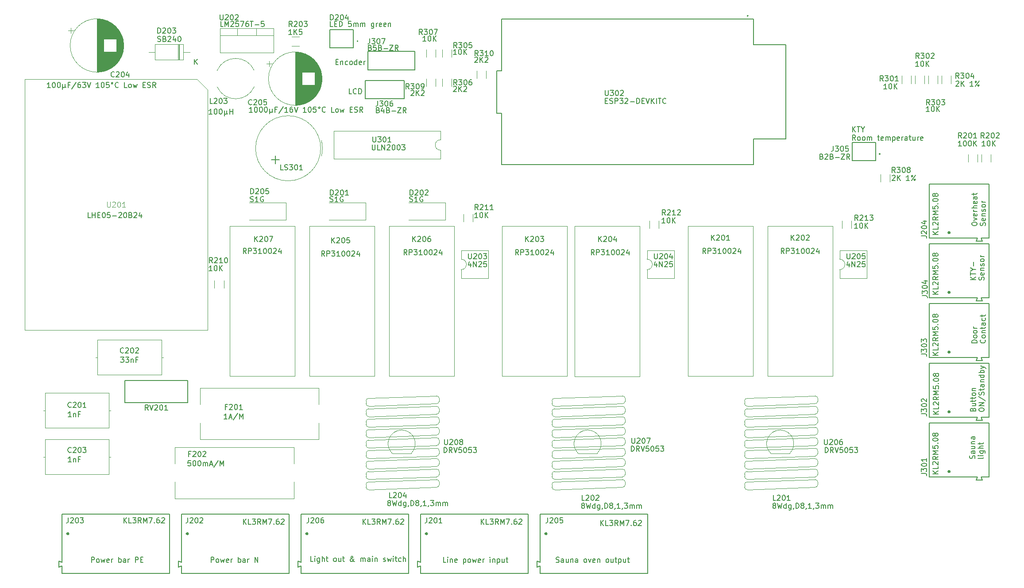
<source format=gbr>
%TF.GenerationSoftware,KiCad,Pcbnew,9.0.7*%
%TF.CreationDate,2026-02-09T15:58:26+01:00*%
%TF.ProjectId,SaunaPCB,5361756e-6150-4434-922e-6b696361645f,0.0.1*%
%TF.SameCoordinates,Original*%
%TF.FileFunction,Legend,Top*%
%TF.FilePolarity,Positive*%
%FSLAX46Y46*%
G04 Gerber Fmt 4.6, Leading zero omitted, Abs format (unit mm)*
G04 Created by KiCad (PCBNEW 9.0.7) date 2026-02-09 15:58:26*
%MOMM*%
%LPD*%
G01*
G04 APERTURE LIST*
%ADD10C,0.200000*%
%ADD11C,0.150000*%
%ADD12C,0.100000*%
%ADD13C,0.120000*%
%ADD14C,0.400000*%
%ADD15C,0.127000*%
G04 APERTURE END LIST*
D10*
X244828656Y-132312945D02*
X244876275Y-132170088D01*
X244876275Y-132170088D02*
X244876275Y-131931993D01*
X244876275Y-131931993D02*
X244828656Y-131836755D01*
X244828656Y-131836755D02*
X244781036Y-131789136D01*
X244781036Y-131789136D02*
X244685798Y-131741517D01*
X244685798Y-131741517D02*
X244590560Y-131741517D01*
X244590560Y-131741517D02*
X244495322Y-131789136D01*
X244495322Y-131789136D02*
X244447703Y-131836755D01*
X244447703Y-131836755D02*
X244400084Y-131931993D01*
X244400084Y-131931993D02*
X244352465Y-132122469D01*
X244352465Y-132122469D02*
X244304846Y-132217707D01*
X244304846Y-132217707D02*
X244257227Y-132265326D01*
X244257227Y-132265326D02*
X244161989Y-132312945D01*
X244161989Y-132312945D02*
X244066751Y-132312945D01*
X244066751Y-132312945D02*
X243971513Y-132265326D01*
X243971513Y-132265326D02*
X243923894Y-132217707D01*
X243923894Y-132217707D02*
X243876275Y-132122469D01*
X243876275Y-132122469D02*
X243876275Y-131884374D01*
X243876275Y-131884374D02*
X243923894Y-131741517D01*
X244876275Y-130884374D02*
X244352465Y-130884374D01*
X244352465Y-130884374D02*
X244257227Y-130931993D01*
X244257227Y-130931993D02*
X244209608Y-131027231D01*
X244209608Y-131027231D02*
X244209608Y-131217707D01*
X244209608Y-131217707D02*
X244257227Y-131312945D01*
X244828656Y-130884374D02*
X244876275Y-130979612D01*
X244876275Y-130979612D02*
X244876275Y-131217707D01*
X244876275Y-131217707D02*
X244828656Y-131312945D01*
X244828656Y-131312945D02*
X244733417Y-131360564D01*
X244733417Y-131360564D02*
X244638179Y-131360564D01*
X244638179Y-131360564D02*
X244542941Y-131312945D01*
X244542941Y-131312945D02*
X244495322Y-131217707D01*
X244495322Y-131217707D02*
X244495322Y-130979612D01*
X244495322Y-130979612D02*
X244447703Y-130884374D01*
X244209608Y-129979612D02*
X244876275Y-129979612D01*
X244209608Y-130408183D02*
X244733417Y-130408183D01*
X244733417Y-130408183D02*
X244828656Y-130360564D01*
X244828656Y-130360564D02*
X244876275Y-130265326D01*
X244876275Y-130265326D02*
X244876275Y-130122469D01*
X244876275Y-130122469D02*
X244828656Y-130027231D01*
X244828656Y-130027231D02*
X244781036Y-129979612D01*
X244209608Y-129503421D02*
X244876275Y-129503421D01*
X244304846Y-129503421D02*
X244257227Y-129455802D01*
X244257227Y-129455802D02*
X244209608Y-129360564D01*
X244209608Y-129360564D02*
X244209608Y-129217707D01*
X244209608Y-129217707D02*
X244257227Y-129122469D01*
X244257227Y-129122469D02*
X244352465Y-129074850D01*
X244352465Y-129074850D02*
X244876275Y-129074850D01*
X244876275Y-128170088D02*
X244352465Y-128170088D01*
X244352465Y-128170088D02*
X244257227Y-128217707D01*
X244257227Y-128217707D02*
X244209608Y-128312945D01*
X244209608Y-128312945D02*
X244209608Y-128503421D01*
X244209608Y-128503421D02*
X244257227Y-128598659D01*
X244828656Y-128170088D02*
X244876275Y-128265326D01*
X244876275Y-128265326D02*
X244876275Y-128503421D01*
X244876275Y-128503421D02*
X244828656Y-128598659D01*
X244828656Y-128598659D02*
X244733417Y-128646278D01*
X244733417Y-128646278D02*
X244638179Y-128646278D01*
X244638179Y-128646278D02*
X244542941Y-128598659D01*
X244542941Y-128598659D02*
X244495322Y-128503421D01*
X244495322Y-128503421D02*
X244495322Y-128265326D01*
X244495322Y-128265326D02*
X244447703Y-128170088D01*
X246486219Y-132122469D02*
X246438600Y-132217707D01*
X246438600Y-132217707D02*
X246343361Y-132265326D01*
X246343361Y-132265326D02*
X245486219Y-132265326D01*
X246486219Y-131741516D02*
X245819552Y-131741516D01*
X245486219Y-131741516D02*
X245533838Y-131789135D01*
X245533838Y-131789135D02*
X245581457Y-131741516D01*
X245581457Y-131741516D02*
X245533838Y-131693897D01*
X245533838Y-131693897D02*
X245486219Y-131741516D01*
X245486219Y-131741516D02*
X245581457Y-131741516D01*
X245819552Y-130836755D02*
X246629076Y-130836755D01*
X246629076Y-130836755D02*
X246724314Y-130884374D01*
X246724314Y-130884374D02*
X246771933Y-130931993D01*
X246771933Y-130931993D02*
X246819552Y-131027231D01*
X246819552Y-131027231D02*
X246819552Y-131170088D01*
X246819552Y-131170088D02*
X246771933Y-131265326D01*
X246438600Y-130836755D02*
X246486219Y-130931993D01*
X246486219Y-130931993D02*
X246486219Y-131122469D01*
X246486219Y-131122469D02*
X246438600Y-131217707D01*
X246438600Y-131217707D02*
X246390980Y-131265326D01*
X246390980Y-131265326D02*
X246295742Y-131312945D01*
X246295742Y-131312945D02*
X246010028Y-131312945D01*
X246010028Y-131312945D02*
X245914790Y-131265326D01*
X245914790Y-131265326D02*
X245867171Y-131217707D01*
X245867171Y-131217707D02*
X245819552Y-131122469D01*
X245819552Y-131122469D02*
X245819552Y-130931993D01*
X245819552Y-130931993D02*
X245867171Y-130836755D01*
X246486219Y-130360564D02*
X245486219Y-130360564D01*
X246486219Y-129931993D02*
X245962409Y-129931993D01*
X245962409Y-129931993D02*
X245867171Y-129979612D01*
X245867171Y-129979612D02*
X245819552Y-130074850D01*
X245819552Y-130074850D02*
X245819552Y-130217707D01*
X245819552Y-130217707D02*
X245867171Y-130312945D01*
X245867171Y-130312945D02*
X245914790Y-130360564D01*
X245819552Y-129598659D02*
X245819552Y-129217707D01*
X245486219Y-129455802D02*
X246343361Y-129455802D01*
X246343361Y-129455802D02*
X246438600Y-129408183D01*
X246438600Y-129408183D02*
X246486219Y-129312945D01*
X246486219Y-129312945D02*
X246486219Y-129217707D01*
X98779673Y-152187219D02*
X98779673Y-151187219D01*
X98779673Y-151187219D02*
X99160625Y-151187219D01*
X99160625Y-151187219D02*
X99255863Y-151234838D01*
X99255863Y-151234838D02*
X99303482Y-151282457D01*
X99303482Y-151282457D02*
X99351101Y-151377695D01*
X99351101Y-151377695D02*
X99351101Y-151520552D01*
X99351101Y-151520552D02*
X99303482Y-151615790D01*
X99303482Y-151615790D02*
X99255863Y-151663409D01*
X99255863Y-151663409D02*
X99160625Y-151711028D01*
X99160625Y-151711028D02*
X98779673Y-151711028D01*
X99922530Y-152187219D02*
X99827292Y-152139600D01*
X99827292Y-152139600D02*
X99779673Y-152091980D01*
X99779673Y-152091980D02*
X99732054Y-151996742D01*
X99732054Y-151996742D02*
X99732054Y-151711028D01*
X99732054Y-151711028D02*
X99779673Y-151615790D01*
X99779673Y-151615790D02*
X99827292Y-151568171D01*
X99827292Y-151568171D02*
X99922530Y-151520552D01*
X99922530Y-151520552D02*
X100065387Y-151520552D01*
X100065387Y-151520552D02*
X100160625Y-151568171D01*
X100160625Y-151568171D02*
X100208244Y-151615790D01*
X100208244Y-151615790D02*
X100255863Y-151711028D01*
X100255863Y-151711028D02*
X100255863Y-151996742D01*
X100255863Y-151996742D02*
X100208244Y-152091980D01*
X100208244Y-152091980D02*
X100160625Y-152139600D01*
X100160625Y-152139600D02*
X100065387Y-152187219D01*
X100065387Y-152187219D02*
X99922530Y-152187219D01*
X100589197Y-151520552D02*
X100779673Y-152187219D01*
X100779673Y-152187219D02*
X100970149Y-151711028D01*
X100970149Y-151711028D02*
X101160625Y-152187219D01*
X101160625Y-152187219D02*
X101351101Y-151520552D01*
X102113006Y-152139600D02*
X102017768Y-152187219D01*
X102017768Y-152187219D02*
X101827292Y-152187219D01*
X101827292Y-152187219D02*
X101732054Y-152139600D01*
X101732054Y-152139600D02*
X101684435Y-152044361D01*
X101684435Y-152044361D02*
X101684435Y-151663409D01*
X101684435Y-151663409D02*
X101732054Y-151568171D01*
X101732054Y-151568171D02*
X101827292Y-151520552D01*
X101827292Y-151520552D02*
X102017768Y-151520552D01*
X102017768Y-151520552D02*
X102113006Y-151568171D01*
X102113006Y-151568171D02*
X102160625Y-151663409D01*
X102160625Y-151663409D02*
X102160625Y-151758647D01*
X102160625Y-151758647D02*
X101684435Y-151853885D01*
X102589197Y-152187219D02*
X102589197Y-151520552D01*
X102589197Y-151711028D02*
X102636816Y-151615790D01*
X102636816Y-151615790D02*
X102684435Y-151568171D01*
X102684435Y-151568171D02*
X102779673Y-151520552D01*
X102779673Y-151520552D02*
X102874911Y-151520552D01*
X103970150Y-152187219D02*
X103970150Y-151187219D01*
X103970150Y-151568171D02*
X104065388Y-151520552D01*
X104065388Y-151520552D02*
X104255864Y-151520552D01*
X104255864Y-151520552D02*
X104351102Y-151568171D01*
X104351102Y-151568171D02*
X104398721Y-151615790D01*
X104398721Y-151615790D02*
X104446340Y-151711028D01*
X104446340Y-151711028D02*
X104446340Y-151996742D01*
X104446340Y-151996742D02*
X104398721Y-152091980D01*
X104398721Y-152091980D02*
X104351102Y-152139600D01*
X104351102Y-152139600D02*
X104255864Y-152187219D01*
X104255864Y-152187219D02*
X104065388Y-152187219D01*
X104065388Y-152187219D02*
X103970150Y-152139600D01*
X105303483Y-152187219D02*
X105303483Y-151663409D01*
X105303483Y-151663409D02*
X105255864Y-151568171D01*
X105255864Y-151568171D02*
X105160626Y-151520552D01*
X105160626Y-151520552D02*
X104970150Y-151520552D01*
X104970150Y-151520552D02*
X104874912Y-151568171D01*
X105303483Y-152139600D02*
X105208245Y-152187219D01*
X105208245Y-152187219D02*
X104970150Y-152187219D01*
X104970150Y-152187219D02*
X104874912Y-152139600D01*
X104874912Y-152139600D02*
X104827293Y-152044361D01*
X104827293Y-152044361D02*
X104827293Y-151949123D01*
X104827293Y-151949123D02*
X104874912Y-151853885D01*
X104874912Y-151853885D02*
X104970150Y-151806266D01*
X104970150Y-151806266D02*
X105208245Y-151806266D01*
X105208245Y-151806266D02*
X105303483Y-151758647D01*
X105779674Y-152187219D02*
X105779674Y-151520552D01*
X105779674Y-151711028D02*
X105827293Y-151615790D01*
X105827293Y-151615790D02*
X105874912Y-151568171D01*
X105874912Y-151568171D02*
X105970150Y-151520552D01*
X105970150Y-151520552D02*
X106065388Y-151520552D01*
X107160627Y-152187219D02*
X107160627Y-151187219D01*
X107160627Y-151187219D02*
X107732055Y-152187219D01*
X107732055Y-152187219D02*
X107732055Y-151187219D01*
X245257275Y-110167326D02*
X244257275Y-110167326D01*
X244257275Y-110167326D02*
X244257275Y-109929231D01*
X244257275Y-109929231D02*
X244304894Y-109786374D01*
X244304894Y-109786374D02*
X244400132Y-109691136D01*
X244400132Y-109691136D02*
X244495370Y-109643517D01*
X244495370Y-109643517D02*
X244685846Y-109595898D01*
X244685846Y-109595898D02*
X244828703Y-109595898D01*
X244828703Y-109595898D02*
X245019179Y-109643517D01*
X245019179Y-109643517D02*
X245114417Y-109691136D01*
X245114417Y-109691136D02*
X245209656Y-109786374D01*
X245209656Y-109786374D02*
X245257275Y-109929231D01*
X245257275Y-109929231D02*
X245257275Y-110167326D01*
X245257275Y-109024469D02*
X245209656Y-109119707D01*
X245209656Y-109119707D02*
X245162036Y-109167326D01*
X245162036Y-109167326D02*
X245066798Y-109214945D01*
X245066798Y-109214945D02*
X244781084Y-109214945D01*
X244781084Y-109214945D02*
X244685846Y-109167326D01*
X244685846Y-109167326D02*
X244638227Y-109119707D01*
X244638227Y-109119707D02*
X244590608Y-109024469D01*
X244590608Y-109024469D02*
X244590608Y-108881612D01*
X244590608Y-108881612D02*
X244638227Y-108786374D01*
X244638227Y-108786374D02*
X244685846Y-108738755D01*
X244685846Y-108738755D02*
X244781084Y-108691136D01*
X244781084Y-108691136D02*
X245066798Y-108691136D01*
X245066798Y-108691136D02*
X245162036Y-108738755D01*
X245162036Y-108738755D02*
X245209656Y-108786374D01*
X245209656Y-108786374D02*
X245257275Y-108881612D01*
X245257275Y-108881612D02*
X245257275Y-109024469D01*
X245257275Y-108119707D02*
X245209656Y-108214945D01*
X245209656Y-108214945D02*
X245162036Y-108262564D01*
X245162036Y-108262564D02*
X245066798Y-108310183D01*
X245066798Y-108310183D02*
X244781084Y-108310183D01*
X244781084Y-108310183D02*
X244685846Y-108262564D01*
X244685846Y-108262564D02*
X244638227Y-108214945D01*
X244638227Y-108214945D02*
X244590608Y-108119707D01*
X244590608Y-108119707D02*
X244590608Y-107976850D01*
X244590608Y-107976850D02*
X244638227Y-107881612D01*
X244638227Y-107881612D02*
X244685846Y-107833993D01*
X244685846Y-107833993D02*
X244781084Y-107786374D01*
X244781084Y-107786374D02*
X245066798Y-107786374D01*
X245066798Y-107786374D02*
X245162036Y-107833993D01*
X245162036Y-107833993D02*
X245209656Y-107881612D01*
X245209656Y-107881612D02*
X245257275Y-107976850D01*
X245257275Y-107976850D02*
X245257275Y-108119707D01*
X245257275Y-107357802D02*
X244590608Y-107357802D01*
X244781084Y-107357802D02*
X244685846Y-107310183D01*
X244685846Y-107310183D02*
X244638227Y-107262564D01*
X244638227Y-107262564D02*
X244590608Y-107167326D01*
X244590608Y-107167326D02*
X244590608Y-107072088D01*
X246771980Y-109595898D02*
X246819600Y-109643517D01*
X246819600Y-109643517D02*
X246867219Y-109786374D01*
X246867219Y-109786374D02*
X246867219Y-109881612D01*
X246867219Y-109881612D02*
X246819600Y-110024469D01*
X246819600Y-110024469D02*
X246724361Y-110119707D01*
X246724361Y-110119707D02*
X246629123Y-110167326D01*
X246629123Y-110167326D02*
X246438647Y-110214945D01*
X246438647Y-110214945D02*
X246295790Y-110214945D01*
X246295790Y-110214945D02*
X246105314Y-110167326D01*
X246105314Y-110167326D02*
X246010076Y-110119707D01*
X246010076Y-110119707D02*
X245914838Y-110024469D01*
X245914838Y-110024469D02*
X245867219Y-109881612D01*
X245867219Y-109881612D02*
X245867219Y-109786374D01*
X245867219Y-109786374D02*
X245914838Y-109643517D01*
X245914838Y-109643517D02*
X245962457Y-109595898D01*
X246867219Y-109024469D02*
X246819600Y-109119707D01*
X246819600Y-109119707D02*
X246771980Y-109167326D01*
X246771980Y-109167326D02*
X246676742Y-109214945D01*
X246676742Y-109214945D02*
X246391028Y-109214945D01*
X246391028Y-109214945D02*
X246295790Y-109167326D01*
X246295790Y-109167326D02*
X246248171Y-109119707D01*
X246248171Y-109119707D02*
X246200552Y-109024469D01*
X246200552Y-109024469D02*
X246200552Y-108881612D01*
X246200552Y-108881612D02*
X246248171Y-108786374D01*
X246248171Y-108786374D02*
X246295790Y-108738755D01*
X246295790Y-108738755D02*
X246391028Y-108691136D01*
X246391028Y-108691136D02*
X246676742Y-108691136D01*
X246676742Y-108691136D02*
X246771980Y-108738755D01*
X246771980Y-108738755D02*
X246819600Y-108786374D01*
X246819600Y-108786374D02*
X246867219Y-108881612D01*
X246867219Y-108881612D02*
X246867219Y-109024469D01*
X246200552Y-108262564D02*
X246867219Y-108262564D01*
X246295790Y-108262564D02*
X246248171Y-108214945D01*
X246248171Y-108214945D02*
X246200552Y-108119707D01*
X246200552Y-108119707D02*
X246200552Y-107976850D01*
X246200552Y-107976850D02*
X246248171Y-107881612D01*
X246248171Y-107881612D02*
X246343409Y-107833993D01*
X246343409Y-107833993D02*
X246867219Y-107833993D01*
X246200552Y-107500659D02*
X246200552Y-107119707D01*
X245867219Y-107357802D02*
X246724361Y-107357802D01*
X246724361Y-107357802D02*
X246819600Y-107310183D01*
X246819600Y-107310183D02*
X246867219Y-107214945D01*
X246867219Y-107214945D02*
X246867219Y-107119707D01*
X246867219Y-106357802D02*
X246343409Y-106357802D01*
X246343409Y-106357802D02*
X246248171Y-106405421D01*
X246248171Y-106405421D02*
X246200552Y-106500659D01*
X246200552Y-106500659D02*
X246200552Y-106691135D01*
X246200552Y-106691135D02*
X246248171Y-106786373D01*
X246819600Y-106357802D02*
X246867219Y-106453040D01*
X246867219Y-106453040D02*
X246867219Y-106691135D01*
X246867219Y-106691135D02*
X246819600Y-106786373D01*
X246819600Y-106786373D02*
X246724361Y-106833992D01*
X246724361Y-106833992D02*
X246629123Y-106833992D01*
X246629123Y-106833992D02*
X246533885Y-106786373D01*
X246533885Y-106786373D02*
X246486266Y-106691135D01*
X246486266Y-106691135D02*
X246486266Y-106453040D01*
X246486266Y-106453040D02*
X246438647Y-106357802D01*
X246819600Y-105453040D02*
X246867219Y-105548278D01*
X246867219Y-105548278D02*
X246867219Y-105738754D01*
X246867219Y-105738754D02*
X246819600Y-105833992D01*
X246819600Y-105833992D02*
X246771980Y-105881611D01*
X246771980Y-105881611D02*
X246676742Y-105929230D01*
X246676742Y-105929230D02*
X246391028Y-105929230D01*
X246391028Y-105929230D02*
X246295790Y-105881611D01*
X246295790Y-105881611D02*
X246248171Y-105833992D01*
X246248171Y-105833992D02*
X246200552Y-105738754D01*
X246200552Y-105738754D02*
X246200552Y-105548278D01*
X246200552Y-105548278D02*
X246248171Y-105453040D01*
X246200552Y-105167325D02*
X246200552Y-104786373D01*
X245867219Y-105024468D02*
X246724361Y-105024468D01*
X246724361Y-105024468D02*
X246819600Y-104976849D01*
X246819600Y-104976849D02*
X246867219Y-104881611D01*
X246867219Y-104881611D02*
X246867219Y-104786373D01*
X164772054Y-152139600D02*
X164914911Y-152187219D01*
X164914911Y-152187219D02*
X165153006Y-152187219D01*
X165153006Y-152187219D02*
X165248244Y-152139600D01*
X165248244Y-152139600D02*
X165295863Y-152091980D01*
X165295863Y-152091980D02*
X165343482Y-151996742D01*
X165343482Y-151996742D02*
X165343482Y-151901504D01*
X165343482Y-151901504D02*
X165295863Y-151806266D01*
X165295863Y-151806266D02*
X165248244Y-151758647D01*
X165248244Y-151758647D02*
X165153006Y-151711028D01*
X165153006Y-151711028D02*
X164962530Y-151663409D01*
X164962530Y-151663409D02*
X164867292Y-151615790D01*
X164867292Y-151615790D02*
X164819673Y-151568171D01*
X164819673Y-151568171D02*
X164772054Y-151472933D01*
X164772054Y-151472933D02*
X164772054Y-151377695D01*
X164772054Y-151377695D02*
X164819673Y-151282457D01*
X164819673Y-151282457D02*
X164867292Y-151234838D01*
X164867292Y-151234838D02*
X164962530Y-151187219D01*
X164962530Y-151187219D02*
X165200625Y-151187219D01*
X165200625Y-151187219D02*
X165343482Y-151234838D01*
X166200625Y-152187219D02*
X166200625Y-151663409D01*
X166200625Y-151663409D02*
X166153006Y-151568171D01*
X166153006Y-151568171D02*
X166057768Y-151520552D01*
X166057768Y-151520552D02*
X165867292Y-151520552D01*
X165867292Y-151520552D02*
X165772054Y-151568171D01*
X166200625Y-152139600D02*
X166105387Y-152187219D01*
X166105387Y-152187219D02*
X165867292Y-152187219D01*
X165867292Y-152187219D02*
X165772054Y-152139600D01*
X165772054Y-152139600D02*
X165724435Y-152044361D01*
X165724435Y-152044361D02*
X165724435Y-151949123D01*
X165724435Y-151949123D02*
X165772054Y-151853885D01*
X165772054Y-151853885D02*
X165867292Y-151806266D01*
X165867292Y-151806266D02*
X166105387Y-151806266D01*
X166105387Y-151806266D02*
X166200625Y-151758647D01*
X167105387Y-151520552D02*
X167105387Y-152187219D01*
X166676816Y-151520552D02*
X166676816Y-152044361D01*
X166676816Y-152044361D02*
X166724435Y-152139600D01*
X166724435Y-152139600D02*
X166819673Y-152187219D01*
X166819673Y-152187219D02*
X166962530Y-152187219D01*
X166962530Y-152187219D02*
X167057768Y-152139600D01*
X167057768Y-152139600D02*
X167105387Y-152091980D01*
X167581578Y-151520552D02*
X167581578Y-152187219D01*
X167581578Y-151615790D02*
X167629197Y-151568171D01*
X167629197Y-151568171D02*
X167724435Y-151520552D01*
X167724435Y-151520552D02*
X167867292Y-151520552D01*
X167867292Y-151520552D02*
X167962530Y-151568171D01*
X167962530Y-151568171D02*
X168010149Y-151663409D01*
X168010149Y-151663409D02*
X168010149Y-152187219D01*
X168914911Y-152187219D02*
X168914911Y-151663409D01*
X168914911Y-151663409D02*
X168867292Y-151568171D01*
X168867292Y-151568171D02*
X168772054Y-151520552D01*
X168772054Y-151520552D02*
X168581578Y-151520552D01*
X168581578Y-151520552D02*
X168486340Y-151568171D01*
X168914911Y-152139600D02*
X168819673Y-152187219D01*
X168819673Y-152187219D02*
X168581578Y-152187219D01*
X168581578Y-152187219D02*
X168486340Y-152139600D01*
X168486340Y-152139600D02*
X168438721Y-152044361D01*
X168438721Y-152044361D02*
X168438721Y-151949123D01*
X168438721Y-151949123D02*
X168486340Y-151853885D01*
X168486340Y-151853885D02*
X168581578Y-151806266D01*
X168581578Y-151806266D02*
X168819673Y-151806266D01*
X168819673Y-151806266D02*
X168914911Y-151758647D01*
X170295864Y-152187219D02*
X170200626Y-152139600D01*
X170200626Y-152139600D02*
X170153007Y-152091980D01*
X170153007Y-152091980D02*
X170105388Y-151996742D01*
X170105388Y-151996742D02*
X170105388Y-151711028D01*
X170105388Y-151711028D02*
X170153007Y-151615790D01*
X170153007Y-151615790D02*
X170200626Y-151568171D01*
X170200626Y-151568171D02*
X170295864Y-151520552D01*
X170295864Y-151520552D02*
X170438721Y-151520552D01*
X170438721Y-151520552D02*
X170533959Y-151568171D01*
X170533959Y-151568171D02*
X170581578Y-151615790D01*
X170581578Y-151615790D02*
X170629197Y-151711028D01*
X170629197Y-151711028D02*
X170629197Y-151996742D01*
X170629197Y-151996742D02*
X170581578Y-152091980D01*
X170581578Y-152091980D02*
X170533959Y-152139600D01*
X170533959Y-152139600D02*
X170438721Y-152187219D01*
X170438721Y-152187219D02*
X170295864Y-152187219D01*
X170962531Y-151520552D02*
X171200626Y-152187219D01*
X171200626Y-152187219D02*
X171438721Y-151520552D01*
X172200626Y-152139600D02*
X172105388Y-152187219D01*
X172105388Y-152187219D02*
X171914912Y-152187219D01*
X171914912Y-152187219D02*
X171819674Y-152139600D01*
X171819674Y-152139600D02*
X171772055Y-152044361D01*
X171772055Y-152044361D02*
X171772055Y-151663409D01*
X171772055Y-151663409D02*
X171819674Y-151568171D01*
X171819674Y-151568171D02*
X171914912Y-151520552D01*
X171914912Y-151520552D02*
X172105388Y-151520552D01*
X172105388Y-151520552D02*
X172200626Y-151568171D01*
X172200626Y-151568171D02*
X172248245Y-151663409D01*
X172248245Y-151663409D02*
X172248245Y-151758647D01*
X172248245Y-151758647D02*
X171772055Y-151853885D01*
X172676817Y-151520552D02*
X172676817Y-152187219D01*
X172676817Y-151615790D02*
X172724436Y-151568171D01*
X172724436Y-151568171D02*
X172819674Y-151520552D01*
X172819674Y-151520552D02*
X172962531Y-151520552D01*
X172962531Y-151520552D02*
X173057769Y-151568171D01*
X173057769Y-151568171D02*
X173105388Y-151663409D01*
X173105388Y-151663409D02*
X173105388Y-152187219D01*
X174486341Y-152187219D02*
X174391103Y-152139600D01*
X174391103Y-152139600D02*
X174343484Y-152091980D01*
X174343484Y-152091980D02*
X174295865Y-151996742D01*
X174295865Y-151996742D02*
X174295865Y-151711028D01*
X174295865Y-151711028D02*
X174343484Y-151615790D01*
X174343484Y-151615790D02*
X174391103Y-151568171D01*
X174391103Y-151568171D02*
X174486341Y-151520552D01*
X174486341Y-151520552D02*
X174629198Y-151520552D01*
X174629198Y-151520552D02*
X174724436Y-151568171D01*
X174724436Y-151568171D02*
X174772055Y-151615790D01*
X174772055Y-151615790D02*
X174819674Y-151711028D01*
X174819674Y-151711028D02*
X174819674Y-151996742D01*
X174819674Y-151996742D02*
X174772055Y-152091980D01*
X174772055Y-152091980D02*
X174724436Y-152139600D01*
X174724436Y-152139600D02*
X174629198Y-152187219D01*
X174629198Y-152187219D02*
X174486341Y-152187219D01*
X175676817Y-151520552D02*
X175676817Y-152187219D01*
X175248246Y-151520552D02*
X175248246Y-152044361D01*
X175248246Y-152044361D02*
X175295865Y-152139600D01*
X175295865Y-152139600D02*
X175391103Y-152187219D01*
X175391103Y-152187219D02*
X175533960Y-152187219D01*
X175533960Y-152187219D02*
X175629198Y-152139600D01*
X175629198Y-152139600D02*
X175676817Y-152091980D01*
X176010151Y-151520552D02*
X176391103Y-151520552D01*
X176153008Y-151187219D02*
X176153008Y-152044361D01*
X176153008Y-152044361D02*
X176200627Y-152139600D01*
X176200627Y-152139600D02*
X176295865Y-152187219D01*
X176295865Y-152187219D02*
X176391103Y-152187219D01*
X176724437Y-151520552D02*
X176724437Y-152520552D01*
X176724437Y-151568171D02*
X176819675Y-151520552D01*
X176819675Y-151520552D02*
X177010151Y-151520552D01*
X177010151Y-151520552D02*
X177105389Y-151568171D01*
X177105389Y-151568171D02*
X177153008Y-151615790D01*
X177153008Y-151615790D02*
X177200627Y-151711028D01*
X177200627Y-151711028D02*
X177200627Y-151996742D01*
X177200627Y-151996742D02*
X177153008Y-152091980D01*
X177153008Y-152091980D02*
X177105389Y-152139600D01*
X177105389Y-152139600D02*
X177010151Y-152187219D01*
X177010151Y-152187219D02*
X176819675Y-152187219D01*
X176819675Y-152187219D02*
X176724437Y-152139600D01*
X178057770Y-151520552D02*
X178057770Y-152187219D01*
X177629199Y-151520552D02*
X177629199Y-152044361D01*
X177629199Y-152044361D02*
X177676818Y-152139600D01*
X177676818Y-152139600D02*
X177772056Y-152187219D01*
X177772056Y-152187219D02*
X177914913Y-152187219D01*
X177914913Y-152187219D02*
X178010151Y-152139600D01*
X178010151Y-152139600D02*
X178057770Y-152091980D01*
X178391104Y-151520552D02*
X178772056Y-151520552D01*
X178533961Y-151187219D02*
X178533961Y-152044361D01*
X178533961Y-152044361D02*
X178581580Y-152139600D01*
X178581580Y-152139600D02*
X178676818Y-152187219D01*
X178676818Y-152187219D02*
X178772056Y-152187219D01*
X221461673Y-69805275D02*
X221461673Y-68805275D01*
X222033101Y-69805275D02*
X221604530Y-69233846D01*
X222033101Y-68805275D02*
X221461673Y-69376703D01*
X222318816Y-68805275D02*
X222890244Y-68805275D01*
X222604530Y-69805275D02*
X222604530Y-68805275D01*
X223414054Y-69329084D02*
X223414054Y-69805275D01*
X223080721Y-68805275D02*
X223414054Y-69329084D01*
X223414054Y-69329084D02*
X223747387Y-68805275D01*
X222033101Y-71415219D02*
X221699768Y-70939028D01*
X221461673Y-71415219D02*
X221461673Y-70415219D01*
X221461673Y-70415219D02*
X221842625Y-70415219D01*
X221842625Y-70415219D02*
X221937863Y-70462838D01*
X221937863Y-70462838D02*
X221985482Y-70510457D01*
X221985482Y-70510457D02*
X222033101Y-70605695D01*
X222033101Y-70605695D02*
X222033101Y-70748552D01*
X222033101Y-70748552D02*
X221985482Y-70843790D01*
X221985482Y-70843790D02*
X221937863Y-70891409D01*
X221937863Y-70891409D02*
X221842625Y-70939028D01*
X221842625Y-70939028D02*
X221461673Y-70939028D01*
X222604530Y-71415219D02*
X222509292Y-71367600D01*
X222509292Y-71367600D02*
X222461673Y-71319980D01*
X222461673Y-71319980D02*
X222414054Y-71224742D01*
X222414054Y-71224742D02*
X222414054Y-70939028D01*
X222414054Y-70939028D02*
X222461673Y-70843790D01*
X222461673Y-70843790D02*
X222509292Y-70796171D01*
X222509292Y-70796171D02*
X222604530Y-70748552D01*
X222604530Y-70748552D02*
X222747387Y-70748552D01*
X222747387Y-70748552D02*
X222842625Y-70796171D01*
X222842625Y-70796171D02*
X222890244Y-70843790D01*
X222890244Y-70843790D02*
X222937863Y-70939028D01*
X222937863Y-70939028D02*
X222937863Y-71224742D01*
X222937863Y-71224742D02*
X222890244Y-71319980D01*
X222890244Y-71319980D02*
X222842625Y-71367600D01*
X222842625Y-71367600D02*
X222747387Y-71415219D01*
X222747387Y-71415219D02*
X222604530Y-71415219D01*
X223509292Y-71415219D02*
X223414054Y-71367600D01*
X223414054Y-71367600D02*
X223366435Y-71319980D01*
X223366435Y-71319980D02*
X223318816Y-71224742D01*
X223318816Y-71224742D02*
X223318816Y-70939028D01*
X223318816Y-70939028D02*
X223366435Y-70843790D01*
X223366435Y-70843790D02*
X223414054Y-70796171D01*
X223414054Y-70796171D02*
X223509292Y-70748552D01*
X223509292Y-70748552D02*
X223652149Y-70748552D01*
X223652149Y-70748552D02*
X223747387Y-70796171D01*
X223747387Y-70796171D02*
X223795006Y-70843790D01*
X223795006Y-70843790D02*
X223842625Y-70939028D01*
X223842625Y-70939028D02*
X223842625Y-71224742D01*
X223842625Y-71224742D02*
X223795006Y-71319980D01*
X223795006Y-71319980D02*
X223747387Y-71367600D01*
X223747387Y-71367600D02*
X223652149Y-71415219D01*
X223652149Y-71415219D02*
X223509292Y-71415219D01*
X224271197Y-71415219D02*
X224271197Y-70748552D01*
X224271197Y-70843790D02*
X224318816Y-70796171D01*
X224318816Y-70796171D02*
X224414054Y-70748552D01*
X224414054Y-70748552D02*
X224556911Y-70748552D01*
X224556911Y-70748552D02*
X224652149Y-70796171D01*
X224652149Y-70796171D02*
X224699768Y-70891409D01*
X224699768Y-70891409D02*
X224699768Y-71415219D01*
X224699768Y-70891409D02*
X224747387Y-70796171D01*
X224747387Y-70796171D02*
X224842625Y-70748552D01*
X224842625Y-70748552D02*
X224985482Y-70748552D01*
X224985482Y-70748552D02*
X225080721Y-70796171D01*
X225080721Y-70796171D02*
X225128340Y-70891409D01*
X225128340Y-70891409D02*
X225128340Y-71415219D01*
X226223578Y-70748552D02*
X226604530Y-70748552D01*
X226366435Y-70415219D02*
X226366435Y-71272361D01*
X226366435Y-71272361D02*
X226414054Y-71367600D01*
X226414054Y-71367600D02*
X226509292Y-71415219D01*
X226509292Y-71415219D02*
X226604530Y-71415219D01*
X227318816Y-71367600D02*
X227223578Y-71415219D01*
X227223578Y-71415219D02*
X227033102Y-71415219D01*
X227033102Y-71415219D02*
X226937864Y-71367600D01*
X226937864Y-71367600D02*
X226890245Y-71272361D01*
X226890245Y-71272361D02*
X226890245Y-70891409D01*
X226890245Y-70891409D02*
X226937864Y-70796171D01*
X226937864Y-70796171D02*
X227033102Y-70748552D01*
X227033102Y-70748552D02*
X227223578Y-70748552D01*
X227223578Y-70748552D02*
X227318816Y-70796171D01*
X227318816Y-70796171D02*
X227366435Y-70891409D01*
X227366435Y-70891409D02*
X227366435Y-70986647D01*
X227366435Y-70986647D02*
X226890245Y-71081885D01*
X227795007Y-71415219D02*
X227795007Y-70748552D01*
X227795007Y-70843790D02*
X227842626Y-70796171D01*
X227842626Y-70796171D02*
X227937864Y-70748552D01*
X227937864Y-70748552D02*
X228080721Y-70748552D01*
X228080721Y-70748552D02*
X228175959Y-70796171D01*
X228175959Y-70796171D02*
X228223578Y-70891409D01*
X228223578Y-70891409D02*
X228223578Y-71415219D01*
X228223578Y-70891409D02*
X228271197Y-70796171D01*
X228271197Y-70796171D02*
X228366435Y-70748552D01*
X228366435Y-70748552D02*
X228509292Y-70748552D01*
X228509292Y-70748552D02*
X228604531Y-70796171D01*
X228604531Y-70796171D02*
X228652150Y-70891409D01*
X228652150Y-70891409D02*
X228652150Y-71415219D01*
X229128340Y-70748552D02*
X229128340Y-71748552D01*
X229128340Y-70796171D02*
X229223578Y-70748552D01*
X229223578Y-70748552D02*
X229414054Y-70748552D01*
X229414054Y-70748552D02*
X229509292Y-70796171D01*
X229509292Y-70796171D02*
X229556911Y-70843790D01*
X229556911Y-70843790D02*
X229604530Y-70939028D01*
X229604530Y-70939028D02*
X229604530Y-71224742D01*
X229604530Y-71224742D02*
X229556911Y-71319980D01*
X229556911Y-71319980D02*
X229509292Y-71367600D01*
X229509292Y-71367600D02*
X229414054Y-71415219D01*
X229414054Y-71415219D02*
X229223578Y-71415219D01*
X229223578Y-71415219D02*
X229128340Y-71367600D01*
X230414054Y-71367600D02*
X230318816Y-71415219D01*
X230318816Y-71415219D02*
X230128340Y-71415219D01*
X230128340Y-71415219D02*
X230033102Y-71367600D01*
X230033102Y-71367600D02*
X229985483Y-71272361D01*
X229985483Y-71272361D02*
X229985483Y-70891409D01*
X229985483Y-70891409D02*
X230033102Y-70796171D01*
X230033102Y-70796171D02*
X230128340Y-70748552D01*
X230128340Y-70748552D02*
X230318816Y-70748552D01*
X230318816Y-70748552D02*
X230414054Y-70796171D01*
X230414054Y-70796171D02*
X230461673Y-70891409D01*
X230461673Y-70891409D02*
X230461673Y-70986647D01*
X230461673Y-70986647D02*
X229985483Y-71081885D01*
X230890245Y-71415219D02*
X230890245Y-70748552D01*
X230890245Y-70939028D02*
X230937864Y-70843790D01*
X230937864Y-70843790D02*
X230985483Y-70796171D01*
X230985483Y-70796171D02*
X231080721Y-70748552D01*
X231080721Y-70748552D02*
X231175959Y-70748552D01*
X231937864Y-71415219D02*
X231937864Y-70891409D01*
X231937864Y-70891409D02*
X231890245Y-70796171D01*
X231890245Y-70796171D02*
X231795007Y-70748552D01*
X231795007Y-70748552D02*
X231604531Y-70748552D01*
X231604531Y-70748552D02*
X231509293Y-70796171D01*
X231937864Y-71367600D02*
X231842626Y-71415219D01*
X231842626Y-71415219D02*
X231604531Y-71415219D01*
X231604531Y-71415219D02*
X231509293Y-71367600D01*
X231509293Y-71367600D02*
X231461674Y-71272361D01*
X231461674Y-71272361D02*
X231461674Y-71177123D01*
X231461674Y-71177123D02*
X231509293Y-71081885D01*
X231509293Y-71081885D02*
X231604531Y-71034266D01*
X231604531Y-71034266D02*
X231842626Y-71034266D01*
X231842626Y-71034266D02*
X231937864Y-70986647D01*
X232271198Y-70748552D02*
X232652150Y-70748552D01*
X232414055Y-70415219D02*
X232414055Y-71272361D01*
X232414055Y-71272361D02*
X232461674Y-71367600D01*
X232461674Y-71367600D02*
X232556912Y-71415219D01*
X232556912Y-71415219D02*
X232652150Y-71415219D01*
X233414055Y-70748552D02*
X233414055Y-71415219D01*
X232985484Y-70748552D02*
X232985484Y-71272361D01*
X232985484Y-71272361D02*
X233033103Y-71367600D01*
X233033103Y-71367600D02*
X233128341Y-71415219D01*
X233128341Y-71415219D02*
X233271198Y-71415219D01*
X233271198Y-71415219D02*
X233366436Y-71367600D01*
X233366436Y-71367600D02*
X233414055Y-71319980D01*
X233890246Y-71415219D02*
X233890246Y-70748552D01*
X233890246Y-70939028D02*
X233937865Y-70843790D01*
X233937865Y-70843790D02*
X233985484Y-70796171D01*
X233985484Y-70796171D02*
X234080722Y-70748552D01*
X234080722Y-70748552D02*
X234175960Y-70748552D01*
X234890246Y-71367600D02*
X234795008Y-71415219D01*
X234795008Y-71415219D02*
X234604532Y-71415219D01*
X234604532Y-71415219D02*
X234509294Y-71367600D01*
X234509294Y-71367600D02*
X234461675Y-71272361D01*
X234461675Y-71272361D02*
X234461675Y-70891409D01*
X234461675Y-70891409D02*
X234509294Y-70796171D01*
X234509294Y-70796171D02*
X234604532Y-70748552D01*
X234604532Y-70748552D02*
X234795008Y-70748552D01*
X234795008Y-70748552D02*
X234890246Y-70796171D01*
X234890246Y-70796171D02*
X234937865Y-70891409D01*
X234937865Y-70891409D02*
X234937865Y-70986647D01*
X234937865Y-70986647D02*
X234461675Y-71081885D01*
X245003275Y-98102326D02*
X244003275Y-98102326D01*
X245003275Y-97530898D02*
X244431846Y-97959469D01*
X244003275Y-97530898D02*
X244574703Y-98102326D01*
X244003275Y-97245183D02*
X244003275Y-96673755D01*
X245003275Y-96959469D02*
X244003275Y-96959469D01*
X244527084Y-96149945D02*
X245003275Y-96149945D01*
X244003275Y-96483278D02*
X244527084Y-96149945D01*
X244527084Y-96149945D02*
X244003275Y-95816612D01*
X244622322Y-95483278D02*
X244622322Y-94721374D01*
X246565600Y-98149945D02*
X246613219Y-98007088D01*
X246613219Y-98007088D02*
X246613219Y-97768993D01*
X246613219Y-97768993D02*
X246565600Y-97673755D01*
X246565600Y-97673755D02*
X246517980Y-97626136D01*
X246517980Y-97626136D02*
X246422742Y-97578517D01*
X246422742Y-97578517D02*
X246327504Y-97578517D01*
X246327504Y-97578517D02*
X246232266Y-97626136D01*
X246232266Y-97626136D02*
X246184647Y-97673755D01*
X246184647Y-97673755D02*
X246137028Y-97768993D01*
X246137028Y-97768993D02*
X246089409Y-97959469D01*
X246089409Y-97959469D02*
X246041790Y-98054707D01*
X246041790Y-98054707D02*
X245994171Y-98102326D01*
X245994171Y-98102326D02*
X245898933Y-98149945D01*
X245898933Y-98149945D02*
X245803695Y-98149945D01*
X245803695Y-98149945D02*
X245708457Y-98102326D01*
X245708457Y-98102326D02*
X245660838Y-98054707D01*
X245660838Y-98054707D02*
X245613219Y-97959469D01*
X245613219Y-97959469D02*
X245613219Y-97721374D01*
X245613219Y-97721374D02*
X245660838Y-97578517D01*
X246565600Y-96768993D02*
X246613219Y-96864231D01*
X246613219Y-96864231D02*
X246613219Y-97054707D01*
X246613219Y-97054707D02*
X246565600Y-97149945D01*
X246565600Y-97149945D02*
X246470361Y-97197564D01*
X246470361Y-97197564D02*
X246089409Y-97197564D01*
X246089409Y-97197564D02*
X245994171Y-97149945D01*
X245994171Y-97149945D02*
X245946552Y-97054707D01*
X245946552Y-97054707D02*
X245946552Y-96864231D01*
X245946552Y-96864231D02*
X245994171Y-96768993D01*
X245994171Y-96768993D02*
X246089409Y-96721374D01*
X246089409Y-96721374D02*
X246184647Y-96721374D01*
X246184647Y-96721374D02*
X246279885Y-97197564D01*
X245946552Y-96292802D02*
X246613219Y-96292802D01*
X246041790Y-96292802D02*
X245994171Y-96245183D01*
X245994171Y-96245183D02*
X245946552Y-96149945D01*
X245946552Y-96149945D02*
X245946552Y-96007088D01*
X245946552Y-96007088D02*
X245994171Y-95911850D01*
X245994171Y-95911850D02*
X246089409Y-95864231D01*
X246089409Y-95864231D02*
X246613219Y-95864231D01*
X246565600Y-95435659D02*
X246613219Y-95340421D01*
X246613219Y-95340421D02*
X246613219Y-95149945D01*
X246613219Y-95149945D02*
X246565600Y-95054707D01*
X246565600Y-95054707D02*
X246470361Y-95007088D01*
X246470361Y-95007088D02*
X246422742Y-95007088D01*
X246422742Y-95007088D02*
X246327504Y-95054707D01*
X246327504Y-95054707D02*
X246279885Y-95149945D01*
X246279885Y-95149945D02*
X246279885Y-95292802D01*
X246279885Y-95292802D02*
X246232266Y-95388040D01*
X246232266Y-95388040D02*
X246137028Y-95435659D01*
X246137028Y-95435659D02*
X246089409Y-95435659D01*
X246089409Y-95435659D02*
X245994171Y-95388040D01*
X245994171Y-95388040D02*
X245946552Y-95292802D01*
X245946552Y-95292802D02*
X245946552Y-95149945D01*
X245946552Y-95149945D02*
X245994171Y-95054707D01*
X246613219Y-94435659D02*
X246565600Y-94530897D01*
X246565600Y-94530897D02*
X246517980Y-94578516D01*
X246517980Y-94578516D02*
X246422742Y-94626135D01*
X246422742Y-94626135D02*
X246137028Y-94626135D01*
X246137028Y-94626135D02*
X246041790Y-94578516D01*
X246041790Y-94578516D02*
X245994171Y-94530897D01*
X245994171Y-94530897D02*
X245946552Y-94435659D01*
X245946552Y-94435659D02*
X245946552Y-94292802D01*
X245946552Y-94292802D02*
X245994171Y-94197564D01*
X245994171Y-94197564D02*
X246041790Y-94149945D01*
X246041790Y-94149945D02*
X246137028Y-94102326D01*
X246137028Y-94102326D02*
X246422742Y-94102326D01*
X246422742Y-94102326D02*
X246517980Y-94149945D01*
X246517980Y-94149945D02*
X246565600Y-94197564D01*
X246565600Y-94197564D02*
X246613219Y-94292802D01*
X246613219Y-94292802D02*
X246613219Y-94435659D01*
X246613219Y-93673754D02*
X245946552Y-93673754D01*
X246137028Y-93673754D02*
X246041790Y-93626135D01*
X246041790Y-93626135D02*
X245994171Y-93578516D01*
X245994171Y-93578516D02*
X245946552Y-93483278D01*
X245946552Y-93483278D02*
X245946552Y-93388040D01*
X143705863Y-152187219D02*
X143229673Y-152187219D01*
X143229673Y-152187219D02*
X143229673Y-151187219D01*
X144039197Y-152187219D02*
X144039197Y-151520552D01*
X144039197Y-151187219D02*
X143991578Y-151234838D01*
X143991578Y-151234838D02*
X144039197Y-151282457D01*
X144039197Y-151282457D02*
X144086816Y-151234838D01*
X144086816Y-151234838D02*
X144039197Y-151187219D01*
X144039197Y-151187219D02*
X144039197Y-151282457D01*
X144515387Y-151520552D02*
X144515387Y-152187219D01*
X144515387Y-151615790D02*
X144563006Y-151568171D01*
X144563006Y-151568171D02*
X144658244Y-151520552D01*
X144658244Y-151520552D02*
X144801101Y-151520552D01*
X144801101Y-151520552D02*
X144896339Y-151568171D01*
X144896339Y-151568171D02*
X144943958Y-151663409D01*
X144943958Y-151663409D02*
X144943958Y-152187219D01*
X145801101Y-152139600D02*
X145705863Y-152187219D01*
X145705863Y-152187219D02*
X145515387Y-152187219D01*
X145515387Y-152187219D02*
X145420149Y-152139600D01*
X145420149Y-152139600D02*
X145372530Y-152044361D01*
X145372530Y-152044361D02*
X145372530Y-151663409D01*
X145372530Y-151663409D02*
X145420149Y-151568171D01*
X145420149Y-151568171D02*
X145515387Y-151520552D01*
X145515387Y-151520552D02*
X145705863Y-151520552D01*
X145705863Y-151520552D02*
X145801101Y-151568171D01*
X145801101Y-151568171D02*
X145848720Y-151663409D01*
X145848720Y-151663409D02*
X145848720Y-151758647D01*
X145848720Y-151758647D02*
X145372530Y-151853885D01*
X147039197Y-151520552D02*
X147039197Y-152520552D01*
X147039197Y-151568171D02*
X147134435Y-151520552D01*
X147134435Y-151520552D02*
X147324911Y-151520552D01*
X147324911Y-151520552D02*
X147420149Y-151568171D01*
X147420149Y-151568171D02*
X147467768Y-151615790D01*
X147467768Y-151615790D02*
X147515387Y-151711028D01*
X147515387Y-151711028D02*
X147515387Y-151996742D01*
X147515387Y-151996742D02*
X147467768Y-152091980D01*
X147467768Y-152091980D02*
X147420149Y-152139600D01*
X147420149Y-152139600D02*
X147324911Y-152187219D01*
X147324911Y-152187219D02*
X147134435Y-152187219D01*
X147134435Y-152187219D02*
X147039197Y-152139600D01*
X148086816Y-152187219D02*
X147991578Y-152139600D01*
X147991578Y-152139600D02*
X147943959Y-152091980D01*
X147943959Y-152091980D02*
X147896340Y-151996742D01*
X147896340Y-151996742D02*
X147896340Y-151711028D01*
X147896340Y-151711028D02*
X147943959Y-151615790D01*
X147943959Y-151615790D02*
X147991578Y-151568171D01*
X147991578Y-151568171D02*
X148086816Y-151520552D01*
X148086816Y-151520552D02*
X148229673Y-151520552D01*
X148229673Y-151520552D02*
X148324911Y-151568171D01*
X148324911Y-151568171D02*
X148372530Y-151615790D01*
X148372530Y-151615790D02*
X148420149Y-151711028D01*
X148420149Y-151711028D02*
X148420149Y-151996742D01*
X148420149Y-151996742D02*
X148372530Y-152091980D01*
X148372530Y-152091980D02*
X148324911Y-152139600D01*
X148324911Y-152139600D02*
X148229673Y-152187219D01*
X148229673Y-152187219D02*
X148086816Y-152187219D01*
X148753483Y-151520552D02*
X148943959Y-152187219D01*
X148943959Y-152187219D02*
X149134435Y-151711028D01*
X149134435Y-151711028D02*
X149324911Y-152187219D01*
X149324911Y-152187219D02*
X149515387Y-151520552D01*
X150277292Y-152139600D02*
X150182054Y-152187219D01*
X150182054Y-152187219D02*
X149991578Y-152187219D01*
X149991578Y-152187219D02*
X149896340Y-152139600D01*
X149896340Y-152139600D02*
X149848721Y-152044361D01*
X149848721Y-152044361D02*
X149848721Y-151663409D01*
X149848721Y-151663409D02*
X149896340Y-151568171D01*
X149896340Y-151568171D02*
X149991578Y-151520552D01*
X149991578Y-151520552D02*
X150182054Y-151520552D01*
X150182054Y-151520552D02*
X150277292Y-151568171D01*
X150277292Y-151568171D02*
X150324911Y-151663409D01*
X150324911Y-151663409D02*
X150324911Y-151758647D01*
X150324911Y-151758647D02*
X149848721Y-151853885D01*
X150753483Y-152187219D02*
X150753483Y-151520552D01*
X150753483Y-151711028D02*
X150801102Y-151615790D01*
X150801102Y-151615790D02*
X150848721Y-151568171D01*
X150848721Y-151568171D02*
X150943959Y-151520552D01*
X150943959Y-151520552D02*
X151039197Y-151520552D01*
X152134436Y-152187219D02*
X152134436Y-151520552D01*
X152134436Y-151187219D02*
X152086817Y-151234838D01*
X152086817Y-151234838D02*
X152134436Y-151282457D01*
X152134436Y-151282457D02*
X152182055Y-151234838D01*
X152182055Y-151234838D02*
X152134436Y-151187219D01*
X152134436Y-151187219D02*
X152134436Y-151282457D01*
X152610626Y-151520552D02*
X152610626Y-152187219D01*
X152610626Y-151615790D02*
X152658245Y-151568171D01*
X152658245Y-151568171D02*
X152753483Y-151520552D01*
X152753483Y-151520552D02*
X152896340Y-151520552D01*
X152896340Y-151520552D02*
X152991578Y-151568171D01*
X152991578Y-151568171D02*
X153039197Y-151663409D01*
X153039197Y-151663409D02*
X153039197Y-152187219D01*
X153515388Y-151520552D02*
X153515388Y-152520552D01*
X153515388Y-151568171D02*
X153610626Y-151520552D01*
X153610626Y-151520552D02*
X153801102Y-151520552D01*
X153801102Y-151520552D02*
X153896340Y-151568171D01*
X153896340Y-151568171D02*
X153943959Y-151615790D01*
X153943959Y-151615790D02*
X153991578Y-151711028D01*
X153991578Y-151711028D02*
X153991578Y-151996742D01*
X153991578Y-151996742D02*
X153943959Y-152091980D01*
X153943959Y-152091980D02*
X153896340Y-152139600D01*
X153896340Y-152139600D02*
X153801102Y-152187219D01*
X153801102Y-152187219D02*
X153610626Y-152187219D01*
X153610626Y-152187219D02*
X153515388Y-152139600D01*
X154848721Y-151520552D02*
X154848721Y-152187219D01*
X154420150Y-151520552D02*
X154420150Y-152044361D01*
X154420150Y-152044361D02*
X154467769Y-152139600D01*
X154467769Y-152139600D02*
X154563007Y-152187219D01*
X154563007Y-152187219D02*
X154705864Y-152187219D01*
X154705864Y-152187219D02*
X154801102Y-152139600D01*
X154801102Y-152139600D02*
X154848721Y-152091980D01*
X155182055Y-151520552D02*
X155563007Y-151520552D01*
X155324912Y-151187219D02*
X155324912Y-152044361D01*
X155324912Y-152044361D02*
X155372531Y-152139600D01*
X155372531Y-152139600D02*
X155467769Y-152187219D01*
X155467769Y-152187219D02*
X155563007Y-152187219D01*
X125671863Y-62525219D02*
X125195673Y-62525219D01*
X125195673Y-62525219D02*
X125195673Y-61525219D01*
X126576625Y-62429980D02*
X126529006Y-62477600D01*
X126529006Y-62477600D02*
X126386149Y-62525219D01*
X126386149Y-62525219D02*
X126290911Y-62525219D01*
X126290911Y-62525219D02*
X126148054Y-62477600D01*
X126148054Y-62477600D02*
X126052816Y-62382361D01*
X126052816Y-62382361D02*
X126005197Y-62287123D01*
X126005197Y-62287123D02*
X125957578Y-62096647D01*
X125957578Y-62096647D02*
X125957578Y-61953790D01*
X125957578Y-61953790D02*
X126005197Y-61763314D01*
X126005197Y-61763314D02*
X126052816Y-61668076D01*
X126052816Y-61668076D02*
X126148054Y-61572838D01*
X126148054Y-61572838D02*
X126290911Y-61525219D01*
X126290911Y-61525219D02*
X126386149Y-61525219D01*
X126386149Y-61525219D02*
X126529006Y-61572838D01*
X126529006Y-61572838D02*
X126576625Y-61620457D01*
X127005197Y-62525219D02*
X127005197Y-61525219D01*
X127005197Y-61525219D02*
X127243292Y-61525219D01*
X127243292Y-61525219D02*
X127386149Y-61572838D01*
X127386149Y-61572838D02*
X127481387Y-61668076D01*
X127481387Y-61668076D02*
X127529006Y-61763314D01*
X127529006Y-61763314D02*
X127576625Y-61953790D01*
X127576625Y-61953790D02*
X127576625Y-62096647D01*
X127576625Y-62096647D02*
X127529006Y-62287123D01*
X127529006Y-62287123D02*
X127481387Y-62382361D01*
X127481387Y-62382361D02*
X127386149Y-62477600D01*
X127386149Y-62477600D02*
X127243292Y-62525219D01*
X127243292Y-62525219D02*
X127005197Y-62525219D01*
X244479465Y-122914993D02*
X244527084Y-122772136D01*
X244527084Y-122772136D02*
X244574703Y-122724517D01*
X244574703Y-122724517D02*
X244669941Y-122676898D01*
X244669941Y-122676898D02*
X244812798Y-122676898D01*
X244812798Y-122676898D02*
X244908036Y-122724517D01*
X244908036Y-122724517D02*
X244955656Y-122772136D01*
X244955656Y-122772136D02*
X245003275Y-122867374D01*
X245003275Y-122867374D02*
X245003275Y-123248326D01*
X245003275Y-123248326D02*
X244003275Y-123248326D01*
X244003275Y-123248326D02*
X244003275Y-122914993D01*
X244003275Y-122914993D02*
X244050894Y-122819755D01*
X244050894Y-122819755D02*
X244098513Y-122772136D01*
X244098513Y-122772136D02*
X244193751Y-122724517D01*
X244193751Y-122724517D02*
X244288989Y-122724517D01*
X244288989Y-122724517D02*
X244384227Y-122772136D01*
X244384227Y-122772136D02*
X244431846Y-122819755D01*
X244431846Y-122819755D02*
X244479465Y-122914993D01*
X244479465Y-122914993D02*
X244479465Y-123248326D01*
X244336608Y-121819755D02*
X245003275Y-121819755D01*
X244336608Y-122248326D02*
X244860417Y-122248326D01*
X244860417Y-122248326D02*
X244955656Y-122200707D01*
X244955656Y-122200707D02*
X245003275Y-122105469D01*
X245003275Y-122105469D02*
X245003275Y-121962612D01*
X245003275Y-121962612D02*
X244955656Y-121867374D01*
X244955656Y-121867374D02*
X244908036Y-121819755D01*
X244336608Y-121486421D02*
X244336608Y-121105469D01*
X244003275Y-121343564D02*
X244860417Y-121343564D01*
X244860417Y-121343564D02*
X244955656Y-121295945D01*
X244955656Y-121295945D02*
X245003275Y-121200707D01*
X245003275Y-121200707D02*
X245003275Y-121105469D01*
X244336608Y-120914992D02*
X244336608Y-120534040D01*
X244003275Y-120772135D02*
X244860417Y-120772135D01*
X244860417Y-120772135D02*
X244955656Y-120724516D01*
X244955656Y-120724516D02*
X245003275Y-120629278D01*
X245003275Y-120629278D02*
X245003275Y-120534040D01*
X245003275Y-120057849D02*
X244955656Y-120153087D01*
X244955656Y-120153087D02*
X244908036Y-120200706D01*
X244908036Y-120200706D02*
X244812798Y-120248325D01*
X244812798Y-120248325D02*
X244527084Y-120248325D01*
X244527084Y-120248325D02*
X244431846Y-120200706D01*
X244431846Y-120200706D02*
X244384227Y-120153087D01*
X244384227Y-120153087D02*
X244336608Y-120057849D01*
X244336608Y-120057849D02*
X244336608Y-119914992D01*
X244336608Y-119914992D02*
X244384227Y-119819754D01*
X244384227Y-119819754D02*
X244431846Y-119772135D01*
X244431846Y-119772135D02*
X244527084Y-119724516D01*
X244527084Y-119724516D02*
X244812798Y-119724516D01*
X244812798Y-119724516D02*
X244908036Y-119772135D01*
X244908036Y-119772135D02*
X244955656Y-119819754D01*
X244955656Y-119819754D02*
X245003275Y-119914992D01*
X245003275Y-119914992D02*
X245003275Y-120057849D01*
X244336608Y-119295944D02*
X245003275Y-119295944D01*
X244431846Y-119295944D02*
X244384227Y-119248325D01*
X244384227Y-119248325D02*
X244336608Y-119153087D01*
X244336608Y-119153087D02*
X244336608Y-119010230D01*
X244336608Y-119010230D02*
X244384227Y-118914992D01*
X244384227Y-118914992D02*
X244479465Y-118867373D01*
X244479465Y-118867373D02*
X245003275Y-118867373D01*
X245613219Y-123057850D02*
X245613219Y-122867374D01*
X245613219Y-122867374D02*
X245660838Y-122772136D01*
X245660838Y-122772136D02*
X245756076Y-122676898D01*
X245756076Y-122676898D02*
X245946552Y-122629279D01*
X245946552Y-122629279D02*
X246279885Y-122629279D01*
X246279885Y-122629279D02*
X246470361Y-122676898D01*
X246470361Y-122676898D02*
X246565600Y-122772136D01*
X246565600Y-122772136D02*
X246613219Y-122867374D01*
X246613219Y-122867374D02*
X246613219Y-123057850D01*
X246613219Y-123057850D02*
X246565600Y-123153088D01*
X246565600Y-123153088D02*
X246470361Y-123248326D01*
X246470361Y-123248326D02*
X246279885Y-123295945D01*
X246279885Y-123295945D02*
X245946552Y-123295945D01*
X245946552Y-123295945D02*
X245756076Y-123248326D01*
X245756076Y-123248326D02*
X245660838Y-123153088D01*
X245660838Y-123153088D02*
X245613219Y-123057850D01*
X246613219Y-122200707D02*
X245613219Y-122200707D01*
X245613219Y-122200707D02*
X246613219Y-121629279D01*
X246613219Y-121629279D02*
X245613219Y-121629279D01*
X245565600Y-120438803D02*
X246851314Y-121295945D01*
X246565600Y-120153088D02*
X246613219Y-120010231D01*
X246613219Y-120010231D02*
X246613219Y-119772136D01*
X246613219Y-119772136D02*
X246565600Y-119676898D01*
X246565600Y-119676898D02*
X246517980Y-119629279D01*
X246517980Y-119629279D02*
X246422742Y-119581660D01*
X246422742Y-119581660D02*
X246327504Y-119581660D01*
X246327504Y-119581660D02*
X246232266Y-119629279D01*
X246232266Y-119629279D02*
X246184647Y-119676898D01*
X246184647Y-119676898D02*
X246137028Y-119772136D01*
X246137028Y-119772136D02*
X246089409Y-119962612D01*
X246089409Y-119962612D02*
X246041790Y-120057850D01*
X246041790Y-120057850D02*
X245994171Y-120105469D01*
X245994171Y-120105469D02*
X245898933Y-120153088D01*
X245898933Y-120153088D02*
X245803695Y-120153088D01*
X245803695Y-120153088D02*
X245708457Y-120105469D01*
X245708457Y-120105469D02*
X245660838Y-120057850D01*
X245660838Y-120057850D02*
X245613219Y-119962612D01*
X245613219Y-119962612D02*
X245613219Y-119724517D01*
X245613219Y-119724517D02*
X245660838Y-119581660D01*
X245946552Y-119295945D02*
X245946552Y-118914993D01*
X245613219Y-119153088D02*
X246470361Y-119153088D01*
X246470361Y-119153088D02*
X246565600Y-119105469D01*
X246565600Y-119105469D02*
X246613219Y-119010231D01*
X246613219Y-119010231D02*
X246613219Y-118914993D01*
X246613219Y-118153088D02*
X246089409Y-118153088D01*
X246089409Y-118153088D02*
X245994171Y-118200707D01*
X245994171Y-118200707D02*
X245946552Y-118295945D01*
X245946552Y-118295945D02*
X245946552Y-118486421D01*
X245946552Y-118486421D02*
X245994171Y-118581659D01*
X246565600Y-118153088D02*
X246613219Y-118248326D01*
X246613219Y-118248326D02*
X246613219Y-118486421D01*
X246613219Y-118486421D02*
X246565600Y-118581659D01*
X246565600Y-118581659D02*
X246470361Y-118629278D01*
X246470361Y-118629278D02*
X246375123Y-118629278D01*
X246375123Y-118629278D02*
X246279885Y-118581659D01*
X246279885Y-118581659D02*
X246232266Y-118486421D01*
X246232266Y-118486421D02*
X246232266Y-118248326D01*
X246232266Y-118248326D02*
X246184647Y-118153088D01*
X245946552Y-117676897D02*
X246613219Y-117676897D01*
X246041790Y-117676897D02*
X245994171Y-117629278D01*
X245994171Y-117629278D02*
X245946552Y-117534040D01*
X245946552Y-117534040D02*
X245946552Y-117391183D01*
X245946552Y-117391183D02*
X245994171Y-117295945D01*
X245994171Y-117295945D02*
X246089409Y-117248326D01*
X246089409Y-117248326D02*
X246613219Y-117248326D01*
X246613219Y-116343564D02*
X245613219Y-116343564D01*
X246565600Y-116343564D02*
X246613219Y-116438802D01*
X246613219Y-116438802D02*
X246613219Y-116629278D01*
X246613219Y-116629278D02*
X246565600Y-116724516D01*
X246565600Y-116724516D02*
X246517980Y-116772135D01*
X246517980Y-116772135D02*
X246422742Y-116819754D01*
X246422742Y-116819754D02*
X246137028Y-116819754D01*
X246137028Y-116819754D02*
X246041790Y-116772135D01*
X246041790Y-116772135D02*
X245994171Y-116724516D01*
X245994171Y-116724516D02*
X245946552Y-116629278D01*
X245946552Y-116629278D02*
X245946552Y-116438802D01*
X245946552Y-116438802D02*
X245994171Y-116343564D01*
X246613219Y-115867373D02*
X245613219Y-115867373D01*
X245994171Y-115867373D02*
X245946552Y-115772135D01*
X245946552Y-115772135D02*
X245946552Y-115581659D01*
X245946552Y-115581659D02*
X245994171Y-115486421D01*
X245994171Y-115486421D02*
X246041790Y-115438802D01*
X246041790Y-115438802D02*
X246137028Y-115391183D01*
X246137028Y-115391183D02*
X246422742Y-115391183D01*
X246422742Y-115391183D02*
X246517980Y-115438802D01*
X246517980Y-115438802D02*
X246565600Y-115486421D01*
X246565600Y-115486421D02*
X246613219Y-115581659D01*
X246613219Y-115581659D02*
X246613219Y-115772135D01*
X246613219Y-115772135D02*
X246565600Y-115867373D01*
X245946552Y-115057849D02*
X246613219Y-114819754D01*
X245946552Y-114581659D02*
X246613219Y-114819754D01*
X246613219Y-114819754D02*
X246851314Y-114914992D01*
X246851314Y-114914992D02*
X246898933Y-114962611D01*
X246898933Y-114962611D02*
X246946552Y-115057849D01*
X122655673Y-56413409D02*
X122989006Y-56413409D01*
X123131863Y-56937219D02*
X122655673Y-56937219D01*
X122655673Y-56937219D02*
X122655673Y-55937219D01*
X122655673Y-55937219D02*
X123131863Y-55937219D01*
X123560435Y-56270552D02*
X123560435Y-56937219D01*
X123560435Y-56365790D02*
X123608054Y-56318171D01*
X123608054Y-56318171D02*
X123703292Y-56270552D01*
X123703292Y-56270552D02*
X123846149Y-56270552D01*
X123846149Y-56270552D02*
X123941387Y-56318171D01*
X123941387Y-56318171D02*
X123989006Y-56413409D01*
X123989006Y-56413409D02*
X123989006Y-56937219D01*
X124893768Y-56889600D02*
X124798530Y-56937219D01*
X124798530Y-56937219D02*
X124608054Y-56937219D01*
X124608054Y-56937219D02*
X124512816Y-56889600D01*
X124512816Y-56889600D02*
X124465197Y-56841980D01*
X124465197Y-56841980D02*
X124417578Y-56746742D01*
X124417578Y-56746742D02*
X124417578Y-56461028D01*
X124417578Y-56461028D02*
X124465197Y-56365790D01*
X124465197Y-56365790D02*
X124512816Y-56318171D01*
X124512816Y-56318171D02*
X124608054Y-56270552D01*
X124608054Y-56270552D02*
X124798530Y-56270552D01*
X124798530Y-56270552D02*
X124893768Y-56318171D01*
X125465197Y-56937219D02*
X125369959Y-56889600D01*
X125369959Y-56889600D02*
X125322340Y-56841980D01*
X125322340Y-56841980D02*
X125274721Y-56746742D01*
X125274721Y-56746742D02*
X125274721Y-56461028D01*
X125274721Y-56461028D02*
X125322340Y-56365790D01*
X125322340Y-56365790D02*
X125369959Y-56318171D01*
X125369959Y-56318171D02*
X125465197Y-56270552D01*
X125465197Y-56270552D02*
X125608054Y-56270552D01*
X125608054Y-56270552D02*
X125703292Y-56318171D01*
X125703292Y-56318171D02*
X125750911Y-56365790D01*
X125750911Y-56365790D02*
X125798530Y-56461028D01*
X125798530Y-56461028D02*
X125798530Y-56746742D01*
X125798530Y-56746742D02*
X125750911Y-56841980D01*
X125750911Y-56841980D02*
X125703292Y-56889600D01*
X125703292Y-56889600D02*
X125608054Y-56937219D01*
X125608054Y-56937219D02*
X125465197Y-56937219D01*
X126655673Y-56937219D02*
X126655673Y-55937219D01*
X126655673Y-56889600D02*
X126560435Y-56937219D01*
X126560435Y-56937219D02*
X126369959Y-56937219D01*
X126369959Y-56937219D02*
X126274721Y-56889600D01*
X126274721Y-56889600D02*
X126227102Y-56841980D01*
X126227102Y-56841980D02*
X126179483Y-56746742D01*
X126179483Y-56746742D02*
X126179483Y-56461028D01*
X126179483Y-56461028D02*
X126227102Y-56365790D01*
X126227102Y-56365790D02*
X126274721Y-56318171D01*
X126274721Y-56318171D02*
X126369959Y-56270552D01*
X126369959Y-56270552D02*
X126560435Y-56270552D01*
X126560435Y-56270552D02*
X126655673Y-56318171D01*
X127512816Y-56889600D02*
X127417578Y-56937219D01*
X127417578Y-56937219D02*
X127227102Y-56937219D01*
X127227102Y-56937219D02*
X127131864Y-56889600D01*
X127131864Y-56889600D02*
X127084245Y-56794361D01*
X127084245Y-56794361D02*
X127084245Y-56413409D01*
X127084245Y-56413409D02*
X127131864Y-56318171D01*
X127131864Y-56318171D02*
X127227102Y-56270552D01*
X127227102Y-56270552D02*
X127417578Y-56270552D01*
X127417578Y-56270552D02*
X127512816Y-56318171D01*
X127512816Y-56318171D02*
X127560435Y-56413409D01*
X127560435Y-56413409D02*
X127560435Y-56508647D01*
X127560435Y-56508647D02*
X127084245Y-56603885D01*
X127989007Y-56937219D02*
X127989007Y-56270552D01*
X127989007Y-56461028D02*
X128036626Y-56365790D01*
X128036626Y-56365790D02*
X128084245Y-56318171D01*
X128084245Y-56318171D02*
X128179483Y-56270552D01*
X128179483Y-56270552D02*
X128274721Y-56270552D01*
X75919673Y-152187219D02*
X75919673Y-151187219D01*
X75919673Y-151187219D02*
X76300625Y-151187219D01*
X76300625Y-151187219D02*
X76395863Y-151234838D01*
X76395863Y-151234838D02*
X76443482Y-151282457D01*
X76443482Y-151282457D02*
X76491101Y-151377695D01*
X76491101Y-151377695D02*
X76491101Y-151520552D01*
X76491101Y-151520552D02*
X76443482Y-151615790D01*
X76443482Y-151615790D02*
X76395863Y-151663409D01*
X76395863Y-151663409D02*
X76300625Y-151711028D01*
X76300625Y-151711028D02*
X75919673Y-151711028D01*
X77062530Y-152187219D02*
X76967292Y-152139600D01*
X76967292Y-152139600D02*
X76919673Y-152091980D01*
X76919673Y-152091980D02*
X76872054Y-151996742D01*
X76872054Y-151996742D02*
X76872054Y-151711028D01*
X76872054Y-151711028D02*
X76919673Y-151615790D01*
X76919673Y-151615790D02*
X76967292Y-151568171D01*
X76967292Y-151568171D02*
X77062530Y-151520552D01*
X77062530Y-151520552D02*
X77205387Y-151520552D01*
X77205387Y-151520552D02*
X77300625Y-151568171D01*
X77300625Y-151568171D02*
X77348244Y-151615790D01*
X77348244Y-151615790D02*
X77395863Y-151711028D01*
X77395863Y-151711028D02*
X77395863Y-151996742D01*
X77395863Y-151996742D02*
X77348244Y-152091980D01*
X77348244Y-152091980D02*
X77300625Y-152139600D01*
X77300625Y-152139600D02*
X77205387Y-152187219D01*
X77205387Y-152187219D02*
X77062530Y-152187219D01*
X77729197Y-151520552D02*
X77919673Y-152187219D01*
X77919673Y-152187219D02*
X78110149Y-151711028D01*
X78110149Y-151711028D02*
X78300625Y-152187219D01*
X78300625Y-152187219D02*
X78491101Y-151520552D01*
X79253006Y-152139600D02*
X79157768Y-152187219D01*
X79157768Y-152187219D02*
X78967292Y-152187219D01*
X78967292Y-152187219D02*
X78872054Y-152139600D01*
X78872054Y-152139600D02*
X78824435Y-152044361D01*
X78824435Y-152044361D02*
X78824435Y-151663409D01*
X78824435Y-151663409D02*
X78872054Y-151568171D01*
X78872054Y-151568171D02*
X78967292Y-151520552D01*
X78967292Y-151520552D02*
X79157768Y-151520552D01*
X79157768Y-151520552D02*
X79253006Y-151568171D01*
X79253006Y-151568171D02*
X79300625Y-151663409D01*
X79300625Y-151663409D02*
X79300625Y-151758647D01*
X79300625Y-151758647D02*
X78824435Y-151853885D01*
X79729197Y-152187219D02*
X79729197Y-151520552D01*
X79729197Y-151711028D02*
X79776816Y-151615790D01*
X79776816Y-151615790D02*
X79824435Y-151568171D01*
X79824435Y-151568171D02*
X79919673Y-151520552D01*
X79919673Y-151520552D02*
X80014911Y-151520552D01*
X81110150Y-152187219D02*
X81110150Y-151187219D01*
X81110150Y-151568171D02*
X81205388Y-151520552D01*
X81205388Y-151520552D02*
X81395864Y-151520552D01*
X81395864Y-151520552D02*
X81491102Y-151568171D01*
X81491102Y-151568171D02*
X81538721Y-151615790D01*
X81538721Y-151615790D02*
X81586340Y-151711028D01*
X81586340Y-151711028D02*
X81586340Y-151996742D01*
X81586340Y-151996742D02*
X81538721Y-152091980D01*
X81538721Y-152091980D02*
X81491102Y-152139600D01*
X81491102Y-152139600D02*
X81395864Y-152187219D01*
X81395864Y-152187219D02*
X81205388Y-152187219D01*
X81205388Y-152187219D02*
X81110150Y-152139600D01*
X82443483Y-152187219D02*
X82443483Y-151663409D01*
X82443483Y-151663409D02*
X82395864Y-151568171D01*
X82395864Y-151568171D02*
X82300626Y-151520552D01*
X82300626Y-151520552D02*
X82110150Y-151520552D01*
X82110150Y-151520552D02*
X82014912Y-151568171D01*
X82443483Y-152139600D02*
X82348245Y-152187219D01*
X82348245Y-152187219D02*
X82110150Y-152187219D01*
X82110150Y-152187219D02*
X82014912Y-152139600D01*
X82014912Y-152139600D02*
X81967293Y-152044361D01*
X81967293Y-152044361D02*
X81967293Y-151949123D01*
X81967293Y-151949123D02*
X82014912Y-151853885D01*
X82014912Y-151853885D02*
X82110150Y-151806266D01*
X82110150Y-151806266D02*
X82348245Y-151806266D01*
X82348245Y-151806266D02*
X82443483Y-151758647D01*
X82919674Y-152187219D02*
X82919674Y-151520552D01*
X82919674Y-151711028D02*
X82967293Y-151615790D01*
X82967293Y-151615790D02*
X83014912Y-151568171D01*
X83014912Y-151568171D02*
X83110150Y-151520552D01*
X83110150Y-151520552D02*
X83205388Y-151520552D01*
X84300627Y-152187219D02*
X84300627Y-151187219D01*
X84300627Y-151187219D02*
X84681579Y-151187219D01*
X84681579Y-151187219D02*
X84776817Y-151234838D01*
X84776817Y-151234838D02*
X84824436Y-151282457D01*
X84824436Y-151282457D02*
X84872055Y-151377695D01*
X84872055Y-151377695D02*
X84872055Y-151520552D01*
X84872055Y-151520552D02*
X84824436Y-151615790D01*
X84824436Y-151615790D02*
X84776817Y-151663409D01*
X84776817Y-151663409D02*
X84681579Y-151711028D01*
X84681579Y-151711028D02*
X84300627Y-151711028D01*
X85300627Y-151663409D02*
X85633960Y-151663409D01*
X85776817Y-152187219D02*
X85300627Y-152187219D01*
X85300627Y-152187219D02*
X85300627Y-151187219D01*
X85300627Y-151187219D02*
X85776817Y-151187219D01*
X244257275Y-87497850D02*
X244257275Y-87307374D01*
X244257275Y-87307374D02*
X244304894Y-87212136D01*
X244304894Y-87212136D02*
X244400132Y-87116898D01*
X244400132Y-87116898D02*
X244590608Y-87069279D01*
X244590608Y-87069279D02*
X244923941Y-87069279D01*
X244923941Y-87069279D02*
X245114417Y-87116898D01*
X245114417Y-87116898D02*
X245209656Y-87212136D01*
X245209656Y-87212136D02*
X245257275Y-87307374D01*
X245257275Y-87307374D02*
X245257275Y-87497850D01*
X245257275Y-87497850D02*
X245209656Y-87593088D01*
X245209656Y-87593088D02*
X245114417Y-87688326D01*
X245114417Y-87688326D02*
X244923941Y-87735945D01*
X244923941Y-87735945D02*
X244590608Y-87735945D01*
X244590608Y-87735945D02*
X244400132Y-87688326D01*
X244400132Y-87688326D02*
X244304894Y-87593088D01*
X244304894Y-87593088D02*
X244257275Y-87497850D01*
X244590608Y-86735945D02*
X245257275Y-86497850D01*
X245257275Y-86497850D02*
X244590608Y-86259755D01*
X245209656Y-85497850D02*
X245257275Y-85593088D01*
X245257275Y-85593088D02*
X245257275Y-85783564D01*
X245257275Y-85783564D02*
X245209656Y-85878802D01*
X245209656Y-85878802D02*
X245114417Y-85926421D01*
X245114417Y-85926421D02*
X244733465Y-85926421D01*
X244733465Y-85926421D02*
X244638227Y-85878802D01*
X244638227Y-85878802D02*
X244590608Y-85783564D01*
X244590608Y-85783564D02*
X244590608Y-85593088D01*
X244590608Y-85593088D02*
X244638227Y-85497850D01*
X244638227Y-85497850D02*
X244733465Y-85450231D01*
X244733465Y-85450231D02*
X244828703Y-85450231D01*
X244828703Y-85450231D02*
X244923941Y-85926421D01*
X245257275Y-85021659D02*
X244590608Y-85021659D01*
X244781084Y-85021659D02*
X244685846Y-84974040D01*
X244685846Y-84974040D02*
X244638227Y-84926421D01*
X244638227Y-84926421D02*
X244590608Y-84831183D01*
X244590608Y-84831183D02*
X244590608Y-84735945D01*
X245257275Y-84402611D02*
X244257275Y-84402611D01*
X245257275Y-83974040D02*
X244733465Y-83974040D01*
X244733465Y-83974040D02*
X244638227Y-84021659D01*
X244638227Y-84021659D02*
X244590608Y-84116897D01*
X244590608Y-84116897D02*
X244590608Y-84259754D01*
X244590608Y-84259754D02*
X244638227Y-84354992D01*
X244638227Y-84354992D02*
X244685846Y-84402611D01*
X245209656Y-83116897D02*
X245257275Y-83212135D01*
X245257275Y-83212135D02*
X245257275Y-83402611D01*
X245257275Y-83402611D02*
X245209656Y-83497849D01*
X245209656Y-83497849D02*
X245114417Y-83545468D01*
X245114417Y-83545468D02*
X244733465Y-83545468D01*
X244733465Y-83545468D02*
X244638227Y-83497849D01*
X244638227Y-83497849D02*
X244590608Y-83402611D01*
X244590608Y-83402611D02*
X244590608Y-83212135D01*
X244590608Y-83212135D02*
X244638227Y-83116897D01*
X244638227Y-83116897D02*
X244733465Y-83069278D01*
X244733465Y-83069278D02*
X244828703Y-83069278D01*
X244828703Y-83069278D02*
X244923941Y-83545468D01*
X245257275Y-82212135D02*
X244733465Y-82212135D01*
X244733465Y-82212135D02*
X244638227Y-82259754D01*
X244638227Y-82259754D02*
X244590608Y-82354992D01*
X244590608Y-82354992D02*
X244590608Y-82545468D01*
X244590608Y-82545468D02*
X244638227Y-82640706D01*
X245209656Y-82212135D02*
X245257275Y-82307373D01*
X245257275Y-82307373D02*
X245257275Y-82545468D01*
X245257275Y-82545468D02*
X245209656Y-82640706D01*
X245209656Y-82640706D02*
X245114417Y-82688325D01*
X245114417Y-82688325D02*
X245019179Y-82688325D01*
X245019179Y-82688325D02*
X244923941Y-82640706D01*
X244923941Y-82640706D02*
X244876322Y-82545468D01*
X244876322Y-82545468D02*
X244876322Y-82307373D01*
X244876322Y-82307373D02*
X244828703Y-82212135D01*
X244590608Y-81878801D02*
X244590608Y-81497849D01*
X244257275Y-81735944D02*
X245114417Y-81735944D01*
X245114417Y-81735944D02*
X245209656Y-81688325D01*
X245209656Y-81688325D02*
X245257275Y-81593087D01*
X245257275Y-81593087D02*
X245257275Y-81497849D01*
X246819600Y-87735945D02*
X246867219Y-87593088D01*
X246867219Y-87593088D02*
X246867219Y-87354993D01*
X246867219Y-87354993D02*
X246819600Y-87259755D01*
X246819600Y-87259755D02*
X246771980Y-87212136D01*
X246771980Y-87212136D02*
X246676742Y-87164517D01*
X246676742Y-87164517D02*
X246581504Y-87164517D01*
X246581504Y-87164517D02*
X246486266Y-87212136D01*
X246486266Y-87212136D02*
X246438647Y-87259755D01*
X246438647Y-87259755D02*
X246391028Y-87354993D01*
X246391028Y-87354993D02*
X246343409Y-87545469D01*
X246343409Y-87545469D02*
X246295790Y-87640707D01*
X246295790Y-87640707D02*
X246248171Y-87688326D01*
X246248171Y-87688326D02*
X246152933Y-87735945D01*
X246152933Y-87735945D02*
X246057695Y-87735945D01*
X246057695Y-87735945D02*
X245962457Y-87688326D01*
X245962457Y-87688326D02*
X245914838Y-87640707D01*
X245914838Y-87640707D02*
X245867219Y-87545469D01*
X245867219Y-87545469D02*
X245867219Y-87307374D01*
X245867219Y-87307374D02*
X245914838Y-87164517D01*
X246819600Y-86354993D02*
X246867219Y-86450231D01*
X246867219Y-86450231D02*
X246867219Y-86640707D01*
X246867219Y-86640707D02*
X246819600Y-86735945D01*
X246819600Y-86735945D02*
X246724361Y-86783564D01*
X246724361Y-86783564D02*
X246343409Y-86783564D01*
X246343409Y-86783564D02*
X246248171Y-86735945D01*
X246248171Y-86735945D02*
X246200552Y-86640707D01*
X246200552Y-86640707D02*
X246200552Y-86450231D01*
X246200552Y-86450231D02*
X246248171Y-86354993D01*
X246248171Y-86354993D02*
X246343409Y-86307374D01*
X246343409Y-86307374D02*
X246438647Y-86307374D01*
X246438647Y-86307374D02*
X246533885Y-86783564D01*
X246200552Y-85878802D02*
X246867219Y-85878802D01*
X246295790Y-85878802D02*
X246248171Y-85831183D01*
X246248171Y-85831183D02*
X246200552Y-85735945D01*
X246200552Y-85735945D02*
X246200552Y-85593088D01*
X246200552Y-85593088D02*
X246248171Y-85497850D01*
X246248171Y-85497850D02*
X246343409Y-85450231D01*
X246343409Y-85450231D02*
X246867219Y-85450231D01*
X246819600Y-85021659D02*
X246867219Y-84926421D01*
X246867219Y-84926421D02*
X246867219Y-84735945D01*
X246867219Y-84735945D02*
X246819600Y-84640707D01*
X246819600Y-84640707D02*
X246724361Y-84593088D01*
X246724361Y-84593088D02*
X246676742Y-84593088D01*
X246676742Y-84593088D02*
X246581504Y-84640707D01*
X246581504Y-84640707D02*
X246533885Y-84735945D01*
X246533885Y-84735945D02*
X246533885Y-84878802D01*
X246533885Y-84878802D02*
X246486266Y-84974040D01*
X246486266Y-84974040D02*
X246391028Y-85021659D01*
X246391028Y-85021659D02*
X246343409Y-85021659D01*
X246343409Y-85021659D02*
X246248171Y-84974040D01*
X246248171Y-84974040D02*
X246200552Y-84878802D01*
X246200552Y-84878802D02*
X246200552Y-84735945D01*
X246200552Y-84735945D02*
X246248171Y-84640707D01*
X246867219Y-84021659D02*
X246819600Y-84116897D01*
X246819600Y-84116897D02*
X246771980Y-84164516D01*
X246771980Y-84164516D02*
X246676742Y-84212135D01*
X246676742Y-84212135D02*
X246391028Y-84212135D01*
X246391028Y-84212135D02*
X246295790Y-84164516D01*
X246295790Y-84164516D02*
X246248171Y-84116897D01*
X246248171Y-84116897D02*
X246200552Y-84021659D01*
X246200552Y-84021659D02*
X246200552Y-83878802D01*
X246200552Y-83878802D02*
X246248171Y-83783564D01*
X246248171Y-83783564D02*
X246295790Y-83735945D01*
X246295790Y-83735945D02*
X246391028Y-83688326D01*
X246391028Y-83688326D02*
X246676742Y-83688326D01*
X246676742Y-83688326D02*
X246771980Y-83735945D01*
X246771980Y-83735945D02*
X246819600Y-83783564D01*
X246819600Y-83783564D02*
X246867219Y-83878802D01*
X246867219Y-83878802D02*
X246867219Y-84021659D01*
X246867219Y-83259754D02*
X246200552Y-83259754D01*
X246391028Y-83259754D02*
X246295790Y-83212135D01*
X246295790Y-83212135D02*
X246248171Y-83164516D01*
X246248171Y-83164516D02*
X246200552Y-83069278D01*
X246200552Y-83069278D02*
X246200552Y-82974040D01*
X110320768Y-75102933D02*
X111844578Y-75102933D01*
X111082673Y-75864838D02*
X111082673Y-74341028D01*
X118305863Y-152017219D02*
X117829673Y-152017219D01*
X117829673Y-152017219D02*
X117829673Y-151017219D01*
X118639197Y-152017219D02*
X118639197Y-151350552D01*
X118639197Y-151017219D02*
X118591578Y-151064838D01*
X118591578Y-151064838D02*
X118639197Y-151112457D01*
X118639197Y-151112457D02*
X118686816Y-151064838D01*
X118686816Y-151064838D02*
X118639197Y-151017219D01*
X118639197Y-151017219D02*
X118639197Y-151112457D01*
X119543958Y-151350552D02*
X119543958Y-152160076D01*
X119543958Y-152160076D02*
X119496339Y-152255314D01*
X119496339Y-152255314D02*
X119448720Y-152302933D01*
X119448720Y-152302933D02*
X119353482Y-152350552D01*
X119353482Y-152350552D02*
X119210625Y-152350552D01*
X119210625Y-152350552D02*
X119115387Y-152302933D01*
X119543958Y-151969600D02*
X119448720Y-152017219D01*
X119448720Y-152017219D02*
X119258244Y-152017219D01*
X119258244Y-152017219D02*
X119163006Y-151969600D01*
X119163006Y-151969600D02*
X119115387Y-151921980D01*
X119115387Y-151921980D02*
X119067768Y-151826742D01*
X119067768Y-151826742D02*
X119067768Y-151541028D01*
X119067768Y-151541028D02*
X119115387Y-151445790D01*
X119115387Y-151445790D02*
X119163006Y-151398171D01*
X119163006Y-151398171D02*
X119258244Y-151350552D01*
X119258244Y-151350552D02*
X119448720Y-151350552D01*
X119448720Y-151350552D02*
X119543958Y-151398171D01*
X120020149Y-152017219D02*
X120020149Y-151017219D01*
X120448720Y-152017219D02*
X120448720Y-151493409D01*
X120448720Y-151493409D02*
X120401101Y-151398171D01*
X120401101Y-151398171D02*
X120305863Y-151350552D01*
X120305863Y-151350552D02*
X120163006Y-151350552D01*
X120163006Y-151350552D02*
X120067768Y-151398171D01*
X120067768Y-151398171D02*
X120020149Y-151445790D01*
X120782054Y-151350552D02*
X121163006Y-151350552D01*
X120924911Y-151017219D02*
X120924911Y-151874361D01*
X120924911Y-151874361D02*
X120972530Y-151969600D01*
X120972530Y-151969600D02*
X121067768Y-152017219D01*
X121067768Y-152017219D02*
X121163006Y-152017219D01*
X122401102Y-152017219D02*
X122305864Y-151969600D01*
X122305864Y-151969600D02*
X122258245Y-151921980D01*
X122258245Y-151921980D02*
X122210626Y-151826742D01*
X122210626Y-151826742D02*
X122210626Y-151541028D01*
X122210626Y-151541028D02*
X122258245Y-151445790D01*
X122258245Y-151445790D02*
X122305864Y-151398171D01*
X122305864Y-151398171D02*
X122401102Y-151350552D01*
X122401102Y-151350552D02*
X122543959Y-151350552D01*
X122543959Y-151350552D02*
X122639197Y-151398171D01*
X122639197Y-151398171D02*
X122686816Y-151445790D01*
X122686816Y-151445790D02*
X122734435Y-151541028D01*
X122734435Y-151541028D02*
X122734435Y-151826742D01*
X122734435Y-151826742D02*
X122686816Y-151921980D01*
X122686816Y-151921980D02*
X122639197Y-151969600D01*
X122639197Y-151969600D02*
X122543959Y-152017219D01*
X122543959Y-152017219D02*
X122401102Y-152017219D01*
X123591578Y-151350552D02*
X123591578Y-152017219D01*
X123163007Y-151350552D02*
X123163007Y-151874361D01*
X123163007Y-151874361D02*
X123210626Y-151969600D01*
X123210626Y-151969600D02*
X123305864Y-152017219D01*
X123305864Y-152017219D02*
X123448721Y-152017219D01*
X123448721Y-152017219D02*
X123543959Y-151969600D01*
X123543959Y-151969600D02*
X123591578Y-151921980D01*
X123924912Y-151350552D02*
X124305864Y-151350552D01*
X124067769Y-151017219D02*
X124067769Y-151874361D01*
X124067769Y-151874361D02*
X124115388Y-151969600D01*
X124115388Y-151969600D02*
X124210626Y-152017219D01*
X124210626Y-152017219D02*
X124305864Y-152017219D01*
X126210627Y-152017219D02*
X126163008Y-152017219D01*
X126163008Y-152017219D02*
X126067769Y-151969600D01*
X126067769Y-151969600D02*
X125924912Y-151826742D01*
X125924912Y-151826742D02*
X125686817Y-151541028D01*
X125686817Y-151541028D02*
X125591579Y-151398171D01*
X125591579Y-151398171D02*
X125543960Y-151255314D01*
X125543960Y-151255314D02*
X125543960Y-151160076D01*
X125543960Y-151160076D02*
X125591579Y-151064838D01*
X125591579Y-151064838D02*
X125686817Y-151017219D01*
X125686817Y-151017219D02*
X125734436Y-151017219D01*
X125734436Y-151017219D02*
X125829674Y-151064838D01*
X125829674Y-151064838D02*
X125877293Y-151160076D01*
X125877293Y-151160076D02*
X125877293Y-151207695D01*
X125877293Y-151207695D02*
X125829674Y-151302933D01*
X125829674Y-151302933D02*
X125782055Y-151350552D01*
X125782055Y-151350552D02*
X125496341Y-151541028D01*
X125496341Y-151541028D02*
X125448722Y-151588647D01*
X125448722Y-151588647D02*
X125401103Y-151683885D01*
X125401103Y-151683885D02*
X125401103Y-151826742D01*
X125401103Y-151826742D02*
X125448722Y-151921980D01*
X125448722Y-151921980D02*
X125496341Y-151969600D01*
X125496341Y-151969600D02*
X125591579Y-152017219D01*
X125591579Y-152017219D02*
X125734436Y-152017219D01*
X125734436Y-152017219D02*
X125829674Y-151969600D01*
X125829674Y-151969600D02*
X125877293Y-151921980D01*
X125877293Y-151921980D02*
X126020150Y-151731504D01*
X126020150Y-151731504D02*
X126067769Y-151588647D01*
X126067769Y-151588647D02*
X126067769Y-151493409D01*
X127401103Y-152017219D02*
X127401103Y-151350552D01*
X127401103Y-151445790D02*
X127448722Y-151398171D01*
X127448722Y-151398171D02*
X127543960Y-151350552D01*
X127543960Y-151350552D02*
X127686817Y-151350552D01*
X127686817Y-151350552D02*
X127782055Y-151398171D01*
X127782055Y-151398171D02*
X127829674Y-151493409D01*
X127829674Y-151493409D02*
X127829674Y-152017219D01*
X127829674Y-151493409D02*
X127877293Y-151398171D01*
X127877293Y-151398171D02*
X127972531Y-151350552D01*
X127972531Y-151350552D02*
X128115388Y-151350552D01*
X128115388Y-151350552D02*
X128210627Y-151398171D01*
X128210627Y-151398171D02*
X128258246Y-151493409D01*
X128258246Y-151493409D02*
X128258246Y-152017219D01*
X129163007Y-152017219D02*
X129163007Y-151493409D01*
X129163007Y-151493409D02*
X129115388Y-151398171D01*
X129115388Y-151398171D02*
X129020150Y-151350552D01*
X129020150Y-151350552D02*
X128829674Y-151350552D01*
X128829674Y-151350552D02*
X128734436Y-151398171D01*
X129163007Y-151969600D02*
X129067769Y-152017219D01*
X129067769Y-152017219D02*
X128829674Y-152017219D01*
X128829674Y-152017219D02*
X128734436Y-151969600D01*
X128734436Y-151969600D02*
X128686817Y-151874361D01*
X128686817Y-151874361D02*
X128686817Y-151779123D01*
X128686817Y-151779123D02*
X128734436Y-151683885D01*
X128734436Y-151683885D02*
X128829674Y-151636266D01*
X128829674Y-151636266D02*
X129067769Y-151636266D01*
X129067769Y-151636266D02*
X129163007Y-151588647D01*
X129639198Y-152017219D02*
X129639198Y-151350552D01*
X129639198Y-151017219D02*
X129591579Y-151064838D01*
X129591579Y-151064838D02*
X129639198Y-151112457D01*
X129639198Y-151112457D02*
X129686817Y-151064838D01*
X129686817Y-151064838D02*
X129639198Y-151017219D01*
X129639198Y-151017219D02*
X129639198Y-151112457D01*
X130115388Y-151350552D02*
X130115388Y-152017219D01*
X130115388Y-151445790D02*
X130163007Y-151398171D01*
X130163007Y-151398171D02*
X130258245Y-151350552D01*
X130258245Y-151350552D02*
X130401102Y-151350552D01*
X130401102Y-151350552D02*
X130496340Y-151398171D01*
X130496340Y-151398171D02*
X130543959Y-151493409D01*
X130543959Y-151493409D02*
X130543959Y-152017219D01*
X131734436Y-151969600D02*
X131829674Y-152017219D01*
X131829674Y-152017219D02*
X132020150Y-152017219D01*
X132020150Y-152017219D02*
X132115388Y-151969600D01*
X132115388Y-151969600D02*
X132163007Y-151874361D01*
X132163007Y-151874361D02*
X132163007Y-151826742D01*
X132163007Y-151826742D02*
X132115388Y-151731504D01*
X132115388Y-151731504D02*
X132020150Y-151683885D01*
X132020150Y-151683885D02*
X131877293Y-151683885D01*
X131877293Y-151683885D02*
X131782055Y-151636266D01*
X131782055Y-151636266D02*
X131734436Y-151541028D01*
X131734436Y-151541028D02*
X131734436Y-151493409D01*
X131734436Y-151493409D02*
X131782055Y-151398171D01*
X131782055Y-151398171D02*
X131877293Y-151350552D01*
X131877293Y-151350552D02*
X132020150Y-151350552D01*
X132020150Y-151350552D02*
X132115388Y-151398171D01*
X132496341Y-151350552D02*
X132686817Y-152017219D01*
X132686817Y-152017219D02*
X132877293Y-151541028D01*
X132877293Y-151541028D02*
X133067769Y-152017219D01*
X133067769Y-152017219D02*
X133258245Y-151350552D01*
X133639198Y-152017219D02*
X133639198Y-151350552D01*
X133639198Y-151017219D02*
X133591579Y-151064838D01*
X133591579Y-151064838D02*
X133639198Y-151112457D01*
X133639198Y-151112457D02*
X133686817Y-151064838D01*
X133686817Y-151064838D02*
X133639198Y-151017219D01*
X133639198Y-151017219D02*
X133639198Y-151112457D01*
X133972531Y-151350552D02*
X134353483Y-151350552D01*
X134115388Y-151017219D02*
X134115388Y-151874361D01*
X134115388Y-151874361D02*
X134163007Y-151969600D01*
X134163007Y-151969600D02*
X134258245Y-152017219D01*
X134258245Y-152017219D02*
X134353483Y-152017219D01*
X135115388Y-151969600D02*
X135020150Y-152017219D01*
X135020150Y-152017219D02*
X134829674Y-152017219D01*
X134829674Y-152017219D02*
X134734436Y-151969600D01*
X134734436Y-151969600D02*
X134686817Y-151921980D01*
X134686817Y-151921980D02*
X134639198Y-151826742D01*
X134639198Y-151826742D02*
X134639198Y-151541028D01*
X134639198Y-151541028D02*
X134686817Y-151445790D01*
X134686817Y-151445790D02*
X134734436Y-151398171D01*
X134734436Y-151398171D02*
X134829674Y-151350552D01*
X134829674Y-151350552D02*
X135020150Y-151350552D01*
X135020150Y-151350552D02*
X135115388Y-151398171D01*
X135543960Y-152017219D02*
X135543960Y-151017219D01*
X135972531Y-152017219D02*
X135972531Y-151493409D01*
X135972531Y-151493409D02*
X135924912Y-151398171D01*
X135924912Y-151398171D02*
X135829674Y-151350552D01*
X135829674Y-151350552D02*
X135686817Y-151350552D01*
X135686817Y-151350552D02*
X135591579Y-151398171D01*
X135591579Y-151398171D02*
X135543960Y-151445790D01*
D11*
X183563714Y-93100819D02*
X183563714Y-93910342D01*
X183563714Y-93910342D02*
X183611333Y-94005580D01*
X183611333Y-94005580D02*
X183658952Y-94053200D01*
X183658952Y-94053200D02*
X183754190Y-94100819D01*
X183754190Y-94100819D02*
X183944666Y-94100819D01*
X183944666Y-94100819D02*
X184039904Y-94053200D01*
X184039904Y-94053200D02*
X184087523Y-94005580D01*
X184087523Y-94005580D02*
X184135142Y-93910342D01*
X184135142Y-93910342D02*
X184135142Y-93100819D01*
X184563714Y-93196057D02*
X184611333Y-93148438D01*
X184611333Y-93148438D02*
X184706571Y-93100819D01*
X184706571Y-93100819D02*
X184944666Y-93100819D01*
X184944666Y-93100819D02*
X185039904Y-93148438D01*
X185039904Y-93148438D02*
X185087523Y-93196057D01*
X185087523Y-93196057D02*
X185135142Y-93291295D01*
X185135142Y-93291295D02*
X185135142Y-93386533D01*
X185135142Y-93386533D02*
X185087523Y-93529390D01*
X185087523Y-93529390D02*
X184516095Y-94100819D01*
X184516095Y-94100819D02*
X185135142Y-94100819D01*
X185754190Y-93100819D02*
X185849428Y-93100819D01*
X185849428Y-93100819D02*
X185944666Y-93148438D01*
X185944666Y-93148438D02*
X185992285Y-93196057D01*
X185992285Y-93196057D02*
X186039904Y-93291295D01*
X186039904Y-93291295D02*
X186087523Y-93481771D01*
X186087523Y-93481771D02*
X186087523Y-93719866D01*
X186087523Y-93719866D02*
X186039904Y-93910342D01*
X186039904Y-93910342D02*
X185992285Y-94005580D01*
X185992285Y-94005580D02*
X185944666Y-94053200D01*
X185944666Y-94053200D02*
X185849428Y-94100819D01*
X185849428Y-94100819D02*
X185754190Y-94100819D01*
X185754190Y-94100819D02*
X185658952Y-94053200D01*
X185658952Y-94053200D02*
X185611333Y-94005580D01*
X185611333Y-94005580D02*
X185563714Y-93910342D01*
X185563714Y-93910342D02*
X185516095Y-93719866D01*
X185516095Y-93719866D02*
X185516095Y-93481771D01*
X185516095Y-93481771D02*
X185563714Y-93291295D01*
X185563714Y-93291295D02*
X185611333Y-93196057D01*
X185611333Y-93196057D02*
X185658952Y-93148438D01*
X185658952Y-93148438D02*
X185754190Y-93100819D01*
X186944666Y-93434152D02*
X186944666Y-94100819D01*
X186706571Y-93053200D02*
X186468476Y-93767485D01*
X186468476Y-93767485D02*
X187087523Y-93767485D01*
X183992285Y-94958152D02*
X183992285Y-95624819D01*
X183754190Y-94577200D02*
X183516095Y-95291485D01*
X183516095Y-95291485D02*
X184135142Y-95291485D01*
X184516095Y-95624819D02*
X184516095Y-94624819D01*
X184516095Y-94624819D02*
X185087523Y-95624819D01*
X185087523Y-95624819D02*
X185087523Y-94624819D01*
X185516095Y-94720057D02*
X185563714Y-94672438D01*
X185563714Y-94672438D02*
X185658952Y-94624819D01*
X185658952Y-94624819D02*
X185897047Y-94624819D01*
X185897047Y-94624819D02*
X185992285Y-94672438D01*
X185992285Y-94672438D02*
X186039904Y-94720057D01*
X186039904Y-94720057D02*
X186087523Y-94815295D01*
X186087523Y-94815295D02*
X186087523Y-94910533D01*
X186087523Y-94910533D02*
X186039904Y-95053390D01*
X186039904Y-95053390D02*
X185468476Y-95624819D01*
X185468476Y-95624819D02*
X186087523Y-95624819D01*
X186992285Y-94624819D02*
X186516095Y-94624819D01*
X186516095Y-94624819D02*
X186468476Y-95101009D01*
X186468476Y-95101009D02*
X186516095Y-95053390D01*
X186516095Y-95053390D02*
X186611333Y-95005771D01*
X186611333Y-95005771D02*
X186849428Y-95005771D01*
X186849428Y-95005771D02*
X186944666Y-95053390D01*
X186944666Y-95053390D02*
X186992285Y-95101009D01*
X186992285Y-95101009D02*
X187039904Y-95196247D01*
X187039904Y-95196247D02*
X187039904Y-95434342D01*
X187039904Y-95434342D02*
X186992285Y-95529580D01*
X186992285Y-95529580D02*
X186944666Y-95577200D01*
X186944666Y-95577200D02*
X186849428Y-95624819D01*
X186849428Y-95624819D02*
X186611333Y-95624819D01*
X186611333Y-95624819D02*
X186516095Y-95577200D01*
X186516095Y-95577200D02*
X186468476Y-95529580D01*
X86769380Y-123036489D02*
X86436047Y-122560298D01*
X86197952Y-123036489D02*
X86197952Y-122036489D01*
X86197952Y-122036489D02*
X86578904Y-122036489D01*
X86578904Y-122036489D02*
X86674142Y-122084108D01*
X86674142Y-122084108D02*
X86721761Y-122131727D01*
X86721761Y-122131727D02*
X86769380Y-122226965D01*
X86769380Y-122226965D02*
X86769380Y-122369822D01*
X86769380Y-122369822D02*
X86721761Y-122465060D01*
X86721761Y-122465060D02*
X86674142Y-122512679D01*
X86674142Y-122512679D02*
X86578904Y-122560298D01*
X86578904Y-122560298D02*
X86197952Y-122560298D01*
X87055095Y-122036489D02*
X87388428Y-123036489D01*
X87388428Y-123036489D02*
X87721761Y-122036489D01*
X88007476Y-122131727D02*
X88055095Y-122084108D01*
X88055095Y-122084108D02*
X88150333Y-122036489D01*
X88150333Y-122036489D02*
X88388428Y-122036489D01*
X88388428Y-122036489D02*
X88483666Y-122084108D01*
X88483666Y-122084108D02*
X88531285Y-122131727D01*
X88531285Y-122131727D02*
X88578904Y-122226965D01*
X88578904Y-122226965D02*
X88578904Y-122322203D01*
X88578904Y-122322203D02*
X88531285Y-122465060D01*
X88531285Y-122465060D02*
X87959857Y-123036489D01*
X87959857Y-123036489D02*
X88578904Y-123036489D01*
X89197952Y-122036489D02*
X89293190Y-122036489D01*
X89293190Y-122036489D02*
X89388428Y-122084108D01*
X89388428Y-122084108D02*
X89436047Y-122131727D01*
X89436047Y-122131727D02*
X89483666Y-122226965D01*
X89483666Y-122226965D02*
X89531285Y-122417441D01*
X89531285Y-122417441D02*
X89531285Y-122655536D01*
X89531285Y-122655536D02*
X89483666Y-122846012D01*
X89483666Y-122846012D02*
X89436047Y-122941250D01*
X89436047Y-122941250D02*
X89388428Y-122988870D01*
X89388428Y-122988870D02*
X89293190Y-123036489D01*
X89293190Y-123036489D02*
X89197952Y-123036489D01*
X89197952Y-123036489D02*
X89102714Y-122988870D01*
X89102714Y-122988870D02*
X89055095Y-122941250D01*
X89055095Y-122941250D02*
X89007476Y-122846012D01*
X89007476Y-122846012D02*
X88959857Y-122655536D01*
X88959857Y-122655536D02*
X88959857Y-122417441D01*
X88959857Y-122417441D02*
X89007476Y-122226965D01*
X89007476Y-122226965D02*
X89055095Y-122131727D01*
X89055095Y-122131727D02*
X89102714Y-122084108D01*
X89102714Y-122084108D02*
X89197952Y-122036489D01*
X90483666Y-123036489D02*
X89912238Y-123036489D01*
X90197952Y-123036489D02*
X90197952Y-122036489D01*
X90197952Y-122036489D02*
X90102714Y-122179346D01*
X90102714Y-122179346D02*
X90007476Y-122274584D01*
X90007476Y-122274584D02*
X89912238Y-122322203D01*
X234770819Y-101154714D02*
X235485104Y-101154714D01*
X235485104Y-101154714D02*
X235627961Y-101202333D01*
X235627961Y-101202333D02*
X235723200Y-101297571D01*
X235723200Y-101297571D02*
X235770819Y-101440428D01*
X235770819Y-101440428D02*
X235770819Y-101535666D01*
X234770819Y-100773761D02*
X234770819Y-100154714D01*
X234770819Y-100154714D02*
X235151771Y-100488047D01*
X235151771Y-100488047D02*
X235151771Y-100345190D01*
X235151771Y-100345190D02*
X235199390Y-100249952D01*
X235199390Y-100249952D02*
X235247009Y-100202333D01*
X235247009Y-100202333D02*
X235342247Y-100154714D01*
X235342247Y-100154714D02*
X235580342Y-100154714D01*
X235580342Y-100154714D02*
X235675580Y-100202333D01*
X235675580Y-100202333D02*
X235723200Y-100249952D01*
X235723200Y-100249952D02*
X235770819Y-100345190D01*
X235770819Y-100345190D02*
X235770819Y-100630904D01*
X235770819Y-100630904D02*
X235723200Y-100726142D01*
X235723200Y-100726142D02*
X235675580Y-100773761D01*
X234770819Y-99535666D02*
X234770819Y-99440428D01*
X234770819Y-99440428D02*
X234818438Y-99345190D01*
X234818438Y-99345190D02*
X234866057Y-99297571D01*
X234866057Y-99297571D02*
X234961295Y-99249952D01*
X234961295Y-99249952D02*
X235151771Y-99202333D01*
X235151771Y-99202333D02*
X235389866Y-99202333D01*
X235389866Y-99202333D02*
X235580342Y-99249952D01*
X235580342Y-99249952D02*
X235675580Y-99297571D01*
X235675580Y-99297571D02*
X235723200Y-99345190D01*
X235723200Y-99345190D02*
X235770819Y-99440428D01*
X235770819Y-99440428D02*
X235770819Y-99535666D01*
X235770819Y-99535666D02*
X235723200Y-99630904D01*
X235723200Y-99630904D02*
X235675580Y-99678523D01*
X235675580Y-99678523D02*
X235580342Y-99726142D01*
X235580342Y-99726142D02*
X235389866Y-99773761D01*
X235389866Y-99773761D02*
X235151771Y-99773761D01*
X235151771Y-99773761D02*
X234961295Y-99726142D01*
X234961295Y-99726142D02*
X234866057Y-99678523D01*
X234866057Y-99678523D02*
X234818438Y-99630904D01*
X234818438Y-99630904D02*
X234770819Y-99535666D01*
X235104152Y-98345190D02*
X235770819Y-98345190D01*
X234723200Y-98583285D02*
X235437485Y-98821380D01*
X235437485Y-98821380D02*
X235437485Y-98202333D01*
X237802819Y-100828951D02*
X236802819Y-100828951D01*
X237802819Y-100257523D02*
X237231390Y-100686094D01*
X236802819Y-100257523D02*
X237374247Y-100828951D01*
X237802819Y-99352761D02*
X237802819Y-99828951D01*
X237802819Y-99828951D02*
X236802819Y-99828951D01*
X236898057Y-99067046D02*
X236850438Y-99019427D01*
X236850438Y-99019427D02*
X236802819Y-98924189D01*
X236802819Y-98924189D02*
X236802819Y-98686094D01*
X236802819Y-98686094D02*
X236850438Y-98590856D01*
X236850438Y-98590856D02*
X236898057Y-98543237D01*
X236898057Y-98543237D02*
X236993295Y-98495618D01*
X236993295Y-98495618D02*
X237088533Y-98495618D01*
X237088533Y-98495618D02*
X237231390Y-98543237D01*
X237231390Y-98543237D02*
X237802819Y-99114665D01*
X237802819Y-99114665D02*
X237802819Y-98495618D01*
X237802819Y-97495618D02*
X237326628Y-97828951D01*
X237802819Y-98067046D02*
X236802819Y-98067046D01*
X236802819Y-98067046D02*
X236802819Y-97686094D01*
X236802819Y-97686094D02*
X236850438Y-97590856D01*
X236850438Y-97590856D02*
X236898057Y-97543237D01*
X236898057Y-97543237D02*
X236993295Y-97495618D01*
X236993295Y-97495618D02*
X237136152Y-97495618D01*
X237136152Y-97495618D02*
X237231390Y-97543237D01*
X237231390Y-97543237D02*
X237279009Y-97590856D01*
X237279009Y-97590856D02*
X237326628Y-97686094D01*
X237326628Y-97686094D02*
X237326628Y-98067046D01*
X237802819Y-97067046D02*
X236802819Y-97067046D01*
X236802819Y-97067046D02*
X237517104Y-96733713D01*
X237517104Y-96733713D02*
X236802819Y-96400380D01*
X236802819Y-96400380D02*
X237802819Y-96400380D01*
X236802819Y-95447999D02*
X236802819Y-95924189D01*
X236802819Y-95924189D02*
X237279009Y-95971808D01*
X237279009Y-95971808D02*
X237231390Y-95924189D01*
X237231390Y-95924189D02*
X237183771Y-95828951D01*
X237183771Y-95828951D02*
X237183771Y-95590856D01*
X237183771Y-95590856D02*
X237231390Y-95495618D01*
X237231390Y-95495618D02*
X237279009Y-95447999D01*
X237279009Y-95447999D02*
X237374247Y-95400380D01*
X237374247Y-95400380D02*
X237612342Y-95400380D01*
X237612342Y-95400380D02*
X237707580Y-95447999D01*
X237707580Y-95447999D02*
X237755200Y-95495618D01*
X237755200Y-95495618D02*
X237802819Y-95590856D01*
X237802819Y-95590856D02*
X237802819Y-95828951D01*
X237802819Y-95828951D02*
X237755200Y-95924189D01*
X237755200Y-95924189D02*
X237707580Y-95971808D01*
X237707580Y-94971808D02*
X237755200Y-94924189D01*
X237755200Y-94924189D02*
X237802819Y-94971808D01*
X237802819Y-94971808D02*
X237755200Y-95019427D01*
X237755200Y-95019427D02*
X237707580Y-94971808D01*
X237707580Y-94971808D02*
X237802819Y-94971808D01*
X236802819Y-94305142D02*
X236802819Y-94209904D01*
X236802819Y-94209904D02*
X236850438Y-94114666D01*
X236850438Y-94114666D02*
X236898057Y-94067047D01*
X236898057Y-94067047D02*
X236993295Y-94019428D01*
X236993295Y-94019428D02*
X237183771Y-93971809D01*
X237183771Y-93971809D02*
X237421866Y-93971809D01*
X237421866Y-93971809D02*
X237612342Y-94019428D01*
X237612342Y-94019428D02*
X237707580Y-94067047D01*
X237707580Y-94067047D02*
X237755200Y-94114666D01*
X237755200Y-94114666D02*
X237802819Y-94209904D01*
X237802819Y-94209904D02*
X237802819Y-94305142D01*
X237802819Y-94305142D02*
X237755200Y-94400380D01*
X237755200Y-94400380D02*
X237707580Y-94447999D01*
X237707580Y-94447999D02*
X237612342Y-94495618D01*
X237612342Y-94495618D02*
X237421866Y-94543237D01*
X237421866Y-94543237D02*
X237183771Y-94543237D01*
X237183771Y-94543237D02*
X236993295Y-94495618D01*
X236993295Y-94495618D02*
X236898057Y-94447999D01*
X236898057Y-94447999D02*
X236850438Y-94400380D01*
X236850438Y-94400380D02*
X236802819Y-94305142D01*
X237231390Y-93400380D02*
X237183771Y-93495618D01*
X237183771Y-93495618D02*
X237136152Y-93543237D01*
X237136152Y-93543237D02*
X237040914Y-93590856D01*
X237040914Y-93590856D02*
X236993295Y-93590856D01*
X236993295Y-93590856D02*
X236898057Y-93543237D01*
X236898057Y-93543237D02*
X236850438Y-93495618D01*
X236850438Y-93495618D02*
X236802819Y-93400380D01*
X236802819Y-93400380D02*
X236802819Y-93209904D01*
X236802819Y-93209904D02*
X236850438Y-93114666D01*
X236850438Y-93114666D02*
X236898057Y-93067047D01*
X236898057Y-93067047D02*
X236993295Y-93019428D01*
X236993295Y-93019428D02*
X237040914Y-93019428D01*
X237040914Y-93019428D02*
X237136152Y-93067047D01*
X237136152Y-93067047D02*
X237183771Y-93114666D01*
X237183771Y-93114666D02*
X237231390Y-93209904D01*
X237231390Y-93209904D02*
X237231390Y-93400380D01*
X237231390Y-93400380D02*
X237279009Y-93495618D01*
X237279009Y-93495618D02*
X237326628Y-93543237D01*
X237326628Y-93543237D02*
X237421866Y-93590856D01*
X237421866Y-93590856D02*
X237612342Y-93590856D01*
X237612342Y-93590856D02*
X237707580Y-93543237D01*
X237707580Y-93543237D02*
X237755200Y-93495618D01*
X237755200Y-93495618D02*
X237802819Y-93400380D01*
X237802819Y-93400380D02*
X237802819Y-93209904D01*
X237802819Y-93209904D02*
X237755200Y-93114666D01*
X237755200Y-93114666D02*
X237707580Y-93067047D01*
X237707580Y-93067047D02*
X237612342Y-93019428D01*
X237612342Y-93019428D02*
X237421866Y-93019428D01*
X237421866Y-93019428D02*
X237326628Y-93067047D01*
X237326628Y-93067047D02*
X237279009Y-93114666D01*
X237279009Y-93114666D02*
X237231390Y-93209904D01*
X129715714Y-70748819D02*
X129715714Y-71558342D01*
X129715714Y-71558342D02*
X129763333Y-71653580D01*
X129763333Y-71653580D02*
X129810952Y-71701200D01*
X129810952Y-71701200D02*
X129906190Y-71748819D01*
X129906190Y-71748819D02*
X130096666Y-71748819D01*
X130096666Y-71748819D02*
X130191904Y-71701200D01*
X130191904Y-71701200D02*
X130239523Y-71653580D01*
X130239523Y-71653580D02*
X130287142Y-71558342D01*
X130287142Y-71558342D02*
X130287142Y-70748819D01*
X130668095Y-70748819D02*
X131287142Y-70748819D01*
X131287142Y-70748819D02*
X130953809Y-71129771D01*
X130953809Y-71129771D02*
X131096666Y-71129771D01*
X131096666Y-71129771D02*
X131191904Y-71177390D01*
X131191904Y-71177390D02*
X131239523Y-71225009D01*
X131239523Y-71225009D02*
X131287142Y-71320247D01*
X131287142Y-71320247D02*
X131287142Y-71558342D01*
X131287142Y-71558342D02*
X131239523Y-71653580D01*
X131239523Y-71653580D02*
X131191904Y-71701200D01*
X131191904Y-71701200D02*
X131096666Y-71748819D01*
X131096666Y-71748819D02*
X130810952Y-71748819D01*
X130810952Y-71748819D02*
X130715714Y-71701200D01*
X130715714Y-71701200D02*
X130668095Y-71653580D01*
X131906190Y-70748819D02*
X132001428Y-70748819D01*
X132001428Y-70748819D02*
X132096666Y-70796438D01*
X132096666Y-70796438D02*
X132144285Y-70844057D01*
X132144285Y-70844057D02*
X132191904Y-70939295D01*
X132191904Y-70939295D02*
X132239523Y-71129771D01*
X132239523Y-71129771D02*
X132239523Y-71367866D01*
X132239523Y-71367866D02*
X132191904Y-71558342D01*
X132191904Y-71558342D02*
X132144285Y-71653580D01*
X132144285Y-71653580D02*
X132096666Y-71701200D01*
X132096666Y-71701200D02*
X132001428Y-71748819D01*
X132001428Y-71748819D02*
X131906190Y-71748819D01*
X131906190Y-71748819D02*
X131810952Y-71701200D01*
X131810952Y-71701200D02*
X131763333Y-71653580D01*
X131763333Y-71653580D02*
X131715714Y-71558342D01*
X131715714Y-71558342D02*
X131668095Y-71367866D01*
X131668095Y-71367866D02*
X131668095Y-71129771D01*
X131668095Y-71129771D02*
X131715714Y-70939295D01*
X131715714Y-70939295D02*
X131763333Y-70844057D01*
X131763333Y-70844057D02*
X131810952Y-70796438D01*
X131810952Y-70796438D02*
X131906190Y-70748819D01*
X133191904Y-71748819D02*
X132620476Y-71748819D01*
X132906190Y-71748819D02*
X132906190Y-70748819D01*
X132906190Y-70748819D02*
X132810952Y-70891676D01*
X132810952Y-70891676D02*
X132715714Y-70986914D01*
X132715714Y-70986914D02*
X132620476Y-71034533D01*
X129580952Y-72272819D02*
X129580952Y-73082342D01*
X129580952Y-73082342D02*
X129628571Y-73177580D01*
X129628571Y-73177580D02*
X129676190Y-73225200D01*
X129676190Y-73225200D02*
X129771428Y-73272819D01*
X129771428Y-73272819D02*
X129961904Y-73272819D01*
X129961904Y-73272819D02*
X130057142Y-73225200D01*
X130057142Y-73225200D02*
X130104761Y-73177580D01*
X130104761Y-73177580D02*
X130152380Y-73082342D01*
X130152380Y-73082342D02*
X130152380Y-72272819D01*
X131104761Y-73272819D02*
X130628571Y-73272819D01*
X130628571Y-73272819D02*
X130628571Y-72272819D01*
X131438095Y-73272819D02*
X131438095Y-72272819D01*
X131438095Y-72272819D02*
X132009523Y-73272819D01*
X132009523Y-73272819D02*
X132009523Y-72272819D01*
X132438095Y-72368057D02*
X132485714Y-72320438D01*
X132485714Y-72320438D02*
X132580952Y-72272819D01*
X132580952Y-72272819D02*
X132819047Y-72272819D01*
X132819047Y-72272819D02*
X132914285Y-72320438D01*
X132914285Y-72320438D02*
X132961904Y-72368057D01*
X132961904Y-72368057D02*
X133009523Y-72463295D01*
X133009523Y-72463295D02*
X133009523Y-72558533D01*
X133009523Y-72558533D02*
X132961904Y-72701390D01*
X132961904Y-72701390D02*
X132390476Y-73272819D01*
X132390476Y-73272819D02*
X133009523Y-73272819D01*
X133628571Y-72272819D02*
X133723809Y-72272819D01*
X133723809Y-72272819D02*
X133819047Y-72320438D01*
X133819047Y-72320438D02*
X133866666Y-72368057D01*
X133866666Y-72368057D02*
X133914285Y-72463295D01*
X133914285Y-72463295D02*
X133961904Y-72653771D01*
X133961904Y-72653771D02*
X133961904Y-72891866D01*
X133961904Y-72891866D02*
X133914285Y-73082342D01*
X133914285Y-73082342D02*
X133866666Y-73177580D01*
X133866666Y-73177580D02*
X133819047Y-73225200D01*
X133819047Y-73225200D02*
X133723809Y-73272819D01*
X133723809Y-73272819D02*
X133628571Y-73272819D01*
X133628571Y-73272819D02*
X133533333Y-73225200D01*
X133533333Y-73225200D02*
X133485714Y-73177580D01*
X133485714Y-73177580D02*
X133438095Y-73082342D01*
X133438095Y-73082342D02*
X133390476Y-72891866D01*
X133390476Y-72891866D02*
X133390476Y-72653771D01*
X133390476Y-72653771D02*
X133438095Y-72463295D01*
X133438095Y-72463295D02*
X133485714Y-72368057D01*
X133485714Y-72368057D02*
X133533333Y-72320438D01*
X133533333Y-72320438D02*
X133628571Y-72272819D01*
X134580952Y-72272819D02*
X134676190Y-72272819D01*
X134676190Y-72272819D02*
X134771428Y-72320438D01*
X134771428Y-72320438D02*
X134819047Y-72368057D01*
X134819047Y-72368057D02*
X134866666Y-72463295D01*
X134866666Y-72463295D02*
X134914285Y-72653771D01*
X134914285Y-72653771D02*
X134914285Y-72891866D01*
X134914285Y-72891866D02*
X134866666Y-73082342D01*
X134866666Y-73082342D02*
X134819047Y-73177580D01*
X134819047Y-73177580D02*
X134771428Y-73225200D01*
X134771428Y-73225200D02*
X134676190Y-73272819D01*
X134676190Y-73272819D02*
X134580952Y-73272819D01*
X134580952Y-73272819D02*
X134485714Y-73225200D01*
X134485714Y-73225200D02*
X134438095Y-73177580D01*
X134438095Y-73177580D02*
X134390476Y-73082342D01*
X134390476Y-73082342D02*
X134342857Y-72891866D01*
X134342857Y-72891866D02*
X134342857Y-72653771D01*
X134342857Y-72653771D02*
X134390476Y-72463295D01*
X134390476Y-72463295D02*
X134438095Y-72368057D01*
X134438095Y-72368057D02*
X134485714Y-72320438D01*
X134485714Y-72320438D02*
X134580952Y-72272819D01*
X135247619Y-72272819D02*
X135866666Y-72272819D01*
X135866666Y-72272819D02*
X135533333Y-72653771D01*
X135533333Y-72653771D02*
X135676190Y-72653771D01*
X135676190Y-72653771D02*
X135771428Y-72701390D01*
X135771428Y-72701390D02*
X135819047Y-72749009D01*
X135819047Y-72749009D02*
X135866666Y-72844247D01*
X135866666Y-72844247D02*
X135866666Y-73082342D01*
X135866666Y-73082342D02*
X135819047Y-73177580D01*
X135819047Y-73177580D02*
X135771428Y-73225200D01*
X135771428Y-73225200D02*
X135676190Y-73272819D01*
X135676190Y-73272819D02*
X135390476Y-73272819D01*
X135390476Y-73272819D02*
X135295238Y-73225200D01*
X135295238Y-73225200D02*
X135247619Y-73177580D01*
X220393714Y-93100819D02*
X220393714Y-93910342D01*
X220393714Y-93910342D02*
X220441333Y-94005580D01*
X220441333Y-94005580D02*
X220488952Y-94053200D01*
X220488952Y-94053200D02*
X220584190Y-94100819D01*
X220584190Y-94100819D02*
X220774666Y-94100819D01*
X220774666Y-94100819D02*
X220869904Y-94053200D01*
X220869904Y-94053200D02*
X220917523Y-94005580D01*
X220917523Y-94005580D02*
X220965142Y-93910342D01*
X220965142Y-93910342D02*
X220965142Y-93100819D01*
X221393714Y-93196057D02*
X221441333Y-93148438D01*
X221441333Y-93148438D02*
X221536571Y-93100819D01*
X221536571Y-93100819D02*
X221774666Y-93100819D01*
X221774666Y-93100819D02*
X221869904Y-93148438D01*
X221869904Y-93148438D02*
X221917523Y-93196057D01*
X221917523Y-93196057D02*
X221965142Y-93291295D01*
X221965142Y-93291295D02*
X221965142Y-93386533D01*
X221965142Y-93386533D02*
X221917523Y-93529390D01*
X221917523Y-93529390D02*
X221346095Y-94100819D01*
X221346095Y-94100819D02*
X221965142Y-94100819D01*
X222584190Y-93100819D02*
X222679428Y-93100819D01*
X222679428Y-93100819D02*
X222774666Y-93148438D01*
X222774666Y-93148438D02*
X222822285Y-93196057D01*
X222822285Y-93196057D02*
X222869904Y-93291295D01*
X222869904Y-93291295D02*
X222917523Y-93481771D01*
X222917523Y-93481771D02*
X222917523Y-93719866D01*
X222917523Y-93719866D02*
X222869904Y-93910342D01*
X222869904Y-93910342D02*
X222822285Y-94005580D01*
X222822285Y-94005580D02*
X222774666Y-94053200D01*
X222774666Y-94053200D02*
X222679428Y-94100819D01*
X222679428Y-94100819D02*
X222584190Y-94100819D01*
X222584190Y-94100819D02*
X222488952Y-94053200D01*
X222488952Y-94053200D02*
X222441333Y-94005580D01*
X222441333Y-94005580D02*
X222393714Y-93910342D01*
X222393714Y-93910342D02*
X222346095Y-93719866D01*
X222346095Y-93719866D02*
X222346095Y-93481771D01*
X222346095Y-93481771D02*
X222393714Y-93291295D01*
X222393714Y-93291295D02*
X222441333Y-93196057D01*
X222441333Y-93196057D02*
X222488952Y-93148438D01*
X222488952Y-93148438D02*
X222584190Y-93100819D01*
X223822285Y-93100819D02*
X223346095Y-93100819D01*
X223346095Y-93100819D02*
X223298476Y-93577009D01*
X223298476Y-93577009D02*
X223346095Y-93529390D01*
X223346095Y-93529390D02*
X223441333Y-93481771D01*
X223441333Y-93481771D02*
X223679428Y-93481771D01*
X223679428Y-93481771D02*
X223774666Y-93529390D01*
X223774666Y-93529390D02*
X223822285Y-93577009D01*
X223822285Y-93577009D02*
X223869904Y-93672247D01*
X223869904Y-93672247D02*
X223869904Y-93910342D01*
X223869904Y-93910342D02*
X223822285Y-94005580D01*
X223822285Y-94005580D02*
X223774666Y-94053200D01*
X223774666Y-94053200D02*
X223679428Y-94100819D01*
X223679428Y-94100819D02*
X223441333Y-94100819D01*
X223441333Y-94100819D02*
X223346095Y-94053200D01*
X223346095Y-94053200D02*
X223298476Y-94005580D01*
X220822285Y-94953152D02*
X220822285Y-95619819D01*
X220584190Y-94572200D02*
X220346095Y-95286485D01*
X220346095Y-95286485D02*
X220965142Y-95286485D01*
X221346095Y-95619819D02*
X221346095Y-94619819D01*
X221346095Y-94619819D02*
X221917523Y-95619819D01*
X221917523Y-95619819D02*
X221917523Y-94619819D01*
X222346095Y-94715057D02*
X222393714Y-94667438D01*
X222393714Y-94667438D02*
X222488952Y-94619819D01*
X222488952Y-94619819D02*
X222727047Y-94619819D01*
X222727047Y-94619819D02*
X222822285Y-94667438D01*
X222822285Y-94667438D02*
X222869904Y-94715057D01*
X222869904Y-94715057D02*
X222917523Y-94810295D01*
X222917523Y-94810295D02*
X222917523Y-94905533D01*
X222917523Y-94905533D02*
X222869904Y-95048390D01*
X222869904Y-95048390D02*
X222298476Y-95619819D01*
X222298476Y-95619819D02*
X222917523Y-95619819D01*
X223822285Y-94619819D02*
X223346095Y-94619819D01*
X223346095Y-94619819D02*
X223298476Y-95096009D01*
X223298476Y-95096009D02*
X223346095Y-95048390D01*
X223346095Y-95048390D02*
X223441333Y-95000771D01*
X223441333Y-95000771D02*
X223679428Y-95000771D01*
X223679428Y-95000771D02*
X223774666Y-95048390D01*
X223774666Y-95048390D02*
X223822285Y-95096009D01*
X223822285Y-95096009D02*
X223869904Y-95191247D01*
X223869904Y-95191247D02*
X223869904Y-95429342D01*
X223869904Y-95429342D02*
X223822285Y-95524580D01*
X223822285Y-95524580D02*
X223774666Y-95572200D01*
X223774666Y-95572200D02*
X223679428Y-95619819D01*
X223679428Y-95619819D02*
X223441333Y-95619819D01*
X223441333Y-95619819D02*
X223346095Y-95572200D01*
X223346095Y-95572200D02*
X223298476Y-95524580D01*
X137359524Y-90798819D02*
X137359524Y-89798819D01*
X137930952Y-90798819D02*
X137502381Y-90227390D01*
X137930952Y-89798819D02*
X137359524Y-90370247D01*
X138311905Y-89894057D02*
X138359524Y-89846438D01*
X138359524Y-89846438D02*
X138454762Y-89798819D01*
X138454762Y-89798819D02*
X138692857Y-89798819D01*
X138692857Y-89798819D02*
X138788095Y-89846438D01*
X138788095Y-89846438D02*
X138835714Y-89894057D01*
X138835714Y-89894057D02*
X138883333Y-89989295D01*
X138883333Y-89989295D02*
X138883333Y-90084533D01*
X138883333Y-90084533D02*
X138835714Y-90227390D01*
X138835714Y-90227390D02*
X138264286Y-90798819D01*
X138264286Y-90798819D02*
X138883333Y-90798819D01*
X139502381Y-89798819D02*
X139597619Y-89798819D01*
X139597619Y-89798819D02*
X139692857Y-89846438D01*
X139692857Y-89846438D02*
X139740476Y-89894057D01*
X139740476Y-89894057D02*
X139788095Y-89989295D01*
X139788095Y-89989295D02*
X139835714Y-90179771D01*
X139835714Y-90179771D02*
X139835714Y-90417866D01*
X139835714Y-90417866D02*
X139788095Y-90608342D01*
X139788095Y-90608342D02*
X139740476Y-90703580D01*
X139740476Y-90703580D02*
X139692857Y-90751200D01*
X139692857Y-90751200D02*
X139597619Y-90798819D01*
X139597619Y-90798819D02*
X139502381Y-90798819D01*
X139502381Y-90798819D02*
X139407143Y-90751200D01*
X139407143Y-90751200D02*
X139359524Y-90703580D01*
X139359524Y-90703580D02*
X139311905Y-90608342D01*
X139311905Y-90608342D02*
X139264286Y-90417866D01*
X139264286Y-90417866D02*
X139264286Y-90179771D01*
X139264286Y-90179771D02*
X139311905Y-89989295D01*
X139311905Y-89989295D02*
X139359524Y-89894057D01*
X139359524Y-89894057D02*
X139407143Y-89846438D01*
X139407143Y-89846438D02*
X139502381Y-89798819D01*
X140692857Y-89798819D02*
X140502381Y-89798819D01*
X140502381Y-89798819D02*
X140407143Y-89846438D01*
X140407143Y-89846438D02*
X140359524Y-89894057D01*
X140359524Y-89894057D02*
X140264286Y-90036914D01*
X140264286Y-90036914D02*
X140216667Y-90227390D01*
X140216667Y-90227390D02*
X140216667Y-90608342D01*
X140216667Y-90608342D02*
X140264286Y-90703580D01*
X140264286Y-90703580D02*
X140311905Y-90751200D01*
X140311905Y-90751200D02*
X140407143Y-90798819D01*
X140407143Y-90798819D02*
X140597619Y-90798819D01*
X140597619Y-90798819D02*
X140692857Y-90751200D01*
X140692857Y-90751200D02*
X140740476Y-90703580D01*
X140740476Y-90703580D02*
X140788095Y-90608342D01*
X140788095Y-90608342D02*
X140788095Y-90370247D01*
X140788095Y-90370247D02*
X140740476Y-90275009D01*
X140740476Y-90275009D02*
X140692857Y-90227390D01*
X140692857Y-90227390D02*
X140597619Y-90179771D01*
X140597619Y-90179771D02*
X140407143Y-90179771D01*
X140407143Y-90179771D02*
X140311905Y-90227390D01*
X140311905Y-90227390D02*
X140264286Y-90275009D01*
X140264286Y-90275009D02*
X140216667Y-90370247D01*
X136256380Y-93338819D02*
X135923047Y-92862628D01*
X135684952Y-93338819D02*
X135684952Y-92338819D01*
X135684952Y-92338819D02*
X136065904Y-92338819D01*
X136065904Y-92338819D02*
X136161142Y-92386438D01*
X136161142Y-92386438D02*
X136208761Y-92434057D01*
X136208761Y-92434057D02*
X136256380Y-92529295D01*
X136256380Y-92529295D02*
X136256380Y-92672152D01*
X136256380Y-92672152D02*
X136208761Y-92767390D01*
X136208761Y-92767390D02*
X136161142Y-92815009D01*
X136161142Y-92815009D02*
X136065904Y-92862628D01*
X136065904Y-92862628D02*
X135684952Y-92862628D01*
X136684952Y-93338819D02*
X136684952Y-92338819D01*
X136684952Y-92338819D02*
X137065904Y-92338819D01*
X137065904Y-92338819D02*
X137161142Y-92386438D01*
X137161142Y-92386438D02*
X137208761Y-92434057D01*
X137208761Y-92434057D02*
X137256380Y-92529295D01*
X137256380Y-92529295D02*
X137256380Y-92672152D01*
X137256380Y-92672152D02*
X137208761Y-92767390D01*
X137208761Y-92767390D02*
X137161142Y-92815009D01*
X137161142Y-92815009D02*
X137065904Y-92862628D01*
X137065904Y-92862628D02*
X136684952Y-92862628D01*
X137589714Y-92338819D02*
X138208761Y-92338819D01*
X138208761Y-92338819D02*
X137875428Y-92719771D01*
X137875428Y-92719771D02*
X138018285Y-92719771D01*
X138018285Y-92719771D02*
X138113523Y-92767390D01*
X138113523Y-92767390D02*
X138161142Y-92815009D01*
X138161142Y-92815009D02*
X138208761Y-92910247D01*
X138208761Y-92910247D02*
X138208761Y-93148342D01*
X138208761Y-93148342D02*
X138161142Y-93243580D01*
X138161142Y-93243580D02*
X138113523Y-93291200D01*
X138113523Y-93291200D02*
X138018285Y-93338819D01*
X138018285Y-93338819D02*
X137732571Y-93338819D01*
X137732571Y-93338819D02*
X137637333Y-93291200D01*
X137637333Y-93291200D02*
X137589714Y-93243580D01*
X139161142Y-93338819D02*
X138589714Y-93338819D01*
X138875428Y-93338819D02*
X138875428Y-92338819D01*
X138875428Y-92338819D02*
X138780190Y-92481676D01*
X138780190Y-92481676D02*
X138684952Y-92576914D01*
X138684952Y-92576914D02*
X138589714Y-92624533D01*
X139780190Y-92338819D02*
X139875428Y-92338819D01*
X139875428Y-92338819D02*
X139970666Y-92386438D01*
X139970666Y-92386438D02*
X140018285Y-92434057D01*
X140018285Y-92434057D02*
X140065904Y-92529295D01*
X140065904Y-92529295D02*
X140113523Y-92719771D01*
X140113523Y-92719771D02*
X140113523Y-92957866D01*
X140113523Y-92957866D02*
X140065904Y-93148342D01*
X140065904Y-93148342D02*
X140018285Y-93243580D01*
X140018285Y-93243580D02*
X139970666Y-93291200D01*
X139970666Y-93291200D02*
X139875428Y-93338819D01*
X139875428Y-93338819D02*
X139780190Y-93338819D01*
X139780190Y-93338819D02*
X139684952Y-93291200D01*
X139684952Y-93291200D02*
X139637333Y-93243580D01*
X139637333Y-93243580D02*
X139589714Y-93148342D01*
X139589714Y-93148342D02*
X139542095Y-92957866D01*
X139542095Y-92957866D02*
X139542095Y-92719771D01*
X139542095Y-92719771D02*
X139589714Y-92529295D01*
X139589714Y-92529295D02*
X139637333Y-92434057D01*
X139637333Y-92434057D02*
X139684952Y-92386438D01*
X139684952Y-92386438D02*
X139780190Y-92338819D01*
X140732571Y-92338819D02*
X140827809Y-92338819D01*
X140827809Y-92338819D02*
X140923047Y-92386438D01*
X140923047Y-92386438D02*
X140970666Y-92434057D01*
X140970666Y-92434057D02*
X141018285Y-92529295D01*
X141018285Y-92529295D02*
X141065904Y-92719771D01*
X141065904Y-92719771D02*
X141065904Y-92957866D01*
X141065904Y-92957866D02*
X141018285Y-93148342D01*
X141018285Y-93148342D02*
X140970666Y-93243580D01*
X140970666Y-93243580D02*
X140923047Y-93291200D01*
X140923047Y-93291200D02*
X140827809Y-93338819D01*
X140827809Y-93338819D02*
X140732571Y-93338819D01*
X140732571Y-93338819D02*
X140637333Y-93291200D01*
X140637333Y-93291200D02*
X140589714Y-93243580D01*
X140589714Y-93243580D02*
X140542095Y-93148342D01*
X140542095Y-93148342D02*
X140494476Y-92957866D01*
X140494476Y-92957866D02*
X140494476Y-92719771D01*
X140494476Y-92719771D02*
X140542095Y-92529295D01*
X140542095Y-92529295D02*
X140589714Y-92434057D01*
X140589714Y-92434057D02*
X140637333Y-92386438D01*
X140637333Y-92386438D02*
X140732571Y-92338819D01*
X141446857Y-92434057D02*
X141494476Y-92386438D01*
X141494476Y-92386438D02*
X141589714Y-92338819D01*
X141589714Y-92338819D02*
X141827809Y-92338819D01*
X141827809Y-92338819D02*
X141923047Y-92386438D01*
X141923047Y-92386438D02*
X141970666Y-92434057D01*
X141970666Y-92434057D02*
X142018285Y-92529295D01*
X142018285Y-92529295D02*
X142018285Y-92624533D01*
X142018285Y-92624533D02*
X141970666Y-92767390D01*
X141970666Y-92767390D02*
X141399238Y-93338819D01*
X141399238Y-93338819D02*
X142018285Y-93338819D01*
X142875428Y-92672152D02*
X142875428Y-93338819D01*
X142637333Y-92291200D02*
X142399238Y-93005485D01*
X142399238Y-93005485D02*
X143018285Y-93005485D01*
X234643819Y-123760714D02*
X235358104Y-123760714D01*
X235358104Y-123760714D02*
X235500961Y-123808333D01*
X235500961Y-123808333D02*
X235596200Y-123903571D01*
X235596200Y-123903571D02*
X235643819Y-124046428D01*
X235643819Y-124046428D02*
X235643819Y-124141666D01*
X234643819Y-123379761D02*
X234643819Y-122760714D01*
X234643819Y-122760714D02*
X235024771Y-123094047D01*
X235024771Y-123094047D02*
X235024771Y-122951190D01*
X235024771Y-122951190D02*
X235072390Y-122855952D01*
X235072390Y-122855952D02*
X235120009Y-122808333D01*
X235120009Y-122808333D02*
X235215247Y-122760714D01*
X235215247Y-122760714D02*
X235453342Y-122760714D01*
X235453342Y-122760714D02*
X235548580Y-122808333D01*
X235548580Y-122808333D02*
X235596200Y-122855952D01*
X235596200Y-122855952D02*
X235643819Y-122951190D01*
X235643819Y-122951190D02*
X235643819Y-123236904D01*
X235643819Y-123236904D02*
X235596200Y-123332142D01*
X235596200Y-123332142D02*
X235548580Y-123379761D01*
X234643819Y-122141666D02*
X234643819Y-122046428D01*
X234643819Y-122046428D02*
X234691438Y-121951190D01*
X234691438Y-121951190D02*
X234739057Y-121903571D01*
X234739057Y-121903571D02*
X234834295Y-121855952D01*
X234834295Y-121855952D02*
X235024771Y-121808333D01*
X235024771Y-121808333D02*
X235262866Y-121808333D01*
X235262866Y-121808333D02*
X235453342Y-121855952D01*
X235453342Y-121855952D02*
X235548580Y-121903571D01*
X235548580Y-121903571D02*
X235596200Y-121951190D01*
X235596200Y-121951190D02*
X235643819Y-122046428D01*
X235643819Y-122046428D02*
X235643819Y-122141666D01*
X235643819Y-122141666D02*
X235596200Y-122236904D01*
X235596200Y-122236904D02*
X235548580Y-122284523D01*
X235548580Y-122284523D02*
X235453342Y-122332142D01*
X235453342Y-122332142D02*
X235262866Y-122379761D01*
X235262866Y-122379761D02*
X235024771Y-122379761D01*
X235024771Y-122379761D02*
X234834295Y-122332142D01*
X234834295Y-122332142D02*
X234739057Y-122284523D01*
X234739057Y-122284523D02*
X234691438Y-122236904D01*
X234691438Y-122236904D02*
X234643819Y-122141666D01*
X234739057Y-121427380D02*
X234691438Y-121379761D01*
X234691438Y-121379761D02*
X234643819Y-121284523D01*
X234643819Y-121284523D02*
X234643819Y-121046428D01*
X234643819Y-121046428D02*
X234691438Y-120951190D01*
X234691438Y-120951190D02*
X234739057Y-120903571D01*
X234739057Y-120903571D02*
X234834295Y-120855952D01*
X234834295Y-120855952D02*
X234929533Y-120855952D01*
X234929533Y-120855952D02*
X235072390Y-120903571D01*
X235072390Y-120903571D02*
X235643819Y-121474999D01*
X235643819Y-121474999D02*
X235643819Y-120855952D01*
X237929819Y-123815951D02*
X236929819Y-123815951D01*
X237929819Y-123244523D02*
X237358390Y-123673094D01*
X236929819Y-123244523D02*
X237501247Y-123815951D01*
X237929819Y-122339761D02*
X237929819Y-122815951D01*
X237929819Y-122815951D02*
X236929819Y-122815951D01*
X237025057Y-122054046D02*
X236977438Y-122006427D01*
X236977438Y-122006427D02*
X236929819Y-121911189D01*
X236929819Y-121911189D02*
X236929819Y-121673094D01*
X236929819Y-121673094D02*
X236977438Y-121577856D01*
X236977438Y-121577856D02*
X237025057Y-121530237D01*
X237025057Y-121530237D02*
X237120295Y-121482618D01*
X237120295Y-121482618D02*
X237215533Y-121482618D01*
X237215533Y-121482618D02*
X237358390Y-121530237D01*
X237358390Y-121530237D02*
X237929819Y-122101665D01*
X237929819Y-122101665D02*
X237929819Y-121482618D01*
X237929819Y-120482618D02*
X237453628Y-120815951D01*
X237929819Y-121054046D02*
X236929819Y-121054046D01*
X236929819Y-121054046D02*
X236929819Y-120673094D01*
X236929819Y-120673094D02*
X236977438Y-120577856D01*
X236977438Y-120577856D02*
X237025057Y-120530237D01*
X237025057Y-120530237D02*
X237120295Y-120482618D01*
X237120295Y-120482618D02*
X237263152Y-120482618D01*
X237263152Y-120482618D02*
X237358390Y-120530237D01*
X237358390Y-120530237D02*
X237406009Y-120577856D01*
X237406009Y-120577856D02*
X237453628Y-120673094D01*
X237453628Y-120673094D02*
X237453628Y-121054046D01*
X237929819Y-120054046D02*
X236929819Y-120054046D01*
X236929819Y-120054046D02*
X237644104Y-119720713D01*
X237644104Y-119720713D02*
X236929819Y-119387380D01*
X236929819Y-119387380D02*
X237929819Y-119387380D01*
X236929819Y-118434999D02*
X236929819Y-118911189D01*
X236929819Y-118911189D02*
X237406009Y-118958808D01*
X237406009Y-118958808D02*
X237358390Y-118911189D01*
X237358390Y-118911189D02*
X237310771Y-118815951D01*
X237310771Y-118815951D02*
X237310771Y-118577856D01*
X237310771Y-118577856D02*
X237358390Y-118482618D01*
X237358390Y-118482618D02*
X237406009Y-118434999D01*
X237406009Y-118434999D02*
X237501247Y-118387380D01*
X237501247Y-118387380D02*
X237739342Y-118387380D01*
X237739342Y-118387380D02*
X237834580Y-118434999D01*
X237834580Y-118434999D02*
X237882200Y-118482618D01*
X237882200Y-118482618D02*
X237929819Y-118577856D01*
X237929819Y-118577856D02*
X237929819Y-118815951D01*
X237929819Y-118815951D02*
X237882200Y-118911189D01*
X237882200Y-118911189D02*
X237834580Y-118958808D01*
X237834580Y-117958808D02*
X237882200Y-117911189D01*
X237882200Y-117911189D02*
X237929819Y-117958808D01*
X237929819Y-117958808D02*
X237882200Y-118006427D01*
X237882200Y-118006427D02*
X237834580Y-117958808D01*
X237834580Y-117958808D02*
X237929819Y-117958808D01*
X236929819Y-117292142D02*
X236929819Y-117196904D01*
X236929819Y-117196904D02*
X236977438Y-117101666D01*
X236977438Y-117101666D02*
X237025057Y-117054047D01*
X237025057Y-117054047D02*
X237120295Y-117006428D01*
X237120295Y-117006428D02*
X237310771Y-116958809D01*
X237310771Y-116958809D02*
X237548866Y-116958809D01*
X237548866Y-116958809D02*
X237739342Y-117006428D01*
X237739342Y-117006428D02*
X237834580Y-117054047D01*
X237834580Y-117054047D02*
X237882200Y-117101666D01*
X237882200Y-117101666D02*
X237929819Y-117196904D01*
X237929819Y-117196904D02*
X237929819Y-117292142D01*
X237929819Y-117292142D02*
X237882200Y-117387380D01*
X237882200Y-117387380D02*
X237834580Y-117434999D01*
X237834580Y-117434999D02*
X237739342Y-117482618D01*
X237739342Y-117482618D02*
X237548866Y-117530237D01*
X237548866Y-117530237D02*
X237310771Y-117530237D01*
X237310771Y-117530237D02*
X237120295Y-117482618D01*
X237120295Y-117482618D02*
X237025057Y-117434999D01*
X237025057Y-117434999D02*
X236977438Y-117387380D01*
X236977438Y-117387380D02*
X236929819Y-117292142D01*
X237358390Y-116387380D02*
X237310771Y-116482618D01*
X237310771Y-116482618D02*
X237263152Y-116530237D01*
X237263152Y-116530237D02*
X237167914Y-116577856D01*
X237167914Y-116577856D02*
X237120295Y-116577856D01*
X237120295Y-116577856D02*
X237025057Y-116530237D01*
X237025057Y-116530237D02*
X236977438Y-116482618D01*
X236977438Y-116482618D02*
X236929819Y-116387380D01*
X236929819Y-116387380D02*
X236929819Y-116196904D01*
X236929819Y-116196904D02*
X236977438Y-116101666D01*
X236977438Y-116101666D02*
X237025057Y-116054047D01*
X237025057Y-116054047D02*
X237120295Y-116006428D01*
X237120295Y-116006428D02*
X237167914Y-116006428D01*
X237167914Y-116006428D02*
X237263152Y-116054047D01*
X237263152Y-116054047D02*
X237310771Y-116101666D01*
X237310771Y-116101666D02*
X237358390Y-116196904D01*
X237358390Y-116196904D02*
X237358390Y-116387380D01*
X237358390Y-116387380D02*
X237406009Y-116482618D01*
X237406009Y-116482618D02*
X237453628Y-116530237D01*
X237453628Y-116530237D02*
X237548866Y-116577856D01*
X237548866Y-116577856D02*
X237739342Y-116577856D01*
X237739342Y-116577856D02*
X237834580Y-116530237D01*
X237834580Y-116530237D02*
X237882200Y-116482618D01*
X237882200Y-116482618D02*
X237929819Y-116387380D01*
X237929819Y-116387380D02*
X237929819Y-116196904D01*
X237929819Y-116196904D02*
X237882200Y-116101666D01*
X237882200Y-116101666D02*
X237834580Y-116054047D01*
X237834580Y-116054047D02*
X237739342Y-116006428D01*
X237739342Y-116006428D02*
X237548866Y-116006428D01*
X237548866Y-116006428D02*
X237453628Y-116054047D01*
X237453628Y-116054047D02*
X237406009Y-116101666D01*
X237406009Y-116101666D02*
X237358390Y-116196904D01*
X143431714Y-128660819D02*
X143431714Y-129470342D01*
X143431714Y-129470342D02*
X143479333Y-129565580D01*
X143479333Y-129565580D02*
X143526952Y-129613200D01*
X143526952Y-129613200D02*
X143622190Y-129660819D01*
X143622190Y-129660819D02*
X143812666Y-129660819D01*
X143812666Y-129660819D02*
X143907904Y-129613200D01*
X143907904Y-129613200D02*
X143955523Y-129565580D01*
X143955523Y-129565580D02*
X144003142Y-129470342D01*
X144003142Y-129470342D02*
X144003142Y-128660819D01*
X144431714Y-128756057D02*
X144479333Y-128708438D01*
X144479333Y-128708438D02*
X144574571Y-128660819D01*
X144574571Y-128660819D02*
X144812666Y-128660819D01*
X144812666Y-128660819D02*
X144907904Y-128708438D01*
X144907904Y-128708438D02*
X144955523Y-128756057D01*
X144955523Y-128756057D02*
X145003142Y-128851295D01*
X145003142Y-128851295D02*
X145003142Y-128946533D01*
X145003142Y-128946533D02*
X144955523Y-129089390D01*
X144955523Y-129089390D02*
X144384095Y-129660819D01*
X144384095Y-129660819D02*
X145003142Y-129660819D01*
X145622190Y-128660819D02*
X145717428Y-128660819D01*
X145717428Y-128660819D02*
X145812666Y-128708438D01*
X145812666Y-128708438D02*
X145860285Y-128756057D01*
X145860285Y-128756057D02*
X145907904Y-128851295D01*
X145907904Y-128851295D02*
X145955523Y-129041771D01*
X145955523Y-129041771D02*
X145955523Y-129279866D01*
X145955523Y-129279866D02*
X145907904Y-129470342D01*
X145907904Y-129470342D02*
X145860285Y-129565580D01*
X145860285Y-129565580D02*
X145812666Y-129613200D01*
X145812666Y-129613200D02*
X145717428Y-129660819D01*
X145717428Y-129660819D02*
X145622190Y-129660819D01*
X145622190Y-129660819D02*
X145526952Y-129613200D01*
X145526952Y-129613200D02*
X145479333Y-129565580D01*
X145479333Y-129565580D02*
X145431714Y-129470342D01*
X145431714Y-129470342D02*
X145384095Y-129279866D01*
X145384095Y-129279866D02*
X145384095Y-129041771D01*
X145384095Y-129041771D02*
X145431714Y-128851295D01*
X145431714Y-128851295D02*
X145479333Y-128756057D01*
X145479333Y-128756057D02*
X145526952Y-128708438D01*
X145526952Y-128708438D02*
X145622190Y-128660819D01*
X146526952Y-129089390D02*
X146431714Y-129041771D01*
X146431714Y-129041771D02*
X146384095Y-128994152D01*
X146384095Y-128994152D02*
X146336476Y-128898914D01*
X146336476Y-128898914D02*
X146336476Y-128851295D01*
X146336476Y-128851295D02*
X146384095Y-128756057D01*
X146384095Y-128756057D02*
X146431714Y-128708438D01*
X146431714Y-128708438D02*
X146526952Y-128660819D01*
X146526952Y-128660819D02*
X146717428Y-128660819D01*
X146717428Y-128660819D02*
X146812666Y-128708438D01*
X146812666Y-128708438D02*
X146860285Y-128756057D01*
X146860285Y-128756057D02*
X146907904Y-128851295D01*
X146907904Y-128851295D02*
X146907904Y-128898914D01*
X146907904Y-128898914D02*
X146860285Y-128994152D01*
X146860285Y-128994152D02*
X146812666Y-129041771D01*
X146812666Y-129041771D02*
X146717428Y-129089390D01*
X146717428Y-129089390D02*
X146526952Y-129089390D01*
X146526952Y-129089390D02*
X146431714Y-129137009D01*
X146431714Y-129137009D02*
X146384095Y-129184628D01*
X146384095Y-129184628D02*
X146336476Y-129279866D01*
X146336476Y-129279866D02*
X146336476Y-129470342D01*
X146336476Y-129470342D02*
X146384095Y-129565580D01*
X146384095Y-129565580D02*
X146431714Y-129613200D01*
X146431714Y-129613200D02*
X146526952Y-129660819D01*
X146526952Y-129660819D02*
X146717428Y-129660819D01*
X146717428Y-129660819D02*
X146812666Y-129613200D01*
X146812666Y-129613200D02*
X146860285Y-129565580D01*
X146860285Y-129565580D02*
X146907904Y-129470342D01*
X146907904Y-129470342D02*
X146907904Y-129279866D01*
X146907904Y-129279866D02*
X146860285Y-129184628D01*
X146860285Y-129184628D02*
X146812666Y-129137009D01*
X146812666Y-129137009D02*
X146717428Y-129089390D01*
X143320762Y-131184819D02*
X143320762Y-130184819D01*
X143320762Y-130184819D02*
X143558857Y-130184819D01*
X143558857Y-130184819D02*
X143701714Y-130232438D01*
X143701714Y-130232438D02*
X143796952Y-130327676D01*
X143796952Y-130327676D02*
X143844571Y-130422914D01*
X143844571Y-130422914D02*
X143892190Y-130613390D01*
X143892190Y-130613390D02*
X143892190Y-130756247D01*
X143892190Y-130756247D02*
X143844571Y-130946723D01*
X143844571Y-130946723D02*
X143796952Y-131041961D01*
X143796952Y-131041961D02*
X143701714Y-131137200D01*
X143701714Y-131137200D02*
X143558857Y-131184819D01*
X143558857Y-131184819D02*
X143320762Y-131184819D01*
X144892190Y-131184819D02*
X144558857Y-130708628D01*
X144320762Y-131184819D02*
X144320762Y-130184819D01*
X144320762Y-130184819D02*
X144701714Y-130184819D01*
X144701714Y-130184819D02*
X144796952Y-130232438D01*
X144796952Y-130232438D02*
X144844571Y-130280057D01*
X144844571Y-130280057D02*
X144892190Y-130375295D01*
X144892190Y-130375295D02*
X144892190Y-130518152D01*
X144892190Y-130518152D02*
X144844571Y-130613390D01*
X144844571Y-130613390D02*
X144796952Y-130661009D01*
X144796952Y-130661009D02*
X144701714Y-130708628D01*
X144701714Y-130708628D02*
X144320762Y-130708628D01*
X145177905Y-130184819D02*
X145511238Y-131184819D01*
X145511238Y-131184819D02*
X145844571Y-130184819D01*
X146654095Y-130184819D02*
X146177905Y-130184819D01*
X146177905Y-130184819D02*
X146130286Y-130661009D01*
X146130286Y-130661009D02*
X146177905Y-130613390D01*
X146177905Y-130613390D02*
X146273143Y-130565771D01*
X146273143Y-130565771D02*
X146511238Y-130565771D01*
X146511238Y-130565771D02*
X146606476Y-130613390D01*
X146606476Y-130613390D02*
X146654095Y-130661009D01*
X146654095Y-130661009D02*
X146701714Y-130756247D01*
X146701714Y-130756247D02*
X146701714Y-130994342D01*
X146701714Y-130994342D02*
X146654095Y-131089580D01*
X146654095Y-131089580D02*
X146606476Y-131137200D01*
X146606476Y-131137200D02*
X146511238Y-131184819D01*
X146511238Y-131184819D02*
X146273143Y-131184819D01*
X146273143Y-131184819D02*
X146177905Y-131137200D01*
X146177905Y-131137200D02*
X146130286Y-131089580D01*
X147320762Y-130184819D02*
X147416000Y-130184819D01*
X147416000Y-130184819D02*
X147511238Y-130232438D01*
X147511238Y-130232438D02*
X147558857Y-130280057D01*
X147558857Y-130280057D02*
X147606476Y-130375295D01*
X147606476Y-130375295D02*
X147654095Y-130565771D01*
X147654095Y-130565771D02*
X147654095Y-130803866D01*
X147654095Y-130803866D02*
X147606476Y-130994342D01*
X147606476Y-130994342D02*
X147558857Y-131089580D01*
X147558857Y-131089580D02*
X147511238Y-131137200D01*
X147511238Y-131137200D02*
X147416000Y-131184819D01*
X147416000Y-131184819D02*
X147320762Y-131184819D01*
X147320762Y-131184819D02*
X147225524Y-131137200D01*
X147225524Y-131137200D02*
X147177905Y-131089580D01*
X147177905Y-131089580D02*
X147130286Y-130994342D01*
X147130286Y-130994342D02*
X147082667Y-130803866D01*
X147082667Y-130803866D02*
X147082667Y-130565771D01*
X147082667Y-130565771D02*
X147130286Y-130375295D01*
X147130286Y-130375295D02*
X147177905Y-130280057D01*
X147177905Y-130280057D02*
X147225524Y-130232438D01*
X147225524Y-130232438D02*
X147320762Y-130184819D01*
X148558857Y-130184819D02*
X148082667Y-130184819D01*
X148082667Y-130184819D02*
X148035048Y-130661009D01*
X148035048Y-130661009D02*
X148082667Y-130613390D01*
X148082667Y-130613390D02*
X148177905Y-130565771D01*
X148177905Y-130565771D02*
X148416000Y-130565771D01*
X148416000Y-130565771D02*
X148511238Y-130613390D01*
X148511238Y-130613390D02*
X148558857Y-130661009D01*
X148558857Y-130661009D02*
X148606476Y-130756247D01*
X148606476Y-130756247D02*
X148606476Y-130994342D01*
X148606476Y-130994342D02*
X148558857Y-131089580D01*
X148558857Y-131089580D02*
X148511238Y-131137200D01*
X148511238Y-131137200D02*
X148416000Y-131184819D01*
X148416000Y-131184819D02*
X148177905Y-131184819D01*
X148177905Y-131184819D02*
X148082667Y-131137200D01*
X148082667Y-131137200D02*
X148035048Y-131089580D01*
X148939810Y-130184819D02*
X149558857Y-130184819D01*
X149558857Y-130184819D02*
X149225524Y-130565771D01*
X149225524Y-130565771D02*
X149368381Y-130565771D01*
X149368381Y-130565771D02*
X149463619Y-130613390D01*
X149463619Y-130613390D02*
X149511238Y-130661009D01*
X149511238Y-130661009D02*
X149558857Y-130756247D01*
X149558857Y-130756247D02*
X149558857Y-130994342D01*
X149558857Y-130994342D02*
X149511238Y-131089580D01*
X149511238Y-131089580D02*
X149463619Y-131137200D01*
X149463619Y-131137200D02*
X149368381Y-131184819D01*
X149368381Y-131184819D02*
X149082667Y-131184819D01*
X149082667Y-131184819D02*
X148987429Y-131137200D01*
X148987429Y-131137200D02*
X148939810Y-131089580D01*
X71470285Y-143646819D02*
X71470285Y-144361104D01*
X71470285Y-144361104D02*
X71422666Y-144503961D01*
X71422666Y-144503961D02*
X71327428Y-144599200D01*
X71327428Y-144599200D02*
X71184571Y-144646819D01*
X71184571Y-144646819D02*
X71089333Y-144646819D01*
X71898857Y-143742057D02*
X71946476Y-143694438D01*
X71946476Y-143694438D02*
X72041714Y-143646819D01*
X72041714Y-143646819D02*
X72279809Y-143646819D01*
X72279809Y-143646819D02*
X72375047Y-143694438D01*
X72375047Y-143694438D02*
X72422666Y-143742057D01*
X72422666Y-143742057D02*
X72470285Y-143837295D01*
X72470285Y-143837295D02*
X72470285Y-143932533D01*
X72470285Y-143932533D02*
X72422666Y-144075390D01*
X72422666Y-144075390D02*
X71851238Y-144646819D01*
X71851238Y-144646819D02*
X72470285Y-144646819D01*
X73089333Y-143646819D02*
X73184571Y-143646819D01*
X73184571Y-143646819D02*
X73279809Y-143694438D01*
X73279809Y-143694438D02*
X73327428Y-143742057D01*
X73327428Y-143742057D02*
X73375047Y-143837295D01*
X73375047Y-143837295D02*
X73422666Y-144027771D01*
X73422666Y-144027771D02*
X73422666Y-144265866D01*
X73422666Y-144265866D02*
X73375047Y-144456342D01*
X73375047Y-144456342D02*
X73327428Y-144551580D01*
X73327428Y-144551580D02*
X73279809Y-144599200D01*
X73279809Y-144599200D02*
X73184571Y-144646819D01*
X73184571Y-144646819D02*
X73089333Y-144646819D01*
X73089333Y-144646819D02*
X72994095Y-144599200D01*
X72994095Y-144599200D02*
X72946476Y-144551580D01*
X72946476Y-144551580D02*
X72898857Y-144456342D01*
X72898857Y-144456342D02*
X72851238Y-144265866D01*
X72851238Y-144265866D02*
X72851238Y-144027771D01*
X72851238Y-144027771D02*
X72898857Y-143837295D01*
X72898857Y-143837295D02*
X72946476Y-143742057D01*
X72946476Y-143742057D02*
X72994095Y-143694438D01*
X72994095Y-143694438D02*
X73089333Y-143646819D01*
X73756000Y-143646819D02*
X74375047Y-143646819D01*
X74375047Y-143646819D02*
X74041714Y-144027771D01*
X74041714Y-144027771D02*
X74184571Y-144027771D01*
X74184571Y-144027771D02*
X74279809Y-144075390D01*
X74279809Y-144075390D02*
X74327428Y-144123009D01*
X74327428Y-144123009D02*
X74375047Y-144218247D01*
X74375047Y-144218247D02*
X74375047Y-144456342D01*
X74375047Y-144456342D02*
X74327428Y-144551580D01*
X74327428Y-144551580D02*
X74279809Y-144599200D01*
X74279809Y-144599200D02*
X74184571Y-144646819D01*
X74184571Y-144646819D02*
X73898857Y-144646819D01*
X73898857Y-144646819D02*
X73803619Y-144599200D01*
X73803619Y-144599200D02*
X73756000Y-144551580D01*
X82083048Y-144646819D02*
X82083048Y-143646819D01*
X82654476Y-144646819D02*
X82225905Y-144075390D01*
X82654476Y-143646819D02*
X82083048Y-144218247D01*
X83559238Y-144646819D02*
X83083048Y-144646819D01*
X83083048Y-144646819D02*
X83083048Y-143646819D01*
X83797334Y-143646819D02*
X84416381Y-143646819D01*
X84416381Y-143646819D02*
X84083048Y-144027771D01*
X84083048Y-144027771D02*
X84225905Y-144027771D01*
X84225905Y-144027771D02*
X84321143Y-144075390D01*
X84321143Y-144075390D02*
X84368762Y-144123009D01*
X84368762Y-144123009D02*
X84416381Y-144218247D01*
X84416381Y-144218247D02*
X84416381Y-144456342D01*
X84416381Y-144456342D02*
X84368762Y-144551580D01*
X84368762Y-144551580D02*
X84321143Y-144599200D01*
X84321143Y-144599200D02*
X84225905Y-144646819D01*
X84225905Y-144646819D02*
X83940191Y-144646819D01*
X83940191Y-144646819D02*
X83844953Y-144599200D01*
X83844953Y-144599200D02*
X83797334Y-144551580D01*
X85416381Y-144646819D02*
X85083048Y-144170628D01*
X84844953Y-144646819D02*
X84844953Y-143646819D01*
X84844953Y-143646819D02*
X85225905Y-143646819D01*
X85225905Y-143646819D02*
X85321143Y-143694438D01*
X85321143Y-143694438D02*
X85368762Y-143742057D01*
X85368762Y-143742057D02*
X85416381Y-143837295D01*
X85416381Y-143837295D02*
X85416381Y-143980152D01*
X85416381Y-143980152D02*
X85368762Y-144075390D01*
X85368762Y-144075390D02*
X85321143Y-144123009D01*
X85321143Y-144123009D02*
X85225905Y-144170628D01*
X85225905Y-144170628D02*
X84844953Y-144170628D01*
X85844953Y-144646819D02*
X85844953Y-143646819D01*
X85844953Y-143646819D02*
X86178286Y-144361104D01*
X86178286Y-144361104D02*
X86511619Y-143646819D01*
X86511619Y-143646819D02*
X86511619Y-144646819D01*
X86892572Y-143646819D02*
X87559238Y-143646819D01*
X87559238Y-143646819D02*
X87130667Y-144646819D01*
X87940191Y-144551580D02*
X87987810Y-144599200D01*
X87987810Y-144599200D02*
X87940191Y-144646819D01*
X87940191Y-144646819D02*
X87892572Y-144599200D01*
X87892572Y-144599200D02*
X87940191Y-144551580D01*
X87940191Y-144551580D02*
X87940191Y-144646819D01*
X88844952Y-143646819D02*
X88654476Y-143646819D01*
X88654476Y-143646819D02*
X88559238Y-143694438D01*
X88559238Y-143694438D02*
X88511619Y-143742057D01*
X88511619Y-143742057D02*
X88416381Y-143884914D01*
X88416381Y-143884914D02*
X88368762Y-144075390D01*
X88368762Y-144075390D02*
X88368762Y-144456342D01*
X88368762Y-144456342D02*
X88416381Y-144551580D01*
X88416381Y-144551580D02*
X88464000Y-144599200D01*
X88464000Y-144599200D02*
X88559238Y-144646819D01*
X88559238Y-144646819D02*
X88749714Y-144646819D01*
X88749714Y-144646819D02*
X88844952Y-144599200D01*
X88844952Y-144599200D02*
X88892571Y-144551580D01*
X88892571Y-144551580D02*
X88940190Y-144456342D01*
X88940190Y-144456342D02*
X88940190Y-144218247D01*
X88940190Y-144218247D02*
X88892571Y-144123009D01*
X88892571Y-144123009D02*
X88844952Y-144075390D01*
X88844952Y-144075390D02*
X88749714Y-144027771D01*
X88749714Y-144027771D02*
X88559238Y-144027771D01*
X88559238Y-144027771D02*
X88464000Y-144075390D01*
X88464000Y-144075390D02*
X88416381Y-144123009D01*
X88416381Y-144123009D02*
X88368762Y-144218247D01*
X89321143Y-143742057D02*
X89368762Y-143694438D01*
X89368762Y-143694438D02*
X89464000Y-143646819D01*
X89464000Y-143646819D02*
X89702095Y-143646819D01*
X89702095Y-143646819D02*
X89797333Y-143694438D01*
X89797333Y-143694438D02*
X89844952Y-143742057D01*
X89844952Y-143742057D02*
X89892571Y-143837295D01*
X89892571Y-143837295D02*
X89892571Y-143932533D01*
X89892571Y-143932533D02*
X89844952Y-144075390D01*
X89844952Y-144075390D02*
X89273524Y-144646819D01*
X89273524Y-144646819D02*
X89892571Y-144646819D01*
X107133524Y-90798819D02*
X107133524Y-89798819D01*
X107704952Y-90798819D02*
X107276381Y-90227390D01*
X107704952Y-89798819D02*
X107133524Y-90370247D01*
X108085905Y-89894057D02*
X108133524Y-89846438D01*
X108133524Y-89846438D02*
X108228762Y-89798819D01*
X108228762Y-89798819D02*
X108466857Y-89798819D01*
X108466857Y-89798819D02*
X108562095Y-89846438D01*
X108562095Y-89846438D02*
X108609714Y-89894057D01*
X108609714Y-89894057D02*
X108657333Y-89989295D01*
X108657333Y-89989295D02*
X108657333Y-90084533D01*
X108657333Y-90084533D02*
X108609714Y-90227390D01*
X108609714Y-90227390D02*
X108038286Y-90798819D01*
X108038286Y-90798819D02*
X108657333Y-90798819D01*
X109276381Y-89798819D02*
X109371619Y-89798819D01*
X109371619Y-89798819D02*
X109466857Y-89846438D01*
X109466857Y-89846438D02*
X109514476Y-89894057D01*
X109514476Y-89894057D02*
X109562095Y-89989295D01*
X109562095Y-89989295D02*
X109609714Y-90179771D01*
X109609714Y-90179771D02*
X109609714Y-90417866D01*
X109609714Y-90417866D02*
X109562095Y-90608342D01*
X109562095Y-90608342D02*
X109514476Y-90703580D01*
X109514476Y-90703580D02*
X109466857Y-90751200D01*
X109466857Y-90751200D02*
X109371619Y-90798819D01*
X109371619Y-90798819D02*
X109276381Y-90798819D01*
X109276381Y-90798819D02*
X109181143Y-90751200D01*
X109181143Y-90751200D02*
X109133524Y-90703580D01*
X109133524Y-90703580D02*
X109085905Y-90608342D01*
X109085905Y-90608342D02*
X109038286Y-90417866D01*
X109038286Y-90417866D02*
X109038286Y-90179771D01*
X109038286Y-90179771D02*
X109085905Y-89989295D01*
X109085905Y-89989295D02*
X109133524Y-89894057D01*
X109133524Y-89894057D02*
X109181143Y-89846438D01*
X109181143Y-89846438D02*
X109276381Y-89798819D01*
X109943048Y-89798819D02*
X110609714Y-89798819D01*
X110609714Y-89798819D02*
X110181143Y-90798819D01*
X105522380Y-93084819D02*
X105189047Y-92608628D01*
X104950952Y-93084819D02*
X104950952Y-92084819D01*
X104950952Y-92084819D02*
X105331904Y-92084819D01*
X105331904Y-92084819D02*
X105427142Y-92132438D01*
X105427142Y-92132438D02*
X105474761Y-92180057D01*
X105474761Y-92180057D02*
X105522380Y-92275295D01*
X105522380Y-92275295D02*
X105522380Y-92418152D01*
X105522380Y-92418152D02*
X105474761Y-92513390D01*
X105474761Y-92513390D02*
X105427142Y-92561009D01*
X105427142Y-92561009D02*
X105331904Y-92608628D01*
X105331904Y-92608628D02*
X104950952Y-92608628D01*
X105950952Y-93084819D02*
X105950952Y-92084819D01*
X105950952Y-92084819D02*
X106331904Y-92084819D01*
X106331904Y-92084819D02*
X106427142Y-92132438D01*
X106427142Y-92132438D02*
X106474761Y-92180057D01*
X106474761Y-92180057D02*
X106522380Y-92275295D01*
X106522380Y-92275295D02*
X106522380Y-92418152D01*
X106522380Y-92418152D02*
X106474761Y-92513390D01*
X106474761Y-92513390D02*
X106427142Y-92561009D01*
X106427142Y-92561009D02*
X106331904Y-92608628D01*
X106331904Y-92608628D02*
X105950952Y-92608628D01*
X106855714Y-92084819D02*
X107474761Y-92084819D01*
X107474761Y-92084819D02*
X107141428Y-92465771D01*
X107141428Y-92465771D02*
X107284285Y-92465771D01*
X107284285Y-92465771D02*
X107379523Y-92513390D01*
X107379523Y-92513390D02*
X107427142Y-92561009D01*
X107427142Y-92561009D02*
X107474761Y-92656247D01*
X107474761Y-92656247D02*
X107474761Y-92894342D01*
X107474761Y-92894342D02*
X107427142Y-92989580D01*
X107427142Y-92989580D02*
X107379523Y-93037200D01*
X107379523Y-93037200D02*
X107284285Y-93084819D01*
X107284285Y-93084819D02*
X106998571Y-93084819D01*
X106998571Y-93084819D02*
X106903333Y-93037200D01*
X106903333Y-93037200D02*
X106855714Y-92989580D01*
X108427142Y-93084819D02*
X107855714Y-93084819D01*
X108141428Y-93084819D02*
X108141428Y-92084819D01*
X108141428Y-92084819D02*
X108046190Y-92227676D01*
X108046190Y-92227676D02*
X107950952Y-92322914D01*
X107950952Y-92322914D02*
X107855714Y-92370533D01*
X109046190Y-92084819D02*
X109141428Y-92084819D01*
X109141428Y-92084819D02*
X109236666Y-92132438D01*
X109236666Y-92132438D02*
X109284285Y-92180057D01*
X109284285Y-92180057D02*
X109331904Y-92275295D01*
X109331904Y-92275295D02*
X109379523Y-92465771D01*
X109379523Y-92465771D02*
X109379523Y-92703866D01*
X109379523Y-92703866D02*
X109331904Y-92894342D01*
X109331904Y-92894342D02*
X109284285Y-92989580D01*
X109284285Y-92989580D02*
X109236666Y-93037200D01*
X109236666Y-93037200D02*
X109141428Y-93084819D01*
X109141428Y-93084819D02*
X109046190Y-93084819D01*
X109046190Y-93084819D02*
X108950952Y-93037200D01*
X108950952Y-93037200D02*
X108903333Y-92989580D01*
X108903333Y-92989580D02*
X108855714Y-92894342D01*
X108855714Y-92894342D02*
X108808095Y-92703866D01*
X108808095Y-92703866D02*
X108808095Y-92465771D01*
X108808095Y-92465771D02*
X108855714Y-92275295D01*
X108855714Y-92275295D02*
X108903333Y-92180057D01*
X108903333Y-92180057D02*
X108950952Y-92132438D01*
X108950952Y-92132438D02*
X109046190Y-92084819D01*
X109998571Y-92084819D02*
X110093809Y-92084819D01*
X110093809Y-92084819D02*
X110189047Y-92132438D01*
X110189047Y-92132438D02*
X110236666Y-92180057D01*
X110236666Y-92180057D02*
X110284285Y-92275295D01*
X110284285Y-92275295D02*
X110331904Y-92465771D01*
X110331904Y-92465771D02*
X110331904Y-92703866D01*
X110331904Y-92703866D02*
X110284285Y-92894342D01*
X110284285Y-92894342D02*
X110236666Y-92989580D01*
X110236666Y-92989580D02*
X110189047Y-93037200D01*
X110189047Y-93037200D02*
X110093809Y-93084819D01*
X110093809Y-93084819D02*
X109998571Y-93084819D01*
X109998571Y-93084819D02*
X109903333Y-93037200D01*
X109903333Y-93037200D02*
X109855714Y-92989580D01*
X109855714Y-92989580D02*
X109808095Y-92894342D01*
X109808095Y-92894342D02*
X109760476Y-92703866D01*
X109760476Y-92703866D02*
X109760476Y-92465771D01*
X109760476Y-92465771D02*
X109808095Y-92275295D01*
X109808095Y-92275295D02*
X109855714Y-92180057D01*
X109855714Y-92180057D02*
X109903333Y-92132438D01*
X109903333Y-92132438D02*
X109998571Y-92084819D01*
X110712857Y-92180057D02*
X110760476Y-92132438D01*
X110760476Y-92132438D02*
X110855714Y-92084819D01*
X110855714Y-92084819D02*
X111093809Y-92084819D01*
X111093809Y-92084819D02*
X111189047Y-92132438D01*
X111189047Y-92132438D02*
X111236666Y-92180057D01*
X111236666Y-92180057D02*
X111284285Y-92275295D01*
X111284285Y-92275295D02*
X111284285Y-92370533D01*
X111284285Y-92370533D02*
X111236666Y-92513390D01*
X111236666Y-92513390D02*
X110665238Y-93084819D01*
X110665238Y-93084819D02*
X111284285Y-93084819D01*
X112141428Y-92418152D02*
X112141428Y-93084819D01*
X111903333Y-92037200D02*
X111665238Y-92751485D01*
X111665238Y-92751485D02*
X112284285Y-92751485D01*
X234643819Y-112330714D02*
X235358104Y-112330714D01*
X235358104Y-112330714D02*
X235500961Y-112378333D01*
X235500961Y-112378333D02*
X235596200Y-112473571D01*
X235596200Y-112473571D02*
X235643819Y-112616428D01*
X235643819Y-112616428D02*
X235643819Y-112711666D01*
X234643819Y-111949761D02*
X234643819Y-111330714D01*
X234643819Y-111330714D02*
X235024771Y-111664047D01*
X235024771Y-111664047D02*
X235024771Y-111521190D01*
X235024771Y-111521190D02*
X235072390Y-111425952D01*
X235072390Y-111425952D02*
X235120009Y-111378333D01*
X235120009Y-111378333D02*
X235215247Y-111330714D01*
X235215247Y-111330714D02*
X235453342Y-111330714D01*
X235453342Y-111330714D02*
X235548580Y-111378333D01*
X235548580Y-111378333D02*
X235596200Y-111425952D01*
X235596200Y-111425952D02*
X235643819Y-111521190D01*
X235643819Y-111521190D02*
X235643819Y-111806904D01*
X235643819Y-111806904D02*
X235596200Y-111902142D01*
X235596200Y-111902142D02*
X235548580Y-111949761D01*
X234643819Y-110711666D02*
X234643819Y-110616428D01*
X234643819Y-110616428D02*
X234691438Y-110521190D01*
X234691438Y-110521190D02*
X234739057Y-110473571D01*
X234739057Y-110473571D02*
X234834295Y-110425952D01*
X234834295Y-110425952D02*
X235024771Y-110378333D01*
X235024771Y-110378333D02*
X235262866Y-110378333D01*
X235262866Y-110378333D02*
X235453342Y-110425952D01*
X235453342Y-110425952D02*
X235548580Y-110473571D01*
X235548580Y-110473571D02*
X235596200Y-110521190D01*
X235596200Y-110521190D02*
X235643819Y-110616428D01*
X235643819Y-110616428D02*
X235643819Y-110711666D01*
X235643819Y-110711666D02*
X235596200Y-110806904D01*
X235596200Y-110806904D02*
X235548580Y-110854523D01*
X235548580Y-110854523D02*
X235453342Y-110902142D01*
X235453342Y-110902142D02*
X235262866Y-110949761D01*
X235262866Y-110949761D02*
X235024771Y-110949761D01*
X235024771Y-110949761D02*
X234834295Y-110902142D01*
X234834295Y-110902142D02*
X234739057Y-110854523D01*
X234739057Y-110854523D02*
X234691438Y-110806904D01*
X234691438Y-110806904D02*
X234643819Y-110711666D01*
X234643819Y-110044999D02*
X234643819Y-109425952D01*
X234643819Y-109425952D02*
X235024771Y-109759285D01*
X235024771Y-109759285D02*
X235024771Y-109616428D01*
X235024771Y-109616428D02*
X235072390Y-109521190D01*
X235072390Y-109521190D02*
X235120009Y-109473571D01*
X235120009Y-109473571D02*
X235215247Y-109425952D01*
X235215247Y-109425952D02*
X235453342Y-109425952D01*
X235453342Y-109425952D02*
X235548580Y-109473571D01*
X235548580Y-109473571D02*
X235596200Y-109521190D01*
X235596200Y-109521190D02*
X235643819Y-109616428D01*
X235643819Y-109616428D02*
X235643819Y-109902142D01*
X235643819Y-109902142D02*
X235596200Y-109997380D01*
X235596200Y-109997380D02*
X235548580Y-110044999D01*
X237802819Y-112512951D02*
X236802819Y-112512951D01*
X237802819Y-111941523D02*
X237231390Y-112370094D01*
X236802819Y-111941523D02*
X237374247Y-112512951D01*
X237802819Y-111036761D02*
X237802819Y-111512951D01*
X237802819Y-111512951D02*
X236802819Y-111512951D01*
X236898057Y-110751046D02*
X236850438Y-110703427D01*
X236850438Y-110703427D02*
X236802819Y-110608189D01*
X236802819Y-110608189D02*
X236802819Y-110370094D01*
X236802819Y-110370094D02*
X236850438Y-110274856D01*
X236850438Y-110274856D02*
X236898057Y-110227237D01*
X236898057Y-110227237D02*
X236993295Y-110179618D01*
X236993295Y-110179618D02*
X237088533Y-110179618D01*
X237088533Y-110179618D02*
X237231390Y-110227237D01*
X237231390Y-110227237D02*
X237802819Y-110798665D01*
X237802819Y-110798665D02*
X237802819Y-110179618D01*
X237802819Y-109179618D02*
X237326628Y-109512951D01*
X237802819Y-109751046D02*
X236802819Y-109751046D01*
X236802819Y-109751046D02*
X236802819Y-109370094D01*
X236802819Y-109370094D02*
X236850438Y-109274856D01*
X236850438Y-109274856D02*
X236898057Y-109227237D01*
X236898057Y-109227237D02*
X236993295Y-109179618D01*
X236993295Y-109179618D02*
X237136152Y-109179618D01*
X237136152Y-109179618D02*
X237231390Y-109227237D01*
X237231390Y-109227237D02*
X237279009Y-109274856D01*
X237279009Y-109274856D02*
X237326628Y-109370094D01*
X237326628Y-109370094D02*
X237326628Y-109751046D01*
X237802819Y-108751046D02*
X236802819Y-108751046D01*
X236802819Y-108751046D02*
X237517104Y-108417713D01*
X237517104Y-108417713D02*
X236802819Y-108084380D01*
X236802819Y-108084380D02*
X237802819Y-108084380D01*
X236802819Y-107131999D02*
X236802819Y-107608189D01*
X236802819Y-107608189D02*
X237279009Y-107655808D01*
X237279009Y-107655808D02*
X237231390Y-107608189D01*
X237231390Y-107608189D02*
X237183771Y-107512951D01*
X237183771Y-107512951D02*
X237183771Y-107274856D01*
X237183771Y-107274856D02*
X237231390Y-107179618D01*
X237231390Y-107179618D02*
X237279009Y-107131999D01*
X237279009Y-107131999D02*
X237374247Y-107084380D01*
X237374247Y-107084380D02*
X237612342Y-107084380D01*
X237612342Y-107084380D02*
X237707580Y-107131999D01*
X237707580Y-107131999D02*
X237755200Y-107179618D01*
X237755200Y-107179618D02*
X237802819Y-107274856D01*
X237802819Y-107274856D02*
X237802819Y-107512951D01*
X237802819Y-107512951D02*
X237755200Y-107608189D01*
X237755200Y-107608189D02*
X237707580Y-107655808D01*
X237707580Y-106655808D02*
X237755200Y-106608189D01*
X237755200Y-106608189D02*
X237802819Y-106655808D01*
X237802819Y-106655808D02*
X237755200Y-106703427D01*
X237755200Y-106703427D02*
X237707580Y-106655808D01*
X237707580Y-106655808D02*
X237802819Y-106655808D01*
X236802819Y-105989142D02*
X236802819Y-105893904D01*
X236802819Y-105893904D02*
X236850438Y-105798666D01*
X236850438Y-105798666D02*
X236898057Y-105751047D01*
X236898057Y-105751047D02*
X236993295Y-105703428D01*
X236993295Y-105703428D02*
X237183771Y-105655809D01*
X237183771Y-105655809D02*
X237421866Y-105655809D01*
X237421866Y-105655809D02*
X237612342Y-105703428D01*
X237612342Y-105703428D02*
X237707580Y-105751047D01*
X237707580Y-105751047D02*
X237755200Y-105798666D01*
X237755200Y-105798666D02*
X237802819Y-105893904D01*
X237802819Y-105893904D02*
X237802819Y-105989142D01*
X237802819Y-105989142D02*
X237755200Y-106084380D01*
X237755200Y-106084380D02*
X237707580Y-106131999D01*
X237707580Y-106131999D02*
X237612342Y-106179618D01*
X237612342Y-106179618D02*
X237421866Y-106227237D01*
X237421866Y-106227237D02*
X237183771Y-106227237D01*
X237183771Y-106227237D02*
X236993295Y-106179618D01*
X236993295Y-106179618D02*
X236898057Y-106131999D01*
X236898057Y-106131999D02*
X236850438Y-106084380D01*
X236850438Y-106084380D02*
X236802819Y-105989142D01*
X237231390Y-105084380D02*
X237183771Y-105179618D01*
X237183771Y-105179618D02*
X237136152Y-105227237D01*
X237136152Y-105227237D02*
X237040914Y-105274856D01*
X237040914Y-105274856D02*
X236993295Y-105274856D01*
X236993295Y-105274856D02*
X236898057Y-105227237D01*
X236898057Y-105227237D02*
X236850438Y-105179618D01*
X236850438Y-105179618D02*
X236802819Y-105084380D01*
X236802819Y-105084380D02*
X236802819Y-104893904D01*
X236802819Y-104893904D02*
X236850438Y-104798666D01*
X236850438Y-104798666D02*
X236898057Y-104751047D01*
X236898057Y-104751047D02*
X236993295Y-104703428D01*
X236993295Y-104703428D02*
X237040914Y-104703428D01*
X237040914Y-104703428D02*
X237136152Y-104751047D01*
X237136152Y-104751047D02*
X237183771Y-104798666D01*
X237183771Y-104798666D02*
X237231390Y-104893904D01*
X237231390Y-104893904D02*
X237231390Y-105084380D01*
X237231390Y-105084380D02*
X237279009Y-105179618D01*
X237279009Y-105179618D02*
X237326628Y-105227237D01*
X237326628Y-105227237D02*
X237421866Y-105274856D01*
X237421866Y-105274856D02*
X237612342Y-105274856D01*
X237612342Y-105274856D02*
X237707580Y-105227237D01*
X237707580Y-105227237D02*
X237755200Y-105179618D01*
X237755200Y-105179618D02*
X237802819Y-105084380D01*
X237802819Y-105084380D02*
X237802819Y-104893904D01*
X237802819Y-104893904D02*
X237755200Y-104798666D01*
X237755200Y-104798666D02*
X237707580Y-104751047D01*
X237707580Y-104751047D02*
X237612342Y-104703428D01*
X237612342Y-104703428D02*
X237421866Y-104703428D01*
X237421866Y-104703428D02*
X237326628Y-104751047D01*
X237326628Y-104751047D02*
X237279009Y-104798666D01*
X237279009Y-104798666D02*
X237231390Y-104893904D01*
X145804952Y-60826819D02*
X145471619Y-60350628D01*
X145233524Y-60826819D02*
X145233524Y-59826819D01*
X145233524Y-59826819D02*
X145614476Y-59826819D01*
X145614476Y-59826819D02*
X145709714Y-59874438D01*
X145709714Y-59874438D02*
X145757333Y-59922057D01*
X145757333Y-59922057D02*
X145804952Y-60017295D01*
X145804952Y-60017295D02*
X145804952Y-60160152D01*
X145804952Y-60160152D02*
X145757333Y-60255390D01*
X145757333Y-60255390D02*
X145709714Y-60303009D01*
X145709714Y-60303009D02*
X145614476Y-60350628D01*
X145614476Y-60350628D02*
X145233524Y-60350628D01*
X146138286Y-59826819D02*
X146757333Y-59826819D01*
X146757333Y-59826819D02*
X146424000Y-60207771D01*
X146424000Y-60207771D02*
X146566857Y-60207771D01*
X146566857Y-60207771D02*
X146662095Y-60255390D01*
X146662095Y-60255390D02*
X146709714Y-60303009D01*
X146709714Y-60303009D02*
X146757333Y-60398247D01*
X146757333Y-60398247D02*
X146757333Y-60636342D01*
X146757333Y-60636342D02*
X146709714Y-60731580D01*
X146709714Y-60731580D02*
X146662095Y-60779200D01*
X146662095Y-60779200D02*
X146566857Y-60826819D01*
X146566857Y-60826819D02*
X146281143Y-60826819D01*
X146281143Y-60826819D02*
X146185905Y-60779200D01*
X146185905Y-60779200D02*
X146138286Y-60731580D01*
X147376381Y-59826819D02*
X147471619Y-59826819D01*
X147471619Y-59826819D02*
X147566857Y-59874438D01*
X147566857Y-59874438D02*
X147614476Y-59922057D01*
X147614476Y-59922057D02*
X147662095Y-60017295D01*
X147662095Y-60017295D02*
X147709714Y-60207771D01*
X147709714Y-60207771D02*
X147709714Y-60445866D01*
X147709714Y-60445866D02*
X147662095Y-60636342D01*
X147662095Y-60636342D02*
X147614476Y-60731580D01*
X147614476Y-60731580D02*
X147566857Y-60779200D01*
X147566857Y-60779200D02*
X147471619Y-60826819D01*
X147471619Y-60826819D02*
X147376381Y-60826819D01*
X147376381Y-60826819D02*
X147281143Y-60779200D01*
X147281143Y-60779200D02*
X147233524Y-60731580D01*
X147233524Y-60731580D02*
X147185905Y-60636342D01*
X147185905Y-60636342D02*
X147138286Y-60445866D01*
X147138286Y-60445866D02*
X147138286Y-60207771D01*
X147138286Y-60207771D02*
X147185905Y-60017295D01*
X147185905Y-60017295D02*
X147233524Y-59922057D01*
X147233524Y-59922057D02*
X147281143Y-59874438D01*
X147281143Y-59874438D02*
X147376381Y-59826819D01*
X148566857Y-59826819D02*
X148376381Y-59826819D01*
X148376381Y-59826819D02*
X148281143Y-59874438D01*
X148281143Y-59874438D02*
X148233524Y-59922057D01*
X148233524Y-59922057D02*
X148138286Y-60064914D01*
X148138286Y-60064914D02*
X148090667Y-60255390D01*
X148090667Y-60255390D02*
X148090667Y-60636342D01*
X148090667Y-60636342D02*
X148138286Y-60731580D01*
X148138286Y-60731580D02*
X148185905Y-60779200D01*
X148185905Y-60779200D02*
X148281143Y-60826819D01*
X148281143Y-60826819D02*
X148471619Y-60826819D01*
X148471619Y-60826819D02*
X148566857Y-60779200D01*
X148566857Y-60779200D02*
X148614476Y-60731580D01*
X148614476Y-60731580D02*
X148662095Y-60636342D01*
X148662095Y-60636342D02*
X148662095Y-60398247D01*
X148662095Y-60398247D02*
X148614476Y-60303009D01*
X148614476Y-60303009D02*
X148566857Y-60255390D01*
X148566857Y-60255390D02*
X148471619Y-60207771D01*
X148471619Y-60207771D02*
X148281143Y-60207771D01*
X148281143Y-60207771D02*
X148185905Y-60255390D01*
X148185905Y-60255390D02*
X148138286Y-60303009D01*
X148138286Y-60303009D02*
X148090667Y-60398247D01*
X145154095Y-61192057D02*
X145201714Y-61144438D01*
X145201714Y-61144438D02*
X145296952Y-61096819D01*
X145296952Y-61096819D02*
X145535047Y-61096819D01*
X145535047Y-61096819D02*
X145630285Y-61144438D01*
X145630285Y-61144438D02*
X145677904Y-61192057D01*
X145677904Y-61192057D02*
X145725523Y-61287295D01*
X145725523Y-61287295D02*
X145725523Y-61382533D01*
X145725523Y-61382533D02*
X145677904Y-61525390D01*
X145677904Y-61525390D02*
X145106476Y-62096819D01*
X145106476Y-62096819D02*
X145725523Y-62096819D01*
X146154095Y-62096819D02*
X146154095Y-61096819D01*
X146725523Y-62096819D02*
X146296952Y-61525390D01*
X146725523Y-61096819D02*
X146154095Y-61668247D01*
X147106476Y-61192057D02*
X147154095Y-61144438D01*
X147154095Y-61144438D02*
X147249333Y-61096819D01*
X147249333Y-61096819D02*
X147487428Y-61096819D01*
X147487428Y-61096819D02*
X147582666Y-61144438D01*
X147582666Y-61144438D02*
X147630285Y-61192057D01*
X147630285Y-61192057D02*
X147677904Y-61287295D01*
X147677904Y-61287295D02*
X147677904Y-61382533D01*
X147677904Y-61382533D02*
X147630285Y-61525390D01*
X147630285Y-61525390D02*
X147058857Y-62096819D01*
X147058857Y-62096819D02*
X147677904Y-62096819D01*
X101823285Y-122406009D02*
X101489952Y-122406009D01*
X101489952Y-122929819D02*
X101489952Y-121929819D01*
X101489952Y-121929819D02*
X101966142Y-121929819D01*
X102299476Y-122025057D02*
X102347095Y-121977438D01*
X102347095Y-121977438D02*
X102442333Y-121929819D01*
X102442333Y-121929819D02*
X102680428Y-121929819D01*
X102680428Y-121929819D02*
X102775666Y-121977438D01*
X102775666Y-121977438D02*
X102823285Y-122025057D01*
X102823285Y-122025057D02*
X102870904Y-122120295D01*
X102870904Y-122120295D02*
X102870904Y-122215533D01*
X102870904Y-122215533D02*
X102823285Y-122358390D01*
X102823285Y-122358390D02*
X102251857Y-122929819D01*
X102251857Y-122929819D02*
X102870904Y-122929819D01*
X103489952Y-121929819D02*
X103585190Y-121929819D01*
X103585190Y-121929819D02*
X103680428Y-121977438D01*
X103680428Y-121977438D02*
X103728047Y-122025057D01*
X103728047Y-122025057D02*
X103775666Y-122120295D01*
X103775666Y-122120295D02*
X103823285Y-122310771D01*
X103823285Y-122310771D02*
X103823285Y-122548866D01*
X103823285Y-122548866D02*
X103775666Y-122739342D01*
X103775666Y-122739342D02*
X103728047Y-122834580D01*
X103728047Y-122834580D02*
X103680428Y-122882200D01*
X103680428Y-122882200D02*
X103585190Y-122929819D01*
X103585190Y-122929819D02*
X103489952Y-122929819D01*
X103489952Y-122929819D02*
X103394714Y-122882200D01*
X103394714Y-122882200D02*
X103347095Y-122834580D01*
X103347095Y-122834580D02*
X103299476Y-122739342D01*
X103299476Y-122739342D02*
X103251857Y-122548866D01*
X103251857Y-122548866D02*
X103251857Y-122310771D01*
X103251857Y-122310771D02*
X103299476Y-122120295D01*
X103299476Y-122120295D02*
X103347095Y-122025057D01*
X103347095Y-122025057D02*
X103394714Y-121977438D01*
X103394714Y-121977438D02*
X103489952Y-121929819D01*
X104775666Y-122929819D02*
X104204238Y-122929819D01*
X104489952Y-122929819D02*
X104489952Y-121929819D01*
X104489952Y-121929819D02*
X104394714Y-122072676D01*
X104394714Y-122072676D02*
X104299476Y-122167914D01*
X104299476Y-122167914D02*
X104204238Y-122215533D01*
X101870904Y-124707819D02*
X101299476Y-124707819D01*
X101585190Y-124707819D02*
X101585190Y-123707819D01*
X101585190Y-123707819D02*
X101489952Y-123850676D01*
X101489952Y-123850676D02*
X101394714Y-123945914D01*
X101394714Y-123945914D02*
X101299476Y-123993533D01*
X102251857Y-124422104D02*
X102728047Y-124422104D01*
X102156619Y-124707819D02*
X102489952Y-123707819D01*
X102489952Y-123707819D02*
X102823285Y-124707819D01*
X103870904Y-123660200D02*
X103013762Y-124945914D01*
X104204238Y-124707819D02*
X104204238Y-123707819D01*
X104204238Y-123707819D02*
X104537571Y-124422104D01*
X104537571Y-124422104D02*
X104870904Y-123707819D01*
X104870904Y-123707819D02*
X104870904Y-124707819D01*
X136851524Y-81908819D02*
X136851524Y-80908819D01*
X136851524Y-80908819D02*
X137089619Y-80908819D01*
X137089619Y-80908819D02*
X137232476Y-80956438D01*
X137232476Y-80956438D02*
X137327714Y-81051676D01*
X137327714Y-81051676D02*
X137375333Y-81146914D01*
X137375333Y-81146914D02*
X137422952Y-81337390D01*
X137422952Y-81337390D02*
X137422952Y-81480247D01*
X137422952Y-81480247D02*
X137375333Y-81670723D01*
X137375333Y-81670723D02*
X137327714Y-81765961D01*
X137327714Y-81765961D02*
X137232476Y-81861200D01*
X137232476Y-81861200D02*
X137089619Y-81908819D01*
X137089619Y-81908819D02*
X136851524Y-81908819D01*
X137803905Y-81004057D02*
X137851524Y-80956438D01*
X137851524Y-80956438D02*
X137946762Y-80908819D01*
X137946762Y-80908819D02*
X138184857Y-80908819D01*
X138184857Y-80908819D02*
X138280095Y-80956438D01*
X138280095Y-80956438D02*
X138327714Y-81004057D01*
X138327714Y-81004057D02*
X138375333Y-81099295D01*
X138375333Y-81099295D02*
X138375333Y-81194533D01*
X138375333Y-81194533D02*
X138327714Y-81337390D01*
X138327714Y-81337390D02*
X137756286Y-81908819D01*
X137756286Y-81908819D02*
X138375333Y-81908819D01*
X138994381Y-80908819D02*
X139089619Y-80908819D01*
X139089619Y-80908819D02*
X139184857Y-80956438D01*
X139184857Y-80956438D02*
X139232476Y-81004057D01*
X139232476Y-81004057D02*
X139280095Y-81099295D01*
X139280095Y-81099295D02*
X139327714Y-81289771D01*
X139327714Y-81289771D02*
X139327714Y-81527866D01*
X139327714Y-81527866D02*
X139280095Y-81718342D01*
X139280095Y-81718342D02*
X139232476Y-81813580D01*
X139232476Y-81813580D02*
X139184857Y-81861200D01*
X139184857Y-81861200D02*
X139089619Y-81908819D01*
X139089619Y-81908819D02*
X138994381Y-81908819D01*
X138994381Y-81908819D02*
X138899143Y-81861200D01*
X138899143Y-81861200D02*
X138851524Y-81813580D01*
X138851524Y-81813580D02*
X138803905Y-81718342D01*
X138803905Y-81718342D02*
X138756286Y-81527866D01*
X138756286Y-81527866D02*
X138756286Y-81289771D01*
X138756286Y-81289771D02*
X138803905Y-81099295D01*
X138803905Y-81099295D02*
X138851524Y-81004057D01*
X138851524Y-81004057D02*
X138899143Y-80956438D01*
X138899143Y-80956438D02*
X138994381Y-80908819D01*
X139708667Y-81004057D02*
X139756286Y-80956438D01*
X139756286Y-80956438D02*
X139851524Y-80908819D01*
X139851524Y-80908819D02*
X140089619Y-80908819D01*
X140089619Y-80908819D02*
X140184857Y-80956438D01*
X140184857Y-80956438D02*
X140232476Y-81004057D01*
X140232476Y-81004057D02*
X140280095Y-81099295D01*
X140280095Y-81099295D02*
X140280095Y-81194533D01*
X140280095Y-81194533D02*
X140232476Y-81337390D01*
X140232476Y-81337390D02*
X139661048Y-81908819D01*
X139661048Y-81908819D02*
X140280095Y-81908819D01*
X136772095Y-83131200D02*
X136914952Y-83178819D01*
X136914952Y-83178819D02*
X137153047Y-83178819D01*
X137153047Y-83178819D02*
X137248285Y-83131200D01*
X137248285Y-83131200D02*
X137295904Y-83083580D01*
X137295904Y-83083580D02*
X137343523Y-82988342D01*
X137343523Y-82988342D02*
X137343523Y-82893104D01*
X137343523Y-82893104D02*
X137295904Y-82797866D01*
X137295904Y-82797866D02*
X137248285Y-82750247D01*
X137248285Y-82750247D02*
X137153047Y-82702628D01*
X137153047Y-82702628D02*
X136962571Y-82655009D01*
X136962571Y-82655009D02*
X136867333Y-82607390D01*
X136867333Y-82607390D02*
X136819714Y-82559771D01*
X136819714Y-82559771D02*
X136772095Y-82464533D01*
X136772095Y-82464533D02*
X136772095Y-82369295D01*
X136772095Y-82369295D02*
X136819714Y-82274057D01*
X136819714Y-82274057D02*
X136867333Y-82226438D01*
X136867333Y-82226438D02*
X136962571Y-82178819D01*
X136962571Y-82178819D02*
X137200666Y-82178819D01*
X137200666Y-82178819D02*
X137343523Y-82226438D01*
X138295904Y-83178819D02*
X137724476Y-83178819D01*
X138010190Y-83178819D02*
X138010190Y-82178819D01*
X138010190Y-82178819D02*
X137914952Y-82321676D01*
X137914952Y-82321676D02*
X137819714Y-82416914D01*
X137819714Y-82416914D02*
X137724476Y-82464533D01*
X139248285Y-82226438D02*
X139153047Y-82178819D01*
X139153047Y-82178819D02*
X139010190Y-82178819D01*
X139010190Y-82178819D02*
X138867333Y-82226438D01*
X138867333Y-82226438D02*
X138772095Y-82321676D01*
X138772095Y-82321676D02*
X138724476Y-82416914D01*
X138724476Y-82416914D02*
X138676857Y-82607390D01*
X138676857Y-82607390D02*
X138676857Y-82750247D01*
X138676857Y-82750247D02*
X138724476Y-82940723D01*
X138724476Y-82940723D02*
X138772095Y-83035961D01*
X138772095Y-83035961D02*
X138867333Y-83131200D01*
X138867333Y-83131200D02*
X139010190Y-83178819D01*
X139010190Y-83178819D02*
X139105428Y-83178819D01*
X139105428Y-83178819D02*
X139248285Y-83131200D01*
X139248285Y-83131200D02*
X139295904Y-83083580D01*
X139295904Y-83083580D02*
X139295904Y-82750247D01*
X139295904Y-82750247D02*
X139105428Y-82750247D01*
X100505714Y-47380819D02*
X100505714Y-48190342D01*
X100505714Y-48190342D02*
X100553333Y-48285580D01*
X100553333Y-48285580D02*
X100600952Y-48333200D01*
X100600952Y-48333200D02*
X100696190Y-48380819D01*
X100696190Y-48380819D02*
X100886666Y-48380819D01*
X100886666Y-48380819D02*
X100981904Y-48333200D01*
X100981904Y-48333200D02*
X101029523Y-48285580D01*
X101029523Y-48285580D02*
X101077142Y-48190342D01*
X101077142Y-48190342D02*
X101077142Y-47380819D01*
X101505714Y-47476057D02*
X101553333Y-47428438D01*
X101553333Y-47428438D02*
X101648571Y-47380819D01*
X101648571Y-47380819D02*
X101886666Y-47380819D01*
X101886666Y-47380819D02*
X101981904Y-47428438D01*
X101981904Y-47428438D02*
X102029523Y-47476057D01*
X102029523Y-47476057D02*
X102077142Y-47571295D01*
X102077142Y-47571295D02*
X102077142Y-47666533D01*
X102077142Y-47666533D02*
X102029523Y-47809390D01*
X102029523Y-47809390D02*
X101458095Y-48380819D01*
X101458095Y-48380819D02*
X102077142Y-48380819D01*
X102696190Y-47380819D02*
X102791428Y-47380819D01*
X102791428Y-47380819D02*
X102886666Y-47428438D01*
X102886666Y-47428438D02*
X102934285Y-47476057D01*
X102934285Y-47476057D02*
X102981904Y-47571295D01*
X102981904Y-47571295D02*
X103029523Y-47761771D01*
X103029523Y-47761771D02*
X103029523Y-47999866D01*
X103029523Y-47999866D02*
X102981904Y-48190342D01*
X102981904Y-48190342D02*
X102934285Y-48285580D01*
X102934285Y-48285580D02*
X102886666Y-48333200D01*
X102886666Y-48333200D02*
X102791428Y-48380819D01*
X102791428Y-48380819D02*
X102696190Y-48380819D01*
X102696190Y-48380819D02*
X102600952Y-48333200D01*
X102600952Y-48333200D02*
X102553333Y-48285580D01*
X102553333Y-48285580D02*
X102505714Y-48190342D01*
X102505714Y-48190342D02*
X102458095Y-47999866D01*
X102458095Y-47999866D02*
X102458095Y-47761771D01*
X102458095Y-47761771D02*
X102505714Y-47571295D01*
X102505714Y-47571295D02*
X102553333Y-47476057D01*
X102553333Y-47476057D02*
X102600952Y-47428438D01*
X102600952Y-47428438D02*
X102696190Y-47380819D01*
X103410476Y-47476057D02*
X103458095Y-47428438D01*
X103458095Y-47428438D02*
X103553333Y-47380819D01*
X103553333Y-47380819D02*
X103791428Y-47380819D01*
X103791428Y-47380819D02*
X103886666Y-47428438D01*
X103886666Y-47428438D02*
X103934285Y-47476057D01*
X103934285Y-47476057D02*
X103981904Y-47571295D01*
X103981904Y-47571295D02*
X103981904Y-47666533D01*
X103981904Y-47666533D02*
X103934285Y-47809390D01*
X103934285Y-47809390D02*
X103362857Y-48380819D01*
X103362857Y-48380819D02*
X103981904Y-48380819D01*
X101117142Y-49650819D02*
X100640952Y-49650819D01*
X100640952Y-49650819D02*
X100640952Y-48650819D01*
X101450476Y-49650819D02*
X101450476Y-48650819D01*
X101450476Y-48650819D02*
X101783809Y-49365104D01*
X101783809Y-49365104D02*
X102117142Y-48650819D01*
X102117142Y-48650819D02*
X102117142Y-49650819D01*
X102545714Y-48746057D02*
X102593333Y-48698438D01*
X102593333Y-48698438D02*
X102688571Y-48650819D01*
X102688571Y-48650819D02*
X102926666Y-48650819D01*
X102926666Y-48650819D02*
X103021904Y-48698438D01*
X103021904Y-48698438D02*
X103069523Y-48746057D01*
X103069523Y-48746057D02*
X103117142Y-48841295D01*
X103117142Y-48841295D02*
X103117142Y-48936533D01*
X103117142Y-48936533D02*
X103069523Y-49079390D01*
X103069523Y-49079390D02*
X102498095Y-49650819D01*
X102498095Y-49650819D02*
X103117142Y-49650819D01*
X104021904Y-48650819D02*
X103545714Y-48650819D01*
X103545714Y-48650819D02*
X103498095Y-49127009D01*
X103498095Y-49127009D02*
X103545714Y-49079390D01*
X103545714Y-49079390D02*
X103640952Y-49031771D01*
X103640952Y-49031771D02*
X103879047Y-49031771D01*
X103879047Y-49031771D02*
X103974285Y-49079390D01*
X103974285Y-49079390D02*
X104021904Y-49127009D01*
X104021904Y-49127009D02*
X104069523Y-49222247D01*
X104069523Y-49222247D02*
X104069523Y-49460342D01*
X104069523Y-49460342D02*
X104021904Y-49555580D01*
X104021904Y-49555580D02*
X103974285Y-49603200D01*
X103974285Y-49603200D02*
X103879047Y-49650819D01*
X103879047Y-49650819D02*
X103640952Y-49650819D01*
X103640952Y-49650819D02*
X103545714Y-49603200D01*
X103545714Y-49603200D02*
X103498095Y-49555580D01*
X104402857Y-48650819D02*
X105069523Y-48650819D01*
X105069523Y-48650819D02*
X104640952Y-49650819D01*
X105879047Y-48650819D02*
X105688571Y-48650819D01*
X105688571Y-48650819D02*
X105593333Y-48698438D01*
X105593333Y-48698438D02*
X105545714Y-48746057D01*
X105545714Y-48746057D02*
X105450476Y-48888914D01*
X105450476Y-48888914D02*
X105402857Y-49079390D01*
X105402857Y-49079390D02*
X105402857Y-49460342D01*
X105402857Y-49460342D02*
X105450476Y-49555580D01*
X105450476Y-49555580D02*
X105498095Y-49603200D01*
X105498095Y-49603200D02*
X105593333Y-49650819D01*
X105593333Y-49650819D02*
X105783809Y-49650819D01*
X105783809Y-49650819D02*
X105879047Y-49603200D01*
X105879047Y-49603200D02*
X105926666Y-49555580D01*
X105926666Y-49555580D02*
X105974285Y-49460342D01*
X105974285Y-49460342D02*
X105974285Y-49222247D01*
X105974285Y-49222247D02*
X105926666Y-49127009D01*
X105926666Y-49127009D02*
X105879047Y-49079390D01*
X105879047Y-49079390D02*
X105783809Y-49031771D01*
X105783809Y-49031771D02*
X105593333Y-49031771D01*
X105593333Y-49031771D02*
X105498095Y-49079390D01*
X105498095Y-49079390D02*
X105450476Y-49127009D01*
X105450476Y-49127009D02*
X105402857Y-49222247D01*
X106260000Y-48650819D02*
X106831428Y-48650819D01*
X106545714Y-49650819D02*
X106545714Y-48650819D01*
X107164762Y-49269866D02*
X107926667Y-49269866D01*
X108879047Y-48650819D02*
X108402857Y-48650819D01*
X108402857Y-48650819D02*
X108355238Y-49127009D01*
X108355238Y-49127009D02*
X108402857Y-49079390D01*
X108402857Y-49079390D02*
X108498095Y-49031771D01*
X108498095Y-49031771D02*
X108736190Y-49031771D01*
X108736190Y-49031771D02*
X108831428Y-49079390D01*
X108831428Y-49079390D02*
X108879047Y-49127009D01*
X108879047Y-49127009D02*
X108926666Y-49222247D01*
X108926666Y-49222247D02*
X108926666Y-49460342D01*
X108926666Y-49460342D02*
X108879047Y-49555580D01*
X108879047Y-49555580D02*
X108831428Y-49603200D01*
X108831428Y-49603200D02*
X108736190Y-49650819D01*
X108736190Y-49650819D02*
X108498095Y-49650819D01*
X108498095Y-49650819D02*
X108402857Y-49603200D01*
X108402857Y-49603200D02*
X108355238Y-49555580D01*
X94330285Y-143646819D02*
X94330285Y-144361104D01*
X94330285Y-144361104D02*
X94282666Y-144503961D01*
X94282666Y-144503961D02*
X94187428Y-144599200D01*
X94187428Y-144599200D02*
X94044571Y-144646819D01*
X94044571Y-144646819D02*
X93949333Y-144646819D01*
X94758857Y-143742057D02*
X94806476Y-143694438D01*
X94806476Y-143694438D02*
X94901714Y-143646819D01*
X94901714Y-143646819D02*
X95139809Y-143646819D01*
X95139809Y-143646819D02*
X95235047Y-143694438D01*
X95235047Y-143694438D02*
X95282666Y-143742057D01*
X95282666Y-143742057D02*
X95330285Y-143837295D01*
X95330285Y-143837295D02*
X95330285Y-143932533D01*
X95330285Y-143932533D02*
X95282666Y-144075390D01*
X95282666Y-144075390D02*
X94711238Y-144646819D01*
X94711238Y-144646819D02*
X95330285Y-144646819D01*
X95949333Y-143646819D02*
X96044571Y-143646819D01*
X96044571Y-143646819D02*
X96139809Y-143694438D01*
X96139809Y-143694438D02*
X96187428Y-143742057D01*
X96187428Y-143742057D02*
X96235047Y-143837295D01*
X96235047Y-143837295D02*
X96282666Y-144027771D01*
X96282666Y-144027771D02*
X96282666Y-144265866D01*
X96282666Y-144265866D02*
X96235047Y-144456342D01*
X96235047Y-144456342D02*
X96187428Y-144551580D01*
X96187428Y-144551580D02*
X96139809Y-144599200D01*
X96139809Y-144599200D02*
X96044571Y-144646819D01*
X96044571Y-144646819D02*
X95949333Y-144646819D01*
X95949333Y-144646819D02*
X95854095Y-144599200D01*
X95854095Y-144599200D02*
X95806476Y-144551580D01*
X95806476Y-144551580D02*
X95758857Y-144456342D01*
X95758857Y-144456342D02*
X95711238Y-144265866D01*
X95711238Y-144265866D02*
X95711238Y-144027771D01*
X95711238Y-144027771D02*
X95758857Y-143837295D01*
X95758857Y-143837295D02*
X95806476Y-143742057D01*
X95806476Y-143742057D02*
X95854095Y-143694438D01*
X95854095Y-143694438D02*
X95949333Y-143646819D01*
X96663619Y-143742057D02*
X96711238Y-143694438D01*
X96711238Y-143694438D02*
X96806476Y-143646819D01*
X96806476Y-143646819D02*
X97044571Y-143646819D01*
X97044571Y-143646819D02*
X97139809Y-143694438D01*
X97139809Y-143694438D02*
X97187428Y-143742057D01*
X97187428Y-143742057D02*
X97235047Y-143837295D01*
X97235047Y-143837295D02*
X97235047Y-143932533D01*
X97235047Y-143932533D02*
X97187428Y-144075390D01*
X97187428Y-144075390D02*
X96616000Y-144646819D01*
X96616000Y-144646819D02*
X97235047Y-144646819D01*
X104943048Y-144900819D02*
X104943048Y-143900819D01*
X105514476Y-144900819D02*
X105085905Y-144329390D01*
X105514476Y-143900819D02*
X104943048Y-144472247D01*
X106419238Y-144900819D02*
X105943048Y-144900819D01*
X105943048Y-144900819D02*
X105943048Y-143900819D01*
X106657334Y-143900819D02*
X107276381Y-143900819D01*
X107276381Y-143900819D02*
X106943048Y-144281771D01*
X106943048Y-144281771D02*
X107085905Y-144281771D01*
X107085905Y-144281771D02*
X107181143Y-144329390D01*
X107181143Y-144329390D02*
X107228762Y-144377009D01*
X107228762Y-144377009D02*
X107276381Y-144472247D01*
X107276381Y-144472247D02*
X107276381Y-144710342D01*
X107276381Y-144710342D02*
X107228762Y-144805580D01*
X107228762Y-144805580D02*
X107181143Y-144853200D01*
X107181143Y-144853200D02*
X107085905Y-144900819D01*
X107085905Y-144900819D02*
X106800191Y-144900819D01*
X106800191Y-144900819D02*
X106704953Y-144853200D01*
X106704953Y-144853200D02*
X106657334Y-144805580D01*
X108276381Y-144900819D02*
X107943048Y-144424628D01*
X107704953Y-144900819D02*
X107704953Y-143900819D01*
X107704953Y-143900819D02*
X108085905Y-143900819D01*
X108085905Y-143900819D02*
X108181143Y-143948438D01*
X108181143Y-143948438D02*
X108228762Y-143996057D01*
X108228762Y-143996057D02*
X108276381Y-144091295D01*
X108276381Y-144091295D02*
X108276381Y-144234152D01*
X108276381Y-144234152D02*
X108228762Y-144329390D01*
X108228762Y-144329390D02*
X108181143Y-144377009D01*
X108181143Y-144377009D02*
X108085905Y-144424628D01*
X108085905Y-144424628D02*
X107704953Y-144424628D01*
X108704953Y-144900819D02*
X108704953Y-143900819D01*
X108704953Y-143900819D02*
X109038286Y-144615104D01*
X109038286Y-144615104D02*
X109371619Y-143900819D01*
X109371619Y-143900819D02*
X109371619Y-144900819D01*
X109752572Y-143900819D02*
X110419238Y-143900819D01*
X110419238Y-143900819D02*
X109990667Y-144900819D01*
X110800191Y-144805580D02*
X110847810Y-144853200D01*
X110847810Y-144853200D02*
X110800191Y-144900819D01*
X110800191Y-144900819D02*
X110752572Y-144853200D01*
X110752572Y-144853200D02*
X110800191Y-144805580D01*
X110800191Y-144805580D02*
X110800191Y-144900819D01*
X111704952Y-143900819D02*
X111514476Y-143900819D01*
X111514476Y-143900819D02*
X111419238Y-143948438D01*
X111419238Y-143948438D02*
X111371619Y-143996057D01*
X111371619Y-143996057D02*
X111276381Y-144138914D01*
X111276381Y-144138914D02*
X111228762Y-144329390D01*
X111228762Y-144329390D02*
X111228762Y-144710342D01*
X111228762Y-144710342D02*
X111276381Y-144805580D01*
X111276381Y-144805580D02*
X111324000Y-144853200D01*
X111324000Y-144853200D02*
X111419238Y-144900819D01*
X111419238Y-144900819D02*
X111609714Y-144900819D01*
X111609714Y-144900819D02*
X111704952Y-144853200D01*
X111704952Y-144853200D02*
X111752571Y-144805580D01*
X111752571Y-144805580D02*
X111800190Y-144710342D01*
X111800190Y-144710342D02*
X111800190Y-144472247D01*
X111800190Y-144472247D02*
X111752571Y-144377009D01*
X111752571Y-144377009D02*
X111704952Y-144329390D01*
X111704952Y-144329390D02*
X111609714Y-144281771D01*
X111609714Y-144281771D02*
X111419238Y-144281771D01*
X111419238Y-144281771D02*
X111324000Y-144329390D01*
X111324000Y-144329390D02*
X111276381Y-144377009D01*
X111276381Y-144377009D02*
X111228762Y-144472247D01*
X112181143Y-143996057D02*
X112228762Y-143948438D01*
X112228762Y-143948438D02*
X112324000Y-143900819D01*
X112324000Y-143900819D02*
X112562095Y-143900819D01*
X112562095Y-143900819D02*
X112657333Y-143948438D01*
X112657333Y-143948438D02*
X112704952Y-143996057D01*
X112704952Y-143996057D02*
X112752571Y-144091295D01*
X112752571Y-144091295D02*
X112752571Y-144186533D01*
X112752571Y-144186533D02*
X112704952Y-144329390D01*
X112704952Y-144329390D02*
X112133524Y-144900819D01*
X112133524Y-144900819D02*
X112752571Y-144900819D01*
X206764952Y-140328819D02*
X206288762Y-140328819D01*
X206288762Y-140328819D02*
X206288762Y-139328819D01*
X207050667Y-139424057D02*
X207098286Y-139376438D01*
X207098286Y-139376438D02*
X207193524Y-139328819D01*
X207193524Y-139328819D02*
X207431619Y-139328819D01*
X207431619Y-139328819D02*
X207526857Y-139376438D01*
X207526857Y-139376438D02*
X207574476Y-139424057D01*
X207574476Y-139424057D02*
X207622095Y-139519295D01*
X207622095Y-139519295D02*
X207622095Y-139614533D01*
X207622095Y-139614533D02*
X207574476Y-139757390D01*
X207574476Y-139757390D02*
X207003048Y-140328819D01*
X207003048Y-140328819D02*
X207622095Y-140328819D01*
X208241143Y-139328819D02*
X208336381Y-139328819D01*
X208336381Y-139328819D02*
X208431619Y-139376438D01*
X208431619Y-139376438D02*
X208479238Y-139424057D01*
X208479238Y-139424057D02*
X208526857Y-139519295D01*
X208526857Y-139519295D02*
X208574476Y-139709771D01*
X208574476Y-139709771D02*
X208574476Y-139947866D01*
X208574476Y-139947866D02*
X208526857Y-140138342D01*
X208526857Y-140138342D02*
X208479238Y-140233580D01*
X208479238Y-140233580D02*
X208431619Y-140281200D01*
X208431619Y-140281200D02*
X208336381Y-140328819D01*
X208336381Y-140328819D02*
X208241143Y-140328819D01*
X208241143Y-140328819D02*
X208145905Y-140281200D01*
X208145905Y-140281200D02*
X208098286Y-140233580D01*
X208098286Y-140233580D02*
X208050667Y-140138342D01*
X208050667Y-140138342D02*
X208003048Y-139947866D01*
X208003048Y-139947866D02*
X208003048Y-139709771D01*
X208003048Y-139709771D02*
X208050667Y-139519295D01*
X208050667Y-139519295D02*
X208098286Y-139424057D01*
X208098286Y-139424057D02*
X208145905Y-139376438D01*
X208145905Y-139376438D02*
X208241143Y-139328819D01*
X209526857Y-140328819D02*
X208955429Y-140328819D01*
X209241143Y-140328819D02*
X209241143Y-139328819D01*
X209241143Y-139328819D02*
X209145905Y-139471676D01*
X209145905Y-139471676D02*
X209050667Y-139566914D01*
X209050667Y-139566914D02*
X208955429Y-139614533D01*
X206400382Y-141281390D02*
X206305144Y-141233771D01*
X206305144Y-141233771D02*
X206257525Y-141186152D01*
X206257525Y-141186152D02*
X206209906Y-141090914D01*
X206209906Y-141090914D02*
X206209906Y-141043295D01*
X206209906Y-141043295D02*
X206257525Y-140948057D01*
X206257525Y-140948057D02*
X206305144Y-140900438D01*
X206305144Y-140900438D02*
X206400382Y-140852819D01*
X206400382Y-140852819D02*
X206590858Y-140852819D01*
X206590858Y-140852819D02*
X206686096Y-140900438D01*
X206686096Y-140900438D02*
X206733715Y-140948057D01*
X206733715Y-140948057D02*
X206781334Y-141043295D01*
X206781334Y-141043295D02*
X206781334Y-141090914D01*
X206781334Y-141090914D02*
X206733715Y-141186152D01*
X206733715Y-141186152D02*
X206686096Y-141233771D01*
X206686096Y-141233771D02*
X206590858Y-141281390D01*
X206590858Y-141281390D02*
X206400382Y-141281390D01*
X206400382Y-141281390D02*
X206305144Y-141329009D01*
X206305144Y-141329009D02*
X206257525Y-141376628D01*
X206257525Y-141376628D02*
X206209906Y-141471866D01*
X206209906Y-141471866D02*
X206209906Y-141662342D01*
X206209906Y-141662342D02*
X206257525Y-141757580D01*
X206257525Y-141757580D02*
X206305144Y-141805200D01*
X206305144Y-141805200D02*
X206400382Y-141852819D01*
X206400382Y-141852819D02*
X206590858Y-141852819D01*
X206590858Y-141852819D02*
X206686096Y-141805200D01*
X206686096Y-141805200D02*
X206733715Y-141757580D01*
X206733715Y-141757580D02*
X206781334Y-141662342D01*
X206781334Y-141662342D02*
X206781334Y-141471866D01*
X206781334Y-141471866D02*
X206733715Y-141376628D01*
X206733715Y-141376628D02*
X206686096Y-141329009D01*
X206686096Y-141329009D02*
X206590858Y-141281390D01*
X207114668Y-140852819D02*
X207352763Y-141852819D01*
X207352763Y-141852819D02*
X207543239Y-141138533D01*
X207543239Y-141138533D02*
X207733715Y-141852819D01*
X207733715Y-141852819D02*
X207971811Y-140852819D01*
X208781334Y-141852819D02*
X208781334Y-140852819D01*
X208781334Y-141805200D02*
X208686096Y-141852819D01*
X208686096Y-141852819D02*
X208495620Y-141852819D01*
X208495620Y-141852819D02*
X208400382Y-141805200D01*
X208400382Y-141805200D02*
X208352763Y-141757580D01*
X208352763Y-141757580D02*
X208305144Y-141662342D01*
X208305144Y-141662342D02*
X208305144Y-141376628D01*
X208305144Y-141376628D02*
X208352763Y-141281390D01*
X208352763Y-141281390D02*
X208400382Y-141233771D01*
X208400382Y-141233771D02*
X208495620Y-141186152D01*
X208495620Y-141186152D02*
X208686096Y-141186152D01*
X208686096Y-141186152D02*
X208781334Y-141233771D01*
X209686096Y-141186152D02*
X209686096Y-141995676D01*
X209686096Y-141995676D02*
X209638477Y-142090914D01*
X209638477Y-142090914D02*
X209590858Y-142138533D01*
X209590858Y-142138533D02*
X209495620Y-142186152D01*
X209495620Y-142186152D02*
X209352763Y-142186152D01*
X209352763Y-142186152D02*
X209257525Y-142138533D01*
X209686096Y-141805200D02*
X209590858Y-141852819D01*
X209590858Y-141852819D02*
X209400382Y-141852819D01*
X209400382Y-141852819D02*
X209305144Y-141805200D01*
X209305144Y-141805200D02*
X209257525Y-141757580D01*
X209257525Y-141757580D02*
X209209906Y-141662342D01*
X209209906Y-141662342D02*
X209209906Y-141376628D01*
X209209906Y-141376628D02*
X209257525Y-141281390D01*
X209257525Y-141281390D02*
X209305144Y-141233771D01*
X209305144Y-141233771D02*
X209400382Y-141186152D01*
X209400382Y-141186152D02*
X209590858Y-141186152D01*
X209590858Y-141186152D02*
X209686096Y-141233771D01*
X210209906Y-141805200D02*
X210209906Y-141852819D01*
X210209906Y-141852819D02*
X210162287Y-141948057D01*
X210162287Y-141948057D02*
X210114668Y-141995676D01*
X210638477Y-141852819D02*
X210638477Y-140852819D01*
X210638477Y-140852819D02*
X210876572Y-140852819D01*
X210876572Y-140852819D02*
X211019429Y-140900438D01*
X211019429Y-140900438D02*
X211114667Y-140995676D01*
X211114667Y-140995676D02*
X211162286Y-141090914D01*
X211162286Y-141090914D02*
X211209905Y-141281390D01*
X211209905Y-141281390D02*
X211209905Y-141424247D01*
X211209905Y-141424247D02*
X211162286Y-141614723D01*
X211162286Y-141614723D02*
X211114667Y-141709961D01*
X211114667Y-141709961D02*
X211019429Y-141805200D01*
X211019429Y-141805200D02*
X210876572Y-141852819D01*
X210876572Y-141852819D02*
X210638477Y-141852819D01*
X211781334Y-141281390D02*
X211686096Y-141233771D01*
X211686096Y-141233771D02*
X211638477Y-141186152D01*
X211638477Y-141186152D02*
X211590858Y-141090914D01*
X211590858Y-141090914D02*
X211590858Y-141043295D01*
X211590858Y-141043295D02*
X211638477Y-140948057D01*
X211638477Y-140948057D02*
X211686096Y-140900438D01*
X211686096Y-140900438D02*
X211781334Y-140852819D01*
X211781334Y-140852819D02*
X211971810Y-140852819D01*
X211971810Y-140852819D02*
X212067048Y-140900438D01*
X212067048Y-140900438D02*
X212114667Y-140948057D01*
X212114667Y-140948057D02*
X212162286Y-141043295D01*
X212162286Y-141043295D02*
X212162286Y-141090914D01*
X212162286Y-141090914D02*
X212114667Y-141186152D01*
X212114667Y-141186152D02*
X212067048Y-141233771D01*
X212067048Y-141233771D02*
X211971810Y-141281390D01*
X211971810Y-141281390D02*
X211781334Y-141281390D01*
X211781334Y-141281390D02*
X211686096Y-141329009D01*
X211686096Y-141329009D02*
X211638477Y-141376628D01*
X211638477Y-141376628D02*
X211590858Y-141471866D01*
X211590858Y-141471866D02*
X211590858Y-141662342D01*
X211590858Y-141662342D02*
X211638477Y-141757580D01*
X211638477Y-141757580D02*
X211686096Y-141805200D01*
X211686096Y-141805200D02*
X211781334Y-141852819D01*
X211781334Y-141852819D02*
X211971810Y-141852819D01*
X211971810Y-141852819D02*
X212067048Y-141805200D01*
X212067048Y-141805200D02*
X212114667Y-141757580D01*
X212114667Y-141757580D02*
X212162286Y-141662342D01*
X212162286Y-141662342D02*
X212162286Y-141471866D01*
X212162286Y-141471866D02*
X212114667Y-141376628D01*
X212114667Y-141376628D02*
X212067048Y-141329009D01*
X212067048Y-141329009D02*
X211971810Y-141281390D01*
X212638477Y-141805200D02*
X212638477Y-141852819D01*
X212638477Y-141852819D02*
X212590858Y-141948057D01*
X212590858Y-141948057D02*
X212543239Y-141995676D01*
X213590857Y-141852819D02*
X213019429Y-141852819D01*
X213305143Y-141852819D02*
X213305143Y-140852819D01*
X213305143Y-140852819D02*
X213209905Y-140995676D01*
X213209905Y-140995676D02*
X213114667Y-141090914D01*
X213114667Y-141090914D02*
X213019429Y-141138533D01*
X214067048Y-141805200D02*
X214067048Y-141852819D01*
X214067048Y-141852819D02*
X214019429Y-141948057D01*
X214019429Y-141948057D02*
X213971810Y-141995676D01*
X214400381Y-140852819D02*
X215019428Y-140852819D01*
X215019428Y-140852819D02*
X214686095Y-141233771D01*
X214686095Y-141233771D02*
X214828952Y-141233771D01*
X214828952Y-141233771D02*
X214924190Y-141281390D01*
X214924190Y-141281390D02*
X214971809Y-141329009D01*
X214971809Y-141329009D02*
X215019428Y-141424247D01*
X215019428Y-141424247D02*
X215019428Y-141662342D01*
X215019428Y-141662342D02*
X214971809Y-141757580D01*
X214971809Y-141757580D02*
X214924190Y-141805200D01*
X214924190Y-141805200D02*
X214828952Y-141852819D01*
X214828952Y-141852819D02*
X214543238Y-141852819D01*
X214543238Y-141852819D02*
X214448000Y-141805200D01*
X214448000Y-141805200D02*
X214400381Y-141757580D01*
X215448000Y-141852819D02*
X215448000Y-141186152D01*
X215448000Y-141281390D02*
X215495619Y-141233771D01*
X215495619Y-141233771D02*
X215590857Y-141186152D01*
X215590857Y-141186152D02*
X215733714Y-141186152D01*
X215733714Y-141186152D02*
X215828952Y-141233771D01*
X215828952Y-141233771D02*
X215876571Y-141329009D01*
X215876571Y-141329009D02*
X215876571Y-141852819D01*
X215876571Y-141329009D02*
X215924190Y-141233771D01*
X215924190Y-141233771D02*
X216019428Y-141186152D01*
X216019428Y-141186152D02*
X216162285Y-141186152D01*
X216162285Y-141186152D02*
X216257524Y-141233771D01*
X216257524Y-141233771D02*
X216305143Y-141329009D01*
X216305143Y-141329009D02*
X216305143Y-141852819D01*
X216781333Y-141852819D02*
X216781333Y-141186152D01*
X216781333Y-141281390D02*
X216828952Y-141233771D01*
X216828952Y-141233771D02*
X216924190Y-141186152D01*
X216924190Y-141186152D02*
X217067047Y-141186152D01*
X217067047Y-141186152D02*
X217162285Y-141233771D01*
X217162285Y-141233771D02*
X217209904Y-141329009D01*
X217209904Y-141329009D02*
X217209904Y-141852819D01*
X217209904Y-141329009D02*
X217257523Y-141233771D01*
X217257523Y-141233771D02*
X217352761Y-141186152D01*
X217352761Y-141186152D02*
X217495618Y-141186152D01*
X217495618Y-141186152D02*
X217590857Y-141233771D01*
X217590857Y-141233771D02*
X217638476Y-141329009D01*
X217638476Y-141329009D02*
X217638476Y-141852819D01*
X130652285Y-63890819D02*
X130652285Y-64605104D01*
X130652285Y-64605104D02*
X130604666Y-64747961D01*
X130604666Y-64747961D02*
X130509428Y-64843200D01*
X130509428Y-64843200D02*
X130366571Y-64890819D01*
X130366571Y-64890819D02*
X130271333Y-64890819D01*
X131033238Y-63890819D02*
X131652285Y-63890819D01*
X131652285Y-63890819D02*
X131318952Y-64271771D01*
X131318952Y-64271771D02*
X131461809Y-64271771D01*
X131461809Y-64271771D02*
X131557047Y-64319390D01*
X131557047Y-64319390D02*
X131604666Y-64367009D01*
X131604666Y-64367009D02*
X131652285Y-64462247D01*
X131652285Y-64462247D02*
X131652285Y-64700342D01*
X131652285Y-64700342D02*
X131604666Y-64795580D01*
X131604666Y-64795580D02*
X131557047Y-64843200D01*
X131557047Y-64843200D02*
X131461809Y-64890819D01*
X131461809Y-64890819D02*
X131176095Y-64890819D01*
X131176095Y-64890819D02*
X131080857Y-64843200D01*
X131080857Y-64843200D02*
X131033238Y-64795580D01*
X132271333Y-63890819D02*
X132366571Y-63890819D01*
X132366571Y-63890819D02*
X132461809Y-63938438D01*
X132461809Y-63938438D02*
X132509428Y-63986057D01*
X132509428Y-63986057D02*
X132557047Y-64081295D01*
X132557047Y-64081295D02*
X132604666Y-64271771D01*
X132604666Y-64271771D02*
X132604666Y-64509866D01*
X132604666Y-64509866D02*
X132557047Y-64700342D01*
X132557047Y-64700342D02*
X132509428Y-64795580D01*
X132509428Y-64795580D02*
X132461809Y-64843200D01*
X132461809Y-64843200D02*
X132366571Y-64890819D01*
X132366571Y-64890819D02*
X132271333Y-64890819D01*
X132271333Y-64890819D02*
X132176095Y-64843200D01*
X132176095Y-64843200D02*
X132128476Y-64795580D01*
X132128476Y-64795580D02*
X132080857Y-64700342D01*
X132080857Y-64700342D02*
X132033238Y-64509866D01*
X132033238Y-64509866D02*
X132033238Y-64271771D01*
X132033238Y-64271771D02*
X132080857Y-64081295D01*
X132080857Y-64081295D02*
X132128476Y-63986057D01*
X132128476Y-63986057D02*
X132176095Y-63938438D01*
X132176095Y-63938438D02*
X132271333Y-63890819D01*
X133461809Y-63890819D02*
X133271333Y-63890819D01*
X133271333Y-63890819D02*
X133176095Y-63938438D01*
X133176095Y-63938438D02*
X133128476Y-63986057D01*
X133128476Y-63986057D02*
X133033238Y-64128914D01*
X133033238Y-64128914D02*
X132985619Y-64319390D01*
X132985619Y-64319390D02*
X132985619Y-64700342D01*
X132985619Y-64700342D02*
X133033238Y-64795580D01*
X133033238Y-64795580D02*
X133080857Y-64843200D01*
X133080857Y-64843200D02*
X133176095Y-64890819D01*
X133176095Y-64890819D02*
X133366571Y-64890819D01*
X133366571Y-64890819D02*
X133461809Y-64843200D01*
X133461809Y-64843200D02*
X133509428Y-64795580D01*
X133509428Y-64795580D02*
X133557047Y-64700342D01*
X133557047Y-64700342D02*
X133557047Y-64462247D01*
X133557047Y-64462247D02*
X133509428Y-64367009D01*
X133509428Y-64367009D02*
X133461809Y-64319390D01*
X133461809Y-64319390D02*
X133366571Y-64271771D01*
X133366571Y-64271771D02*
X133176095Y-64271771D01*
X133176095Y-64271771D02*
X133080857Y-64319390D01*
X133080857Y-64319390D02*
X133033238Y-64367009D01*
X133033238Y-64367009D02*
X132985619Y-64462247D01*
X130708000Y-65637009D02*
X130850857Y-65684628D01*
X130850857Y-65684628D02*
X130898476Y-65732247D01*
X130898476Y-65732247D02*
X130946095Y-65827485D01*
X130946095Y-65827485D02*
X130946095Y-65970342D01*
X130946095Y-65970342D02*
X130898476Y-66065580D01*
X130898476Y-66065580D02*
X130850857Y-66113200D01*
X130850857Y-66113200D02*
X130755619Y-66160819D01*
X130755619Y-66160819D02*
X130374667Y-66160819D01*
X130374667Y-66160819D02*
X130374667Y-65160819D01*
X130374667Y-65160819D02*
X130708000Y-65160819D01*
X130708000Y-65160819D02*
X130803238Y-65208438D01*
X130803238Y-65208438D02*
X130850857Y-65256057D01*
X130850857Y-65256057D02*
X130898476Y-65351295D01*
X130898476Y-65351295D02*
X130898476Y-65446533D01*
X130898476Y-65446533D02*
X130850857Y-65541771D01*
X130850857Y-65541771D02*
X130803238Y-65589390D01*
X130803238Y-65589390D02*
X130708000Y-65637009D01*
X130708000Y-65637009D02*
X130374667Y-65637009D01*
X131803238Y-65494152D02*
X131803238Y-66160819D01*
X131565143Y-65113200D02*
X131327048Y-65827485D01*
X131327048Y-65827485D02*
X131946095Y-65827485D01*
X132660381Y-65637009D02*
X132803238Y-65684628D01*
X132803238Y-65684628D02*
X132850857Y-65732247D01*
X132850857Y-65732247D02*
X132898476Y-65827485D01*
X132898476Y-65827485D02*
X132898476Y-65970342D01*
X132898476Y-65970342D02*
X132850857Y-66065580D01*
X132850857Y-66065580D02*
X132803238Y-66113200D01*
X132803238Y-66113200D02*
X132708000Y-66160819D01*
X132708000Y-66160819D02*
X132327048Y-66160819D01*
X132327048Y-66160819D02*
X132327048Y-65160819D01*
X132327048Y-65160819D02*
X132660381Y-65160819D01*
X132660381Y-65160819D02*
X132755619Y-65208438D01*
X132755619Y-65208438D02*
X132803238Y-65256057D01*
X132803238Y-65256057D02*
X132850857Y-65351295D01*
X132850857Y-65351295D02*
X132850857Y-65446533D01*
X132850857Y-65446533D02*
X132803238Y-65541771D01*
X132803238Y-65541771D02*
X132755619Y-65589390D01*
X132755619Y-65589390D02*
X132660381Y-65637009D01*
X132660381Y-65637009D02*
X132327048Y-65637009D01*
X133327048Y-65779866D02*
X134088953Y-65779866D01*
X134469905Y-65160819D02*
X135136571Y-65160819D01*
X135136571Y-65160819D02*
X134469905Y-66160819D01*
X134469905Y-66160819D02*
X135136571Y-66160819D01*
X136088952Y-66160819D02*
X135755619Y-65684628D01*
X135517524Y-66160819D02*
X135517524Y-65160819D01*
X135517524Y-65160819D02*
X135898476Y-65160819D01*
X135898476Y-65160819D02*
X135993714Y-65208438D01*
X135993714Y-65208438D02*
X136041333Y-65256057D01*
X136041333Y-65256057D02*
X136088952Y-65351295D01*
X136088952Y-65351295D02*
X136088952Y-65494152D01*
X136088952Y-65494152D02*
X136041333Y-65589390D01*
X136041333Y-65589390D02*
X135993714Y-65637009D01*
X135993714Y-65637009D02*
X135898476Y-65684628D01*
X135898476Y-65684628D02*
X135517524Y-65684628D01*
X121611524Y-48380819D02*
X121611524Y-47380819D01*
X121611524Y-47380819D02*
X121849619Y-47380819D01*
X121849619Y-47380819D02*
X121992476Y-47428438D01*
X121992476Y-47428438D02*
X122087714Y-47523676D01*
X122087714Y-47523676D02*
X122135333Y-47618914D01*
X122135333Y-47618914D02*
X122182952Y-47809390D01*
X122182952Y-47809390D02*
X122182952Y-47952247D01*
X122182952Y-47952247D02*
X122135333Y-48142723D01*
X122135333Y-48142723D02*
X122087714Y-48237961D01*
X122087714Y-48237961D02*
X121992476Y-48333200D01*
X121992476Y-48333200D02*
X121849619Y-48380819D01*
X121849619Y-48380819D02*
X121611524Y-48380819D01*
X122563905Y-47476057D02*
X122611524Y-47428438D01*
X122611524Y-47428438D02*
X122706762Y-47380819D01*
X122706762Y-47380819D02*
X122944857Y-47380819D01*
X122944857Y-47380819D02*
X123040095Y-47428438D01*
X123040095Y-47428438D02*
X123087714Y-47476057D01*
X123087714Y-47476057D02*
X123135333Y-47571295D01*
X123135333Y-47571295D02*
X123135333Y-47666533D01*
X123135333Y-47666533D02*
X123087714Y-47809390D01*
X123087714Y-47809390D02*
X122516286Y-48380819D01*
X122516286Y-48380819D02*
X123135333Y-48380819D01*
X123754381Y-47380819D02*
X123849619Y-47380819D01*
X123849619Y-47380819D02*
X123944857Y-47428438D01*
X123944857Y-47428438D02*
X123992476Y-47476057D01*
X123992476Y-47476057D02*
X124040095Y-47571295D01*
X124040095Y-47571295D02*
X124087714Y-47761771D01*
X124087714Y-47761771D02*
X124087714Y-47999866D01*
X124087714Y-47999866D02*
X124040095Y-48190342D01*
X124040095Y-48190342D02*
X123992476Y-48285580D01*
X123992476Y-48285580D02*
X123944857Y-48333200D01*
X123944857Y-48333200D02*
X123849619Y-48380819D01*
X123849619Y-48380819D02*
X123754381Y-48380819D01*
X123754381Y-48380819D02*
X123659143Y-48333200D01*
X123659143Y-48333200D02*
X123611524Y-48285580D01*
X123611524Y-48285580D02*
X123563905Y-48190342D01*
X123563905Y-48190342D02*
X123516286Y-47999866D01*
X123516286Y-47999866D02*
X123516286Y-47761771D01*
X123516286Y-47761771D02*
X123563905Y-47571295D01*
X123563905Y-47571295D02*
X123611524Y-47476057D01*
X123611524Y-47476057D02*
X123659143Y-47428438D01*
X123659143Y-47428438D02*
X123754381Y-47380819D01*
X124944857Y-47714152D02*
X124944857Y-48380819D01*
X124706762Y-47333200D02*
X124468667Y-48047485D01*
X124468667Y-48047485D02*
X125087714Y-48047485D01*
X122080285Y-49650819D02*
X121604095Y-49650819D01*
X121604095Y-49650819D02*
X121604095Y-48650819D01*
X122413619Y-49127009D02*
X122746952Y-49127009D01*
X122889809Y-49650819D02*
X122413619Y-49650819D01*
X122413619Y-49650819D02*
X122413619Y-48650819D01*
X122413619Y-48650819D02*
X122889809Y-48650819D01*
X123318381Y-49650819D02*
X123318381Y-48650819D01*
X123318381Y-48650819D02*
X123556476Y-48650819D01*
X123556476Y-48650819D02*
X123699333Y-48698438D01*
X123699333Y-48698438D02*
X123794571Y-48793676D01*
X123794571Y-48793676D02*
X123842190Y-48888914D01*
X123842190Y-48888914D02*
X123889809Y-49079390D01*
X123889809Y-49079390D02*
X123889809Y-49222247D01*
X123889809Y-49222247D02*
X123842190Y-49412723D01*
X123842190Y-49412723D02*
X123794571Y-49507961D01*
X123794571Y-49507961D02*
X123699333Y-49603200D01*
X123699333Y-49603200D02*
X123556476Y-49650819D01*
X123556476Y-49650819D02*
X123318381Y-49650819D01*
X125556476Y-48650819D02*
X125080286Y-48650819D01*
X125080286Y-48650819D02*
X125032667Y-49127009D01*
X125032667Y-49127009D02*
X125080286Y-49079390D01*
X125080286Y-49079390D02*
X125175524Y-49031771D01*
X125175524Y-49031771D02*
X125413619Y-49031771D01*
X125413619Y-49031771D02*
X125508857Y-49079390D01*
X125508857Y-49079390D02*
X125556476Y-49127009D01*
X125556476Y-49127009D02*
X125604095Y-49222247D01*
X125604095Y-49222247D02*
X125604095Y-49460342D01*
X125604095Y-49460342D02*
X125556476Y-49555580D01*
X125556476Y-49555580D02*
X125508857Y-49603200D01*
X125508857Y-49603200D02*
X125413619Y-49650819D01*
X125413619Y-49650819D02*
X125175524Y-49650819D01*
X125175524Y-49650819D02*
X125080286Y-49603200D01*
X125080286Y-49603200D02*
X125032667Y-49555580D01*
X126032667Y-49650819D02*
X126032667Y-48984152D01*
X126032667Y-49079390D02*
X126080286Y-49031771D01*
X126080286Y-49031771D02*
X126175524Y-48984152D01*
X126175524Y-48984152D02*
X126318381Y-48984152D01*
X126318381Y-48984152D02*
X126413619Y-49031771D01*
X126413619Y-49031771D02*
X126461238Y-49127009D01*
X126461238Y-49127009D02*
X126461238Y-49650819D01*
X126461238Y-49127009D02*
X126508857Y-49031771D01*
X126508857Y-49031771D02*
X126604095Y-48984152D01*
X126604095Y-48984152D02*
X126746952Y-48984152D01*
X126746952Y-48984152D02*
X126842191Y-49031771D01*
X126842191Y-49031771D02*
X126889810Y-49127009D01*
X126889810Y-49127009D02*
X126889810Y-49650819D01*
X127366000Y-49650819D02*
X127366000Y-48984152D01*
X127366000Y-49079390D02*
X127413619Y-49031771D01*
X127413619Y-49031771D02*
X127508857Y-48984152D01*
X127508857Y-48984152D02*
X127651714Y-48984152D01*
X127651714Y-48984152D02*
X127746952Y-49031771D01*
X127746952Y-49031771D02*
X127794571Y-49127009D01*
X127794571Y-49127009D02*
X127794571Y-49650819D01*
X127794571Y-49127009D02*
X127842190Y-49031771D01*
X127842190Y-49031771D02*
X127937428Y-48984152D01*
X127937428Y-48984152D02*
X128080285Y-48984152D01*
X128080285Y-48984152D02*
X128175524Y-49031771D01*
X128175524Y-49031771D02*
X128223143Y-49127009D01*
X128223143Y-49127009D02*
X128223143Y-49650819D01*
X129889809Y-48984152D02*
X129889809Y-49793676D01*
X129889809Y-49793676D02*
X129842190Y-49888914D01*
X129842190Y-49888914D02*
X129794571Y-49936533D01*
X129794571Y-49936533D02*
X129699333Y-49984152D01*
X129699333Y-49984152D02*
X129556476Y-49984152D01*
X129556476Y-49984152D02*
X129461238Y-49936533D01*
X129889809Y-49603200D02*
X129794571Y-49650819D01*
X129794571Y-49650819D02*
X129604095Y-49650819D01*
X129604095Y-49650819D02*
X129508857Y-49603200D01*
X129508857Y-49603200D02*
X129461238Y-49555580D01*
X129461238Y-49555580D02*
X129413619Y-49460342D01*
X129413619Y-49460342D02*
X129413619Y-49174628D01*
X129413619Y-49174628D02*
X129461238Y-49079390D01*
X129461238Y-49079390D02*
X129508857Y-49031771D01*
X129508857Y-49031771D02*
X129604095Y-48984152D01*
X129604095Y-48984152D02*
X129794571Y-48984152D01*
X129794571Y-48984152D02*
X129889809Y-49031771D01*
X130366000Y-49650819D02*
X130366000Y-48984152D01*
X130366000Y-49174628D02*
X130413619Y-49079390D01*
X130413619Y-49079390D02*
X130461238Y-49031771D01*
X130461238Y-49031771D02*
X130556476Y-48984152D01*
X130556476Y-48984152D02*
X130651714Y-48984152D01*
X131366000Y-49603200D02*
X131270762Y-49650819D01*
X131270762Y-49650819D02*
X131080286Y-49650819D01*
X131080286Y-49650819D02*
X130985048Y-49603200D01*
X130985048Y-49603200D02*
X130937429Y-49507961D01*
X130937429Y-49507961D02*
X130937429Y-49127009D01*
X130937429Y-49127009D02*
X130985048Y-49031771D01*
X130985048Y-49031771D02*
X131080286Y-48984152D01*
X131080286Y-48984152D02*
X131270762Y-48984152D01*
X131270762Y-48984152D02*
X131366000Y-49031771D01*
X131366000Y-49031771D02*
X131413619Y-49127009D01*
X131413619Y-49127009D02*
X131413619Y-49222247D01*
X131413619Y-49222247D02*
X130937429Y-49317485D01*
X132223143Y-49603200D02*
X132127905Y-49650819D01*
X132127905Y-49650819D02*
X131937429Y-49650819D01*
X131937429Y-49650819D02*
X131842191Y-49603200D01*
X131842191Y-49603200D02*
X131794572Y-49507961D01*
X131794572Y-49507961D02*
X131794572Y-49127009D01*
X131794572Y-49127009D02*
X131842191Y-49031771D01*
X131842191Y-49031771D02*
X131937429Y-48984152D01*
X131937429Y-48984152D02*
X132127905Y-48984152D01*
X132127905Y-48984152D02*
X132223143Y-49031771D01*
X132223143Y-49031771D02*
X132270762Y-49127009D01*
X132270762Y-49127009D02*
X132270762Y-49222247D01*
X132270762Y-49222247D02*
X131794572Y-49317485D01*
X132699334Y-48984152D02*
X132699334Y-49650819D01*
X132699334Y-49079390D02*
X132746953Y-49031771D01*
X132746953Y-49031771D02*
X132842191Y-48984152D01*
X132842191Y-48984152D02*
X132985048Y-48984152D01*
X132985048Y-48984152D02*
X133080286Y-49031771D01*
X133080286Y-49031771D02*
X133127905Y-49127009D01*
X133127905Y-49127009D02*
X133127905Y-49650819D01*
X112562761Y-77082819D02*
X112086571Y-77082819D01*
X112086571Y-77082819D02*
X112086571Y-76082819D01*
X112848476Y-77035200D02*
X112991333Y-77082819D01*
X112991333Y-77082819D02*
X113229428Y-77082819D01*
X113229428Y-77082819D02*
X113324666Y-77035200D01*
X113324666Y-77035200D02*
X113372285Y-76987580D01*
X113372285Y-76987580D02*
X113419904Y-76892342D01*
X113419904Y-76892342D02*
X113419904Y-76797104D01*
X113419904Y-76797104D02*
X113372285Y-76701866D01*
X113372285Y-76701866D02*
X113324666Y-76654247D01*
X113324666Y-76654247D02*
X113229428Y-76606628D01*
X113229428Y-76606628D02*
X113038952Y-76559009D01*
X113038952Y-76559009D02*
X112943714Y-76511390D01*
X112943714Y-76511390D02*
X112896095Y-76463771D01*
X112896095Y-76463771D02*
X112848476Y-76368533D01*
X112848476Y-76368533D02*
X112848476Y-76273295D01*
X112848476Y-76273295D02*
X112896095Y-76178057D01*
X112896095Y-76178057D02*
X112943714Y-76130438D01*
X112943714Y-76130438D02*
X113038952Y-76082819D01*
X113038952Y-76082819D02*
X113277047Y-76082819D01*
X113277047Y-76082819D02*
X113419904Y-76130438D01*
X113753238Y-76082819D02*
X114372285Y-76082819D01*
X114372285Y-76082819D02*
X114038952Y-76463771D01*
X114038952Y-76463771D02*
X114181809Y-76463771D01*
X114181809Y-76463771D02*
X114277047Y-76511390D01*
X114277047Y-76511390D02*
X114324666Y-76559009D01*
X114324666Y-76559009D02*
X114372285Y-76654247D01*
X114372285Y-76654247D02*
X114372285Y-76892342D01*
X114372285Y-76892342D02*
X114324666Y-76987580D01*
X114324666Y-76987580D02*
X114277047Y-77035200D01*
X114277047Y-77035200D02*
X114181809Y-77082819D01*
X114181809Y-77082819D02*
X113896095Y-77082819D01*
X113896095Y-77082819D02*
X113800857Y-77035200D01*
X113800857Y-77035200D02*
X113753238Y-76987580D01*
X114991333Y-76082819D02*
X115086571Y-76082819D01*
X115086571Y-76082819D02*
X115181809Y-76130438D01*
X115181809Y-76130438D02*
X115229428Y-76178057D01*
X115229428Y-76178057D02*
X115277047Y-76273295D01*
X115277047Y-76273295D02*
X115324666Y-76463771D01*
X115324666Y-76463771D02*
X115324666Y-76701866D01*
X115324666Y-76701866D02*
X115277047Y-76892342D01*
X115277047Y-76892342D02*
X115229428Y-76987580D01*
X115229428Y-76987580D02*
X115181809Y-77035200D01*
X115181809Y-77035200D02*
X115086571Y-77082819D01*
X115086571Y-77082819D02*
X114991333Y-77082819D01*
X114991333Y-77082819D02*
X114896095Y-77035200D01*
X114896095Y-77035200D02*
X114848476Y-76987580D01*
X114848476Y-76987580D02*
X114800857Y-76892342D01*
X114800857Y-76892342D02*
X114753238Y-76701866D01*
X114753238Y-76701866D02*
X114753238Y-76463771D01*
X114753238Y-76463771D02*
X114800857Y-76273295D01*
X114800857Y-76273295D02*
X114848476Y-76178057D01*
X114848476Y-76178057D02*
X114896095Y-76130438D01*
X114896095Y-76130438D02*
X114991333Y-76082819D01*
X116277047Y-77082819D02*
X115705619Y-77082819D01*
X115991333Y-77082819D02*
X115991333Y-76082819D01*
X115991333Y-76082819D02*
X115896095Y-76225676D01*
X115896095Y-76225676D02*
X115800857Y-76320914D01*
X115800857Y-76320914D02*
X115705619Y-76368533D01*
X82050952Y-112039580D02*
X82003333Y-112087200D01*
X82003333Y-112087200D02*
X81860476Y-112134819D01*
X81860476Y-112134819D02*
X81765238Y-112134819D01*
X81765238Y-112134819D02*
X81622381Y-112087200D01*
X81622381Y-112087200D02*
X81527143Y-111991961D01*
X81527143Y-111991961D02*
X81479524Y-111896723D01*
X81479524Y-111896723D02*
X81431905Y-111706247D01*
X81431905Y-111706247D02*
X81431905Y-111563390D01*
X81431905Y-111563390D02*
X81479524Y-111372914D01*
X81479524Y-111372914D02*
X81527143Y-111277676D01*
X81527143Y-111277676D02*
X81622381Y-111182438D01*
X81622381Y-111182438D02*
X81765238Y-111134819D01*
X81765238Y-111134819D02*
X81860476Y-111134819D01*
X81860476Y-111134819D02*
X82003333Y-111182438D01*
X82003333Y-111182438D02*
X82050952Y-111230057D01*
X82431905Y-111230057D02*
X82479524Y-111182438D01*
X82479524Y-111182438D02*
X82574762Y-111134819D01*
X82574762Y-111134819D02*
X82812857Y-111134819D01*
X82812857Y-111134819D02*
X82908095Y-111182438D01*
X82908095Y-111182438D02*
X82955714Y-111230057D01*
X82955714Y-111230057D02*
X83003333Y-111325295D01*
X83003333Y-111325295D02*
X83003333Y-111420533D01*
X83003333Y-111420533D02*
X82955714Y-111563390D01*
X82955714Y-111563390D02*
X82384286Y-112134819D01*
X82384286Y-112134819D02*
X83003333Y-112134819D01*
X83622381Y-111134819D02*
X83717619Y-111134819D01*
X83717619Y-111134819D02*
X83812857Y-111182438D01*
X83812857Y-111182438D02*
X83860476Y-111230057D01*
X83860476Y-111230057D02*
X83908095Y-111325295D01*
X83908095Y-111325295D02*
X83955714Y-111515771D01*
X83955714Y-111515771D02*
X83955714Y-111753866D01*
X83955714Y-111753866D02*
X83908095Y-111944342D01*
X83908095Y-111944342D02*
X83860476Y-112039580D01*
X83860476Y-112039580D02*
X83812857Y-112087200D01*
X83812857Y-112087200D02*
X83717619Y-112134819D01*
X83717619Y-112134819D02*
X83622381Y-112134819D01*
X83622381Y-112134819D02*
X83527143Y-112087200D01*
X83527143Y-112087200D02*
X83479524Y-112039580D01*
X83479524Y-112039580D02*
X83431905Y-111944342D01*
X83431905Y-111944342D02*
X83384286Y-111753866D01*
X83384286Y-111753866D02*
X83384286Y-111515771D01*
X83384286Y-111515771D02*
X83431905Y-111325295D01*
X83431905Y-111325295D02*
X83479524Y-111230057D01*
X83479524Y-111230057D02*
X83527143Y-111182438D01*
X83527143Y-111182438D02*
X83622381Y-111134819D01*
X84336667Y-111230057D02*
X84384286Y-111182438D01*
X84384286Y-111182438D02*
X84479524Y-111134819D01*
X84479524Y-111134819D02*
X84717619Y-111134819D01*
X84717619Y-111134819D02*
X84812857Y-111182438D01*
X84812857Y-111182438D02*
X84860476Y-111230057D01*
X84860476Y-111230057D02*
X84908095Y-111325295D01*
X84908095Y-111325295D02*
X84908095Y-111420533D01*
X84908095Y-111420533D02*
X84860476Y-111563390D01*
X84860476Y-111563390D02*
X84289048Y-112134819D01*
X84289048Y-112134819D02*
X84908095Y-112134819D01*
X81479524Y-112912819D02*
X82098571Y-112912819D01*
X82098571Y-112912819D02*
X81765238Y-113293771D01*
X81765238Y-113293771D02*
X81908095Y-113293771D01*
X81908095Y-113293771D02*
X82003333Y-113341390D01*
X82003333Y-113341390D02*
X82050952Y-113389009D01*
X82050952Y-113389009D02*
X82098571Y-113484247D01*
X82098571Y-113484247D02*
X82098571Y-113722342D01*
X82098571Y-113722342D02*
X82050952Y-113817580D01*
X82050952Y-113817580D02*
X82003333Y-113865200D01*
X82003333Y-113865200D02*
X81908095Y-113912819D01*
X81908095Y-113912819D02*
X81622381Y-113912819D01*
X81622381Y-113912819D02*
X81527143Y-113865200D01*
X81527143Y-113865200D02*
X81479524Y-113817580D01*
X82431905Y-112912819D02*
X83050952Y-112912819D01*
X83050952Y-112912819D02*
X82717619Y-113293771D01*
X82717619Y-113293771D02*
X82860476Y-113293771D01*
X82860476Y-113293771D02*
X82955714Y-113341390D01*
X82955714Y-113341390D02*
X83003333Y-113389009D01*
X83003333Y-113389009D02*
X83050952Y-113484247D01*
X83050952Y-113484247D02*
X83050952Y-113722342D01*
X83050952Y-113722342D02*
X83003333Y-113817580D01*
X83003333Y-113817580D02*
X82955714Y-113865200D01*
X82955714Y-113865200D02*
X82860476Y-113912819D01*
X82860476Y-113912819D02*
X82574762Y-113912819D01*
X82574762Y-113912819D02*
X82479524Y-113865200D01*
X82479524Y-113865200D02*
X82431905Y-113817580D01*
X83479524Y-113246152D02*
X83479524Y-113912819D01*
X83479524Y-113341390D02*
X83527143Y-113293771D01*
X83527143Y-113293771D02*
X83622381Y-113246152D01*
X83622381Y-113246152D02*
X83765238Y-113246152D01*
X83765238Y-113246152D02*
X83860476Y-113293771D01*
X83860476Y-113293771D02*
X83908095Y-113389009D01*
X83908095Y-113389009D02*
X83908095Y-113912819D01*
X84717619Y-113389009D02*
X84384286Y-113389009D01*
X84384286Y-113912819D02*
X84384286Y-112912819D01*
X84384286Y-112912819D02*
X84860476Y-112912819D01*
X88591524Y-50920819D02*
X88591524Y-49920819D01*
X88591524Y-49920819D02*
X88829619Y-49920819D01*
X88829619Y-49920819D02*
X88972476Y-49968438D01*
X88972476Y-49968438D02*
X89067714Y-50063676D01*
X89067714Y-50063676D02*
X89115333Y-50158914D01*
X89115333Y-50158914D02*
X89162952Y-50349390D01*
X89162952Y-50349390D02*
X89162952Y-50492247D01*
X89162952Y-50492247D02*
X89115333Y-50682723D01*
X89115333Y-50682723D02*
X89067714Y-50777961D01*
X89067714Y-50777961D02*
X88972476Y-50873200D01*
X88972476Y-50873200D02*
X88829619Y-50920819D01*
X88829619Y-50920819D02*
X88591524Y-50920819D01*
X89543905Y-50016057D02*
X89591524Y-49968438D01*
X89591524Y-49968438D02*
X89686762Y-49920819D01*
X89686762Y-49920819D02*
X89924857Y-49920819D01*
X89924857Y-49920819D02*
X90020095Y-49968438D01*
X90020095Y-49968438D02*
X90067714Y-50016057D01*
X90067714Y-50016057D02*
X90115333Y-50111295D01*
X90115333Y-50111295D02*
X90115333Y-50206533D01*
X90115333Y-50206533D02*
X90067714Y-50349390D01*
X90067714Y-50349390D02*
X89496286Y-50920819D01*
X89496286Y-50920819D02*
X90115333Y-50920819D01*
X90734381Y-49920819D02*
X90829619Y-49920819D01*
X90829619Y-49920819D02*
X90924857Y-49968438D01*
X90924857Y-49968438D02*
X90972476Y-50016057D01*
X90972476Y-50016057D02*
X91020095Y-50111295D01*
X91020095Y-50111295D02*
X91067714Y-50301771D01*
X91067714Y-50301771D02*
X91067714Y-50539866D01*
X91067714Y-50539866D02*
X91020095Y-50730342D01*
X91020095Y-50730342D02*
X90972476Y-50825580D01*
X90972476Y-50825580D02*
X90924
... [303708 chars truncated]
</source>
